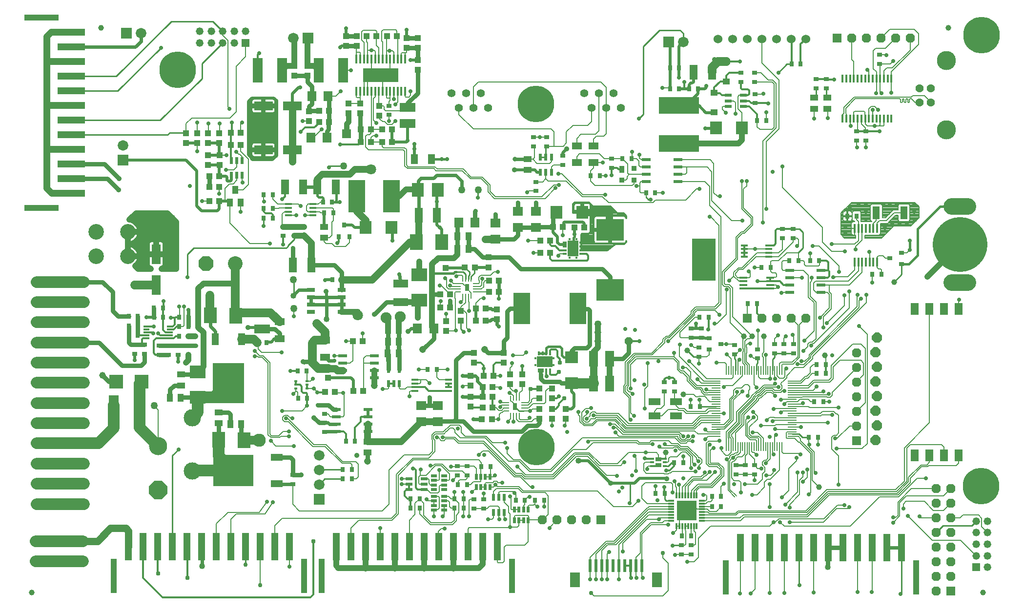
<source format=gtl>
G75*
%MOIN*%
%OFA0B0*%
%FSLAX25Y25*%
%IPPOS*%
%LPD*%
%AMOC8*
5,1,8,0,0,1.08239X$1,22.5*
%
%ADD10R,0.03800X0.03000*%
%ADD11R,0.03000X0.03800*%
%ADD12R,0.03937X0.01181*%
%ADD13R,0.01181X0.03937*%
%ADD14R,0.13386X0.13386*%
%ADD15R,0.01400X0.06000*%
%ADD16C,0.11250*%
%ADD17C,0.37402*%
%ADD18R,0.05118X0.08661*%
%ADD19R,0.03500X0.03100*%
%ADD20R,0.05512X0.01496*%
%ADD21C,0.02756*%
%ADD22R,0.02362X0.04724*%
%ADD23R,0.06300X0.06300*%
%ADD24OC8,0.06300*%
%ADD25C,0.03937*%
%ADD26R,0.04724X0.01496*%
%ADD27R,0.06299X0.00945*%
%ADD28R,0.00945X0.06299*%
%ADD29R,0.07874X0.04724*%
%ADD30R,0.05200X0.05200*%
%ADD31C,0.05200*%
%ADD32R,0.01969X0.03937*%
%ADD33R,0.05512X0.07874*%
%ADD34R,0.04724X0.02362*%
%ADD35R,0.03937X0.01969*%
%ADD36R,0.03937X0.03150*%
%ADD37R,0.03150X0.01654*%
%ADD38R,0.06000X0.02400*%
%ADD39R,0.06700X0.04500*%
%ADD40R,0.03300X0.03300*%
%ADD41R,0.03300X0.04700*%
%ADD42C,0.05500*%
%ADD43R,0.05500X0.04300*%
%ADD44R,0.03346X0.01102*%
%ADD45R,0.01102X0.03346*%
%ADD46R,0.03150X0.04724*%
%ADD47R,0.18500X0.15000*%
%ADD48R,0.16000X0.29000*%
%ADD49R,0.04331X0.03937*%
%ADD50R,0.03937X0.04331*%
%ADD51R,0.02559X0.04291*%
%ADD52R,0.07480X0.11024*%
%ADD53R,0.02559X0.01732*%
%ADD54R,0.01181X0.01378*%
%ADD55R,0.07087X0.06299*%
%ADD56R,0.06299X0.07087*%
%ADD57R,0.04291X0.02559*%
%ADD58R,0.11024X0.07480*%
%ADD59R,0.01732X0.02559*%
%ADD60R,0.01378X0.01181*%
%ADD61R,0.06299X0.10630*%
%ADD62R,0.11417X0.21260*%
%ADD63R,0.10630X0.06299*%
%ADD64R,0.05500X0.10200*%
%ADD65R,0.10200X0.05500*%
%ADD66R,0.10800X0.08500*%
%ADD67R,0.07200X0.07200*%
%ADD68C,0.07200*%
%ADD69R,0.02362X0.01654*%
%ADD70R,0.21260X0.27559*%
%ADD71R,0.04724X0.07874*%
%ADD72R,0.27559X0.21260*%
%ADD73R,0.08500X0.10800*%
%ADD74R,0.04300X0.05500*%
%ADD75R,0.04724X0.01378*%
%ADD76R,0.03100X0.03500*%
%ADD77R,0.04724X0.01181*%
%ADD78R,0.11811X0.22047*%
%ADD79R,0.07900X0.09400*%
%ADD80R,0.07874X0.08661*%
%ADD81R,0.08661X0.07874*%
%ADD82R,0.04724X0.04331*%
%ADD83R,0.27559X0.11811*%
%ADD84R,0.01181X0.06299*%
%ADD85R,0.24291X0.09449*%
%ADD86R,0.06535X0.16614*%
%ADD87R,0.12598X0.06299*%
%ADD88R,0.02165X0.04724*%
%ADD89R,0.03937X0.05512*%
%ADD90R,0.01260X0.05512*%
%ADD91OC8,0.05200*%
%ADD92R,0.04500X0.06700*%
%ADD93C,0.05000*%
%ADD94R,0.06400X0.06400*%
%ADD95OC8,0.12400*%
%ADD96C,0.12400*%
%ADD97R,0.09449X0.09449*%
%ADD98R,0.06700X0.13386*%
%ADD99C,0.06000*%
%ADD100C,0.25000*%
%ADD101R,0.02362X0.08661*%
%ADD102R,0.07087X0.10236*%
%ADD103C,0.13055*%
%ADD104C,0.05622*%
%ADD105C,0.10630*%
%ADD106C,0.10000*%
%ADD107OC8,0.10000*%
%ADD108R,0.06299X0.13780*%
%ADD109R,0.05512X0.02500*%
%ADD110C,0.06496*%
%ADD111R,0.18504X0.05118*%
%ADD112R,0.23622X0.04331*%
%ADD113R,0.05118X0.18504*%
%ADD114R,0.04331X0.23622*%
%ADD115OC8,0.07000*%
%ADD116C,0.00600*%
%ADD117C,0.02781*%
%ADD118C,0.01200*%
%ADD119C,0.00800*%
%ADD120C,0.00900*%
%ADD121C,0.00787*%
%ADD122C,0.01400*%
%ADD123C,0.02000*%
%ADD124C,0.01500*%
%ADD125C,0.03000*%
%ADD126C,0.03100*%
%ADD127C,0.01800*%
%ADD128C,0.04000*%
%ADD129C,0.03600*%
%ADD130C,0.02400*%
%ADD131C,0.01000*%
%ADD132C,0.01181*%
%ADD133C,0.03175*%
%ADD134C,0.07087*%
%ADD135C,0.04000*%
%ADD136C,0.03150*%
%ADD137C,0.07874*%
%ADD138C,0.03937*%
%ADD139C,0.04750*%
%ADD140C,0.02978*%
%ADD141C,0.04600*%
%ADD142C,0.06000*%
%ADD143C,0.01600*%
%ADD144C,0.05000*%
%ADD145C,0.07087*%
%ADD146C,0.02800*%
%ADD147C,0.05906*%
%ADD148C,0.09000*%
%ADD149C,0.11811*%
%ADD150C,0.08000*%
%ADD151C,0.01100*%
%ADD152C,0.01300*%
%ADD153C,0.04724*%
%ADD154C,0.07500*%
%ADD155C,0.03800*%
%ADD156C,0.01969*%
D10*
X0202333Y0086317D03*
X0202333Y0092517D03*
X0224114Y0121864D03*
X0224114Y0128064D03*
X0224114Y0134031D03*
X0224114Y0140231D03*
X0130982Y0174657D03*
X0123982Y0174657D03*
X0117482Y0174657D03*
X0110982Y0174657D03*
X0100982Y0175157D03*
X0094482Y0175157D03*
X0094482Y0181357D03*
X0100982Y0181357D03*
X0110982Y0180857D03*
X0117482Y0180857D03*
X0123982Y0180857D03*
X0130982Y0180857D03*
X0195831Y0255811D03*
X0195831Y0262011D03*
X0203311Y0262011D03*
X0203311Y0255811D03*
X0210004Y0255811D03*
X0210004Y0262011D03*
X0368311Y0286484D03*
X0368311Y0292684D03*
X0386713Y0304331D03*
X0386713Y0310531D03*
X0375748Y0316980D03*
X0366874Y0316980D03*
X0366874Y0323180D03*
X0375748Y0323180D03*
X0420059Y0308420D03*
X0420059Y0302220D03*
X0518232Y0346433D03*
X0518232Y0352633D03*
X0517839Y0361000D03*
X0517839Y0367200D03*
X0508390Y0367200D03*
X0508390Y0361000D03*
X0559750Y0362837D03*
X0559750Y0356637D03*
X0566837Y0356637D03*
X0566837Y0362837D03*
X0603244Y0373248D03*
X0603244Y0379448D03*
X0593795Y0327086D03*
X0587496Y0327086D03*
X0587496Y0320886D03*
X0593795Y0320886D03*
X0544130Y0260499D03*
X0536650Y0260499D03*
X0536650Y0254299D03*
X0544130Y0254299D03*
X0481382Y0192357D03*
X0474382Y0192357D03*
X0474382Y0186157D03*
X0481382Y0186157D03*
X0479650Y0179405D03*
X0479650Y0173205D03*
X0504059Y0174976D03*
X0519807Y0172023D03*
X0519807Y0178223D03*
X0531382Y0175657D03*
X0531382Y0181857D03*
X0537882Y0181857D03*
X0537882Y0175657D03*
X0544382Y0175657D03*
X0544382Y0181857D03*
X0504059Y0181176D03*
X0463193Y0155822D03*
X0456106Y0155822D03*
X0456106Y0149622D03*
X0463193Y0149622D03*
X0505059Y0099090D03*
X0505059Y0092890D03*
X0511358Y0092890D03*
X0511358Y0099090D03*
X0517657Y0099090D03*
X0517657Y0092890D03*
X0474382Y0044357D03*
X0474382Y0038157D03*
X0467882Y0038157D03*
X0467882Y0044357D03*
X0332752Y0069657D03*
X0326252Y0069657D03*
X0326252Y0075857D03*
X0332752Y0075857D03*
X0321382Y0092157D03*
X0321382Y0098357D03*
X0314882Y0098357D03*
X0314882Y0092157D03*
X0268035Y0338441D03*
X0268035Y0344641D03*
D11*
X0405809Y0296793D03*
X0412009Y0296793D03*
X0427589Y0308470D03*
X0433789Y0308470D03*
X0443731Y0285242D03*
X0449931Y0285242D03*
X0541510Y0238903D03*
X0547710Y0238903D03*
X0555683Y0238903D03*
X0561883Y0238903D03*
X0598203Y0229454D03*
X0604403Y0229454D03*
X0528813Y0234179D03*
X0522613Y0234179D03*
X0519364Y0209375D03*
X0513164Y0209375D03*
X0486482Y0200257D03*
X0480282Y0200257D03*
X0560152Y0167757D03*
X0566352Y0167757D03*
X0566352Y0161757D03*
X0560152Y0161757D03*
X0558439Y0142446D03*
X0564639Y0142446D03*
X0561096Y0118037D03*
X0554896Y0118037D03*
X0480387Y0139297D03*
X0474187Y0139297D03*
X0468970Y0100714D03*
X0462770Y0100714D03*
X0456372Y0079848D03*
X0450172Y0079848D03*
X0488754Y0077879D03*
X0494954Y0077879D03*
X0494954Y0070793D03*
X0488754Y0070793D03*
X0474482Y0050757D03*
X0468282Y0050757D03*
X0373997Y0075320D03*
X0367797Y0075320D03*
X0360836Y0075320D03*
X0354636Y0075320D03*
X0321482Y0085757D03*
X0315282Y0085757D03*
X0312782Y0076257D03*
X0318982Y0076257D03*
X0318982Y0069757D03*
X0312782Y0069757D03*
X0288982Y0069757D03*
X0282782Y0069757D03*
X0282782Y0076257D03*
X0288982Y0076257D03*
X0242739Y0089713D03*
X0236539Y0089713D03*
X0236539Y0096040D03*
X0242739Y0096040D03*
X0244931Y0115478D03*
X0238731Y0115478D03*
X0212254Y0145005D03*
X0206054Y0145005D03*
X0205660Y0163509D03*
X0211860Y0163509D03*
X0184482Y0182757D03*
X0178282Y0182757D03*
X0131082Y0187257D03*
X0124882Y0187257D03*
X0124882Y0193757D03*
X0131082Y0193757D03*
X0131082Y0200257D03*
X0124882Y0200257D03*
X0113850Y0200301D03*
X0107650Y0200301D03*
X0096582Y0200757D03*
X0090382Y0200757D03*
X0107582Y0206557D03*
X0113782Y0206557D03*
X0096582Y0194257D03*
X0090382Y0194257D03*
X0090382Y0187757D03*
X0096582Y0187757D03*
X0229487Y0225727D03*
X0235687Y0225727D03*
X0188694Y0267966D03*
X0182494Y0267966D03*
X0182494Y0274659D03*
X0188694Y0274659D03*
X0188694Y0283714D03*
X0182494Y0283714D03*
X0223046Y0278990D03*
X0229246Y0278990D03*
X0230033Y0271509D03*
X0223833Y0271509D03*
X0460014Y0356226D03*
X0466214Y0356226D03*
X0473006Y0356226D03*
X0479206Y0356226D03*
X0466214Y0370399D03*
X0460014Y0370399D03*
X0519463Y0334572D03*
X0525663Y0334572D03*
X0543085Y0373155D03*
X0549285Y0373155D03*
X0581274Y0269218D03*
X0587474Y0269218D03*
X0300667Y0164466D03*
X0294467Y0164466D03*
X0331282Y0098257D03*
X0337482Y0098257D03*
D12*
X0460949Y0074927D03*
X0460949Y0072958D03*
X0460949Y0070990D03*
X0460949Y0069021D03*
X0460949Y0067053D03*
X0460949Y0065084D03*
X0460949Y0063116D03*
X0460949Y0061147D03*
X0481815Y0061147D03*
X0481815Y0063116D03*
X0481815Y0065084D03*
X0481815Y0067053D03*
X0481815Y0069021D03*
X0481815Y0070990D03*
X0481815Y0072958D03*
X0481815Y0074927D03*
X0118628Y0185934D03*
X0118628Y0187903D03*
X0118628Y0189871D03*
X0118628Y0191840D03*
X0118628Y0193808D03*
X0102486Y0193808D03*
X0102486Y0191840D03*
X0102486Y0189871D03*
X0102486Y0187903D03*
X0102486Y0185934D03*
D13*
X0464492Y0078470D03*
X0466461Y0078470D03*
X0468429Y0078470D03*
X0470398Y0078470D03*
X0472366Y0078470D03*
X0474335Y0078470D03*
X0476303Y0078470D03*
X0478272Y0078470D03*
X0478272Y0057604D03*
X0476303Y0057604D03*
X0474335Y0057604D03*
X0472366Y0057604D03*
X0470398Y0057604D03*
X0468429Y0057604D03*
X0466461Y0057604D03*
X0464492Y0057604D03*
D14*
X0471382Y0068037D03*
D15*
X0586144Y0237870D03*
X0588723Y0237870D03*
X0591262Y0237870D03*
X0593841Y0237870D03*
X0596380Y0237870D03*
X0598959Y0237870D03*
X0601498Y0237870D03*
X0601498Y0260845D03*
X0598959Y0260845D03*
X0596380Y0260845D03*
X0593841Y0260845D03*
X0591262Y0260845D03*
X0588723Y0260845D03*
X0586144Y0260845D03*
D16*
X0652371Y0275911D02*
X0663621Y0275911D01*
X0663621Y0223942D02*
X0652371Y0223942D01*
D17*
X0657996Y0249927D03*
D18*
X0619807Y0271580D03*
X0600909Y0271580D03*
D19*
X0618295Y0244178D03*
X0610295Y0240378D03*
X0618295Y0236578D03*
X0494673Y0181916D03*
X0486673Y0178116D03*
X0486673Y0185716D03*
D20*
X0510188Y0219748D03*
X0510188Y0222248D03*
X0510188Y0224748D03*
X0510188Y0227248D03*
X0528439Y0227248D03*
X0528439Y0224748D03*
X0528439Y0222248D03*
X0528439Y0219748D03*
D21*
X0439295Y0183785D03*
X0623857Y0252661D03*
X0612299Y0375167D03*
D22*
X0378988Y0309581D03*
X0375248Y0309581D03*
X0371508Y0309581D03*
X0371508Y0299295D03*
X0375238Y0299295D03*
X0378988Y0299295D03*
X0275205Y0164416D03*
X0267724Y0164416D03*
X0267724Y0154918D03*
X0271465Y0154918D03*
X0275205Y0154918D03*
X0339386Y0077270D03*
X0343126Y0077270D03*
X0346866Y0077270D03*
X0346866Y0066984D03*
X0343116Y0066984D03*
X0339386Y0066984D03*
D23*
X0412949Y0061694D03*
X0587524Y0115990D03*
X0512799Y0199533D03*
X0651809Y0013136D03*
X0574102Y0390840D03*
D24*
X0584102Y0390840D03*
X0594102Y0390840D03*
X0604102Y0390840D03*
X0614102Y0390840D03*
X0624102Y0390840D03*
X0552799Y0199533D03*
X0542799Y0199533D03*
X0532799Y0199533D03*
X0522799Y0199533D03*
X0587524Y0175990D03*
X0587524Y0165990D03*
X0587524Y0155990D03*
X0587524Y0145990D03*
X0587524Y0135990D03*
X0587524Y0125990D03*
X0641809Y0083136D03*
X0651809Y0083136D03*
X0651809Y0073136D03*
X0641809Y0073136D03*
X0641809Y0063136D03*
X0651809Y0063136D03*
X0651809Y0053136D03*
X0641809Y0053136D03*
X0641809Y0043136D03*
X0651809Y0043136D03*
X0651809Y0033136D03*
X0641809Y0033136D03*
X0641809Y0023136D03*
X0651809Y0023136D03*
X0641809Y0013136D03*
X0402949Y0061694D03*
X0392949Y0061694D03*
X0382949Y0061694D03*
X0372949Y0061694D03*
D25*
X0024138Y0012131D03*
X0457146Y0107913D03*
X0469201Y0147639D03*
X0471776Y0177486D03*
X0510502Y0187257D03*
X0516252Y0187257D03*
X0524138Y0187328D03*
X0565882Y0174257D03*
X0613114Y0224336D03*
X0561882Y0084257D03*
X0673744Y0012131D03*
X0650122Y0397958D03*
X0071382Y0397958D03*
D26*
X0510674Y0249343D03*
X0510674Y0246784D03*
X0510674Y0244225D03*
X0510674Y0241666D03*
X0527308Y0241666D03*
X0527308Y0244225D03*
X0527308Y0246784D03*
X0527308Y0249343D03*
D27*
X0543429Y0156620D03*
X0543429Y0155045D03*
X0543429Y0153470D03*
X0543429Y0151895D03*
X0543429Y0150320D03*
X0543429Y0148745D03*
X0543429Y0147171D03*
X0543429Y0145596D03*
X0543429Y0144021D03*
X0543429Y0142446D03*
X0543429Y0140871D03*
X0543429Y0139297D03*
X0543429Y0137722D03*
X0543429Y0136147D03*
X0543429Y0134572D03*
X0543429Y0132997D03*
X0543429Y0131423D03*
X0543429Y0129848D03*
X0543429Y0128273D03*
X0543429Y0126698D03*
X0543429Y0125123D03*
X0543429Y0123549D03*
X0543429Y0121974D03*
X0543429Y0120399D03*
X0543429Y0118824D03*
X0491461Y0118824D03*
X0491461Y0120399D03*
X0491461Y0121974D03*
X0491461Y0123549D03*
X0491461Y0125123D03*
X0491461Y0126698D03*
X0491461Y0128273D03*
X0491461Y0129848D03*
X0491461Y0131423D03*
X0491461Y0132997D03*
X0491461Y0134572D03*
X0491461Y0136147D03*
X0491461Y0137722D03*
X0491461Y0139297D03*
X0491461Y0140871D03*
X0491461Y0142446D03*
X0491461Y0144021D03*
X0491461Y0145596D03*
X0491461Y0147171D03*
X0491461Y0148745D03*
X0491461Y0150320D03*
X0491461Y0151895D03*
X0491461Y0153470D03*
X0491461Y0155045D03*
X0491461Y0156620D03*
D28*
X0498547Y0163706D03*
X0500122Y0163706D03*
X0501697Y0163706D03*
X0503272Y0163706D03*
X0504846Y0163706D03*
X0506421Y0163706D03*
X0507996Y0163706D03*
X0509571Y0163706D03*
X0511146Y0163706D03*
X0512720Y0163706D03*
X0514295Y0163706D03*
X0515870Y0163706D03*
X0517445Y0163706D03*
X0519020Y0163706D03*
X0520594Y0163706D03*
X0522169Y0163706D03*
X0523744Y0163706D03*
X0525319Y0163706D03*
X0526894Y0163706D03*
X0528469Y0163706D03*
X0530043Y0163706D03*
X0531618Y0163706D03*
X0533193Y0163706D03*
X0534768Y0163706D03*
X0536343Y0163706D03*
X0536343Y0111738D03*
X0534768Y0111738D03*
X0533193Y0111738D03*
X0531618Y0111738D03*
X0530043Y0111738D03*
X0528469Y0111738D03*
X0526894Y0111738D03*
X0525319Y0111738D03*
X0523744Y0111738D03*
X0522169Y0111738D03*
X0520594Y0111738D03*
X0519020Y0111738D03*
X0517445Y0111738D03*
X0515870Y0111738D03*
X0514295Y0111738D03*
X0512720Y0111738D03*
X0511146Y0111738D03*
X0509571Y0111738D03*
X0507996Y0111738D03*
X0506421Y0111738D03*
X0504846Y0111738D03*
X0503272Y0111738D03*
X0501697Y0111738D03*
X0500122Y0111738D03*
X0498547Y0111738D03*
D29*
X0464295Y0132997D03*
X0449335Y0132997D03*
X0449335Y0142446D03*
X0464295Y0142446D03*
X0191614Y0104423D03*
X0191614Y0086470D03*
D30*
X0669019Y0029408D03*
X0170272Y0387675D03*
D31*
X0162398Y0387675D03*
X0154524Y0387675D03*
X0146650Y0387675D03*
X0138776Y0387675D03*
X0138776Y0395549D03*
X0146650Y0395549D03*
X0154524Y0395549D03*
X0162398Y0395549D03*
X0170272Y0395549D03*
X0669019Y0060905D03*
X0676893Y0060905D03*
X0676893Y0053031D03*
X0669019Y0053031D03*
X0669019Y0045157D03*
X0676893Y0045157D03*
X0676893Y0037282D03*
X0676893Y0029408D03*
X0669019Y0037282D03*
D32*
X0363217Y0061647D03*
X0360067Y0061647D03*
X0356917Y0061647D03*
X0353768Y0061647D03*
X0353768Y0068734D03*
X0356917Y0068734D03*
X0360067Y0068734D03*
X0363217Y0068734D03*
X0337106Y0084214D03*
X0333957Y0084214D03*
X0330807Y0084214D03*
X0327657Y0084214D03*
X0327657Y0091301D03*
X0330807Y0091301D03*
X0333957Y0091301D03*
X0337106Y0091301D03*
D33*
X0627248Y0105832D03*
X0637248Y0105832D03*
X0647248Y0105832D03*
X0657248Y0105832D03*
X0657248Y0205832D03*
X0647248Y0205832D03*
X0637248Y0205832D03*
X0627248Y0205832D03*
D34*
X0509990Y0344218D03*
X0509990Y0347948D03*
X0509990Y0351698D03*
X0499704Y0351698D03*
X0499704Y0347958D03*
X0499704Y0344218D03*
X0292025Y0089997D03*
X0292025Y0086247D03*
X0292025Y0082517D03*
X0281739Y0082517D03*
X0281739Y0086257D03*
X0281739Y0089997D03*
D35*
X0298839Y0088832D03*
X0298839Y0085682D03*
X0298839Y0082533D03*
X0298839Y0077982D03*
X0298839Y0074832D03*
X0298839Y0071682D03*
X0298839Y0068533D03*
X0305925Y0068533D03*
X0305925Y0071682D03*
X0305925Y0074832D03*
X0305925Y0077982D03*
X0305925Y0082533D03*
X0305925Y0085682D03*
X0305925Y0088832D03*
X0305925Y0091982D03*
X0298839Y0091982D03*
D36*
X0452091Y0099139D03*
X0452091Y0103076D03*
D37*
X0456421Y0103667D03*
X0456421Y0101108D03*
X0456421Y0098549D03*
X0447760Y0098549D03*
X0447760Y0101108D03*
X0447760Y0103667D03*
D38*
X0253812Y0122151D03*
X0253812Y0127151D03*
X0253812Y0132151D03*
X0253812Y0137151D03*
X0232212Y0137151D03*
X0232212Y0132151D03*
X0232212Y0127151D03*
X0232212Y0122151D03*
X0236543Y0158820D03*
X0236543Y0163820D03*
X0236543Y0168820D03*
X0236543Y0173820D03*
X0258143Y0173820D03*
X0258143Y0168820D03*
X0258143Y0163820D03*
X0258143Y0158820D03*
X0541684Y0217230D03*
X0541684Y0222230D03*
X0541684Y0227230D03*
X0541684Y0232230D03*
X0563284Y0232230D03*
X0563284Y0227230D03*
X0563284Y0222230D03*
X0563284Y0217230D03*
X0465505Y0292702D03*
X0465505Y0297702D03*
X0465505Y0302702D03*
X0465505Y0307702D03*
X0443905Y0307702D03*
X0443905Y0302702D03*
X0443905Y0297702D03*
X0443905Y0292702D03*
D39*
X0407839Y0305737D03*
X0396315Y0305737D03*
X0396315Y0317337D03*
X0407839Y0317337D03*
X0193382Y0197057D03*
X0193382Y0185457D03*
X0224304Y0184538D03*
X0224304Y0172938D03*
D40*
X0427126Y0293940D03*
X0435326Y0293940D03*
X0435326Y0301840D03*
D41*
X0427126Y0301040D03*
D42*
X0426402Y0343273D03*
X0416402Y0343273D03*
X0406402Y0343273D03*
X0411402Y0353273D03*
X0421402Y0353273D03*
X0401402Y0353273D03*
X0335850Y0343273D03*
X0325850Y0343273D03*
X0315850Y0343273D03*
X0310850Y0353273D03*
X0320850Y0353273D03*
X0330850Y0353273D03*
D43*
X0362831Y0308138D03*
X0362831Y0300738D03*
X0223783Y0261823D03*
X0223783Y0254423D03*
X0126161Y0161083D03*
X0126161Y0153683D03*
X0151815Y0135260D03*
X0151815Y0127860D03*
X0253579Y0115184D03*
X0253579Y0107784D03*
X0558569Y0342651D03*
X0558569Y0350051D03*
X0567624Y0350051D03*
X0567624Y0342651D03*
D44*
X0327134Y0223320D03*
X0327134Y0221352D03*
X0327134Y0219383D03*
X0327134Y0217415D03*
X0315520Y0217415D03*
X0315520Y0219383D03*
X0315520Y0221352D03*
X0315520Y0223320D03*
X0348441Y0142005D03*
X0348441Y0140037D03*
X0348441Y0138068D03*
X0348441Y0136100D03*
X0360055Y0136100D03*
X0360055Y0138068D03*
X0360055Y0140037D03*
X0360055Y0142005D03*
D45*
X0357201Y0144860D03*
X0355232Y0144860D03*
X0353264Y0144860D03*
X0351295Y0144860D03*
X0351295Y0133245D03*
X0353264Y0133245D03*
X0355232Y0133245D03*
X0357201Y0133245D03*
X0324280Y0214560D03*
X0322311Y0214560D03*
X0320343Y0214560D03*
X0318374Y0214560D03*
X0318374Y0226175D03*
X0320343Y0226175D03*
X0322311Y0226175D03*
X0324280Y0226175D03*
D46*
X0321327Y0220368D03*
X0354248Y0139053D03*
D47*
X0419033Y0218954D03*
X0419033Y0259954D03*
D48*
X0483283Y0239454D03*
D49*
X0343177Y0225092D03*
X0336484Y0225092D03*
X0336287Y0234344D03*
X0336287Y0241037D03*
X0326642Y0234147D03*
X0319949Y0234147D03*
X0306760Y0233950D03*
X0306760Y0240643D03*
X0309681Y0215923D03*
X0302988Y0215923D03*
X0303083Y0206824D03*
X0309776Y0206824D03*
X0317252Y0204604D03*
X0317252Y0197911D03*
X0327429Y0197927D03*
X0334122Y0197927D03*
X0326295Y0175864D03*
X0326295Y0169171D03*
X0323933Y0160116D03*
X0332791Y0160312D03*
X0339484Y0160312D03*
X0350705Y0161297D03*
X0350705Y0154604D03*
X0358972Y0154604D03*
X0358972Y0161297D03*
X0346374Y0169171D03*
X0346374Y0175864D03*
X0338697Y0152438D03*
X0332004Y0152438D03*
X0323933Y0153423D03*
X0332004Y0145745D03*
X0338697Y0145745D03*
X0379445Y0137675D03*
X0379445Y0130982D03*
X0388894Y0130982D03*
X0388894Y0137675D03*
X0226370Y0158749D03*
X0226370Y0165442D03*
X0152193Y0296557D03*
X0145500Y0296557D03*
X0152390Y0304234D03*
X0152390Y0310927D03*
X0220421Y0341328D03*
X0227114Y0341328D03*
X0240476Y0339375D03*
X0240476Y0346068D03*
X0248350Y0346068D03*
X0248350Y0339375D03*
X0261343Y0337801D03*
X0261343Y0344494D03*
X0287720Y0369297D03*
X0287720Y0375990D03*
X0273477Y0392322D03*
X0266784Y0392322D03*
X0259577Y0392330D03*
X0252884Y0392330D03*
D50*
X0245988Y0392131D03*
X0245988Y0385438D03*
X0238902Y0385438D03*
X0238902Y0392131D03*
X0212445Y0371848D03*
X0203390Y0371848D03*
X0203390Y0365155D03*
X0212445Y0365155D03*
X0213594Y0340950D03*
X0213594Y0334257D03*
X0220421Y0333454D03*
X0227114Y0333454D03*
X0248941Y0328549D03*
X0255634Y0328549D03*
X0263508Y0328549D03*
X0270201Y0328549D03*
X0270201Y0319887D03*
X0263508Y0319887D03*
X0255634Y0319887D03*
X0248941Y0319887D03*
X0166941Y0317816D03*
X0160248Y0317816D03*
X0151996Y0319194D03*
X0144516Y0319194D03*
X0137035Y0319194D03*
X0129555Y0319194D03*
X0129555Y0325887D03*
X0137035Y0325887D03*
X0144516Y0325887D03*
X0151996Y0325887D03*
X0160248Y0326084D03*
X0166941Y0326084D03*
X0144516Y0310927D03*
X0144516Y0304234D03*
X0145500Y0289076D03*
X0152193Y0289076D03*
X0152193Y0279627D03*
X0145500Y0279627D03*
X0327429Y0206194D03*
X0334122Y0206194D03*
X0341799Y0205604D03*
X0341799Y0198911D03*
X0307217Y0197572D03*
X0307217Y0190879D03*
X0250157Y0183781D03*
X0243465Y0183781D03*
X0243921Y0149753D03*
X0250614Y0149753D03*
X0231004Y0149336D03*
X0224311Y0149336D03*
X0323933Y0145942D03*
X0323933Y0139249D03*
X0332004Y0138659D03*
X0338697Y0138659D03*
X0338303Y0130391D03*
X0331610Y0130391D03*
X0370783Y0130982D03*
X0370783Y0137675D03*
X0370783Y0144761D03*
X0379445Y0144761D03*
X0379445Y0151454D03*
X0370783Y0151454D03*
X0343177Y0217612D03*
X0336484Y0217612D03*
X0371543Y0244332D03*
X0378236Y0244332D03*
X0378236Y0252600D03*
X0371543Y0252600D03*
X0380205Y0261773D03*
X0386898Y0261773D03*
X0394772Y0261379D03*
X0401465Y0261379D03*
X0287720Y0384257D03*
X0280240Y0384257D03*
X0280240Y0390950D03*
X0287720Y0390950D03*
D51*
X0387980Y0249765D03*
D52*
X0393787Y0247206D03*
D53*
X0387980Y0245927D03*
X0387980Y0243368D03*
X0399594Y0243368D03*
X0399594Y0245927D03*
X0399594Y0248486D03*
X0399594Y0251045D03*
D54*
X0396189Y0253407D03*
X0391465Y0253407D03*
X0391386Y0241005D03*
X0396110Y0241005D03*
D55*
X0368441Y0261466D03*
X0356236Y0261466D03*
X0340638Y0264490D03*
X0356236Y0272490D03*
X0368441Y0272490D03*
X0340638Y0253466D03*
X0301366Y0139812D03*
X0290189Y0139919D03*
X0290189Y0128895D03*
X0301366Y0128789D03*
D56*
X0298644Y0192477D03*
X0287620Y0192477D03*
X0315815Y0264856D03*
X0326839Y0264856D03*
X0225736Y0322824D03*
X0214713Y0322824D03*
X0215500Y0351171D03*
X0226524Y0351171D03*
D57*
X0371768Y0163954D03*
D58*
X0374327Y0169761D03*
D59*
X0375606Y0163954D03*
X0378165Y0163954D03*
X0378165Y0175568D03*
X0375606Y0175568D03*
X0373047Y0175568D03*
X0370488Y0175568D03*
D60*
X0368126Y0172163D03*
X0368126Y0167438D03*
X0380528Y0167360D03*
X0380528Y0172084D03*
D61*
X0407791Y0171730D03*
X0418815Y0171730D03*
X0418815Y0154801D03*
X0407791Y0154801D03*
D62*
X0396965Y0206301D03*
X0358776Y0206301D03*
D63*
X0181382Y0203269D03*
X0181382Y0192245D03*
X0280862Y0332596D03*
X0280862Y0343620D03*
D64*
X0231658Y0289226D03*
X0219058Y0289226D03*
X0209611Y0289226D03*
X0197011Y0289226D03*
X0288350Y0269934D03*
X0300950Y0269934D03*
X0215123Y0235832D03*
X0202523Y0235832D03*
X0476106Y0367643D03*
X0488706Y0367643D03*
D65*
X0276185Y0223086D03*
X0276185Y0210486D03*
D66*
X0288732Y0211771D03*
X0288750Y0229171D03*
X0137543Y0162759D03*
X0137525Y0145359D03*
D67*
X0220512Y0075987D03*
X0086299Y0307423D03*
X0212882Y0390757D03*
X0088744Y0394340D03*
X0459020Y0388116D03*
D68*
X0469020Y0388116D03*
X0202882Y0390757D03*
X0098744Y0394340D03*
X0086299Y0317423D03*
X0220512Y0105987D03*
X0220512Y0095987D03*
X0220512Y0085987D03*
D69*
X0212106Y0151501D03*
X0212106Y0154060D03*
X0212106Y0156620D03*
X0204626Y0156620D03*
X0204626Y0154060D03*
X0204626Y0151501D03*
D70*
X0158480Y0155316D03*
D71*
X0149504Y0185238D03*
X0167457Y0185238D03*
D72*
X0161693Y0095446D03*
D73*
X0169171Y0116344D03*
X0151771Y0116362D03*
X0145983Y0201362D03*
X0163383Y0201344D03*
X0286731Y0251442D03*
X0304131Y0251424D03*
D74*
X0314956Y0255458D03*
X0322356Y0255458D03*
X0322356Y0246712D03*
X0314956Y0246712D03*
X0274706Y0191670D03*
X0267306Y0191670D03*
X0267306Y0183516D03*
X0274706Y0183516D03*
X0274665Y0175446D03*
X0267265Y0175446D03*
X0167031Y0127190D03*
X0159631Y0127190D03*
X0125885Y0145037D03*
X0118485Y0145037D03*
D75*
X0285783Y0149891D03*
X0285783Y0152450D03*
X0285783Y0155009D03*
X0285783Y0157568D03*
X0308815Y0157568D03*
X0308815Y0155009D03*
X0308815Y0152450D03*
X0308815Y0149891D03*
D76*
X0241263Y0255305D03*
X0233663Y0255305D03*
X0237463Y0263305D03*
D77*
X0216088Y0269768D03*
X0216088Y0272327D03*
X0216088Y0274886D03*
X0216088Y0277445D03*
X0199454Y0277445D03*
X0199454Y0274886D03*
X0199454Y0272327D03*
X0199454Y0269768D03*
D78*
X0246224Y0282927D03*
X0269846Y0282927D03*
D79*
X0287950Y0287257D03*
X0301350Y0287257D03*
D80*
X0269846Y0261667D03*
X0252130Y0261667D03*
X0382370Y0272009D03*
X0400087Y0272009D03*
X0491461Y0329454D03*
X0509177Y0329454D03*
D81*
X0392831Y0172911D03*
X0392831Y0155194D03*
D82*
X0490280Y0340084D03*
X0490280Y0353470D03*
X0498547Y0361344D03*
X0498547Y0374730D03*
D83*
X0466264Y0344808D03*
X0466264Y0318824D03*
D84*
X0279157Y0354533D03*
X0276598Y0354533D03*
X0274039Y0354533D03*
X0271480Y0354533D03*
X0268921Y0354533D03*
X0266362Y0354533D03*
X0263803Y0354533D03*
X0261244Y0354533D03*
X0258685Y0354533D03*
X0256126Y0354533D03*
X0253567Y0354533D03*
X0251008Y0354533D03*
X0248449Y0354533D03*
X0245890Y0354533D03*
X0245890Y0376580D03*
X0248449Y0376580D03*
X0251008Y0376580D03*
X0253567Y0376580D03*
X0256126Y0376580D03*
X0258685Y0376580D03*
X0261244Y0376580D03*
X0263803Y0376580D03*
X0266362Y0376580D03*
X0268921Y0376580D03*
X0271480Y0376580D03*
X0274039Y0376580D03*
X0276598Y0376580D03*
X0279157Y0376580D03*
D85*
X0262524Y0365557D03*
D86*
X0236728Y0369013D03*
X0220035Y0369013D03*
X0195138Y0369013D03*
X0178445Y0369013D03*
D87*
X0182319Y0344478D03*
X0202004Y0344478D03*
X0202004Y0314557D03*
X0182319Y0314557D03*
D88*
X0167941Y0307336D03*
X0164201Y0307336D03*
X0160461Y0307336D03*
X0160461Y0297100D03*
X0164201Y0297100D03*
X0167941Y0297100D03*
D89*
X0163114Y0287112D03*
X0159374Y0278450D03*
X0166854Y0278450D03*
D90*
X0577949Y0335994D03*
X0580508Y0335994D03*
X0583067Y0335994D03*
X0585626Y0335994D03*
X0588185Y0335994D03*
X0590744Y0335994D03*
X0593303Y0335994D03*
X0595862Y0335994D03*
X0598421Y0335994D03*
X0600980Y0335994D03*
X0603539Y0335994D03*
X0606098Y0335994D03*
X0608657Y0335994D03*
X0611217Y0335994D03*
X0611217Y0363159D03*
X0608657Y0363159D03*
X0606098Y0363159D03*
X0603539Y0363159D03*
X0600980Y0363159D03*
X0598421Y0363159D03*
X0595862Y0363159D03*
X0593303Y0363159D03*
X0590744Y0363159D03*
X0588185Y0363159D03*
X0585626Y0363159D03*
X0583067Y0363159D03*
X0580508Y0363159D03*
X0577949Y0363159D03*
D91*
X0431815Y0183785D03*
D92*
X0297127Y0308234D03*
X0285527Y0308234D03*
D93*
X0317941Y0287352D03*
X0328965Y0287352D03*
X0237034Y0303508D03*
X0202882Y0225757D03*
X0203282Y0206157D03*
X0107685Y0139726D03*
X0410634Y0195564D03*
D94*
X0239295Y0325399D03*
D95*
X0110420Y0082108D03*
D96*
X0110420Y0112108D03*
D97*
X0099150Y0156317D03*
X0081827Y0156317D03*
D98*
X0080199Y0140145D03*
X0097799Y0140145D03*
D99*
X0492799Y0390242D03*
X0502799Y0390242D03*
X0512799Y0390242D03*
X0522799Y0390242D03*
X0532799Y0390242D03*
X0542799Y0390242D03*
X0552799Y0390242D03*
D100*
X0672667Y0392812D03*
X0368626Y0345793D03*
X0123657Y0369291D03*
X0368736Y0111383D03*
X0672622Y0084850D03*
D101*
X0440898Y0030415D03*
X0436961Y0030415D03*
X0433024Y0030415D03*
X0429087Y0030415D03*
X0425150Y0030415D03*
X0421213Y0030415D03*
X0417276Y0030415D03*
X0413339Y0030415D03*
X0409402Y0030415D03*
X0405465Y0030415D03*
D102*
X0395228Y0020966D03*
X0451134Y0020966D03*
D103*
X0648882Y0328057D03*
X0648882Y0375458D03*
D104*
X0638213Y0356679D03*
X0630339Y0356679D03*
X0630339Y0346836D03*
X0638213Y0346836D03*
D105*
X0089654Y0258375D03*
X0068000Y0258375D03*
X0068000Y0241840D03*
X0089654Y0241840D03*
D106*
X0163071Y0236952D03*
D107*
X0143071Y0236952D03*
D108*
X0109087Y0243320D03*
X0109087Y0222060D03*
D109*
X0214781Y0219005D03*
X0214781Y0214005D03*
X0214781Y0209005D03*
X0214781Y0204005D03*
X0235648Y0204005D03*
X0235648Y0209005D03*
X0235648Y0214005D03*
X0235648Y0219005D03*
D110*
X0059665Y0224257D03*
X0059665Y0210478D03*
X0059665Y0196698D03*
X0027382Y0196698D03*
X0027382Y0210478D03*
X0027382Y0224257D03*
X0027382Y0182919D03*
X0027382Y0169139D03*
X0027382Y0155360D03*
X0059665Y0155360D03*
X0059665Y0169139D03*
X0059665Y0182919D03*
X0059665Y0141580D03*
X0059665Y0127801D03*
X0059665Y0114021D03*
X0027382Y0114021D03*
X0027382Y0127801D03*
X0027382Y0141580D03*
X0027382Y0100242D03*
X0027382Y0086462D03*
X0027382Y0072682D03*
X0059665Y0072682D03*
X0059665Y0086462D03*
X0059665Y0100242D03*
X0059165Y0047257D03*
X0059165Y0033478D03*
X0026882Y0033478D03*
X0026882Y0047257D03*
D111*
X0051205Y0284757D03*
X0051205Y0294757D03*
X0051205Y0304757D03*
X0051205Y0314757D03*
X0051205Y0324757D03*
X0051205Y0334757D03*
X0051205Y0344757D03*
X0051205Y0354757D03*
X0051205Y0364757D03*
X0051205Y0374757D03*
X0051205Y0384757D03*
X0051205Y0394757D03*
D112*
X0030929Y0404757D03*
X0030929Y0274757D03*
D113*
X0090282Y0043680D03*
X0100282Y0043680D03*
X0110282Y0043680D03*
X0120282Y0043680D03*
X0130282Y0043680D03*
X0140282Y0043680D03*
X0150282Y0043680D03*
X0160282Y0043680D03*
X0170282Y0043680D03*
X0180282Y0043680D03*
X0190282Y0043680D03*
X0200282Y0043680D03*
X0231982Y0043680D03*
X0241982Y0043680D03*
X0251982Y0043680D03*
X0261982Y0043680D03*
X0271982Y0043680D03*
X0281982Y0043680D03*
X0291982Y0043680D03*
X0301982Y0043680D03*
X0311982Y0043680D03*
X0321982Y0043680D03*
X0331982Y0043680D03*
X0341982Y0043680D03*
X0507982Y0042780D03*
X0517982Y0042780D03*
X0527982Y0042780D03*
X0537982Y0042780D03*
X0547982Y0042780D03*
X0557982Y0042780D03*
X0567982Y0042780D03*
X0577982Y0042780D03*
X0587982Y0042780D03*
X0597982Y0042780D03*
X0607982Y0042780D03*
X0617982Y0042780D03*
D114*
X0627982Y0022505D03*
X0497982Y0022505D03*
X0351982Y0023405D03*
X0221982Y0023405D03*
X0210282Y0023405D03*
X0080282Y0023405D03*
D115*
X0600382Y0116257D03*
X0601382Y0126257D03*
X0600382Y0136257D03*
X0601382Y0146257D03*
X0600382Y0156257D03*
X0601382Y0166257D03*
X0600382Y0176257D03*
X0601382Y0186257D03*
D116*
X0594652Y0188557D02*
X0594652Y0113957D01*
X0591052Y0110357D01*
X0573652Y0110357D01*
X0570461Y0110309D02*
X0575252Y0105518D01*
X0575252Y0085757D01*
X0567261Y0082357D02*
X0552861Y0067957D01*
X0506385Y0067957D01*
X0504712Y0066284D01*
X0486652Y0066284D01*
X0485883Y0067053D01*
X0481815Y0067053D01*
X0481815Y0069021D02*
X0478488Y0069021D01*
X0475252Y0072257D01*
X0471472Y0068037D02*
X0471382Y0068037D01*
X0471472Y0068037D02*
X0475252Y0064257D01*
X0481815Y0065084D02*
X0505209Y0065084D01*
X0506882Y0066757D01*
X0553358Y0066757D01*
X0567758Y0081157D01*
X0614652Y0081157D01*
X0621752Y0088257D01*
X0621752Y0110757D01*
X0624252Y0113257D01*
X0645502Y0113257D01*
X0647248Y0111511D01*
X0647248Y0105832D01*
X0637248Y0105832D02*
X0637248Y0103761D01*
X0637248Y0101123D01*
X0635382Y0099257D01*
X0631452Y0099257D01*
X0622952Y0090757D01*
X0622952Y0087760D01*
X0615149Y0079957D01*
X0568255Y0079957D01*
X0553555Y0065257D01*
X0509982Y0065257D01*
X0507840Y0063116D01*
X0492371Y0063116D01*
X0491982Y0063116D01*
X0481815Y0063116D01*
X0481815Y0061147D02*
X0508142Y0061147D01*
X0510752Y0063757D01*
X0553752Y0063757D01*
X0568752Y0078757D01*
X0615646Y0078757D01*
X0624152Y0087263D01*
X0624152Y0090260D01*
X0631949Y0098057D01*
X0635879Y0098057D01*
X0636780Y0098959D01*
X0655549Y0098959D01*
X0657248Y0100657D01*
X0657248Y0105832D01*
X0637252Y0103757D02*
X0637248Y0103761D01*
X0620002Y0111007D02*
X0637248Y0128253D01*
X0637248Y0205832D01*
X0657248Y0205832D02*
X0657248Y0211253D01*
X0657382Y0212257D01*
X0604403Y0229454D02*
X0604403Y0232406D01*
X0603652Y0233157D01*
X0602452Y0233157D01*
X0601552Y0234057D01*
X0601552Y0237816D01*
X0601498Y0237870D01*
X0601498Y0241204D01*
X0602452Y0242157D01*
X0605452Y0242157D01*
X0607231Y0240378D01*
X0610295Y0240378D01*
X0618295Y0244178D02*
X0621672Y0244178D01*
X0623752Y0246257D01*
X0601498Y0260845D02*
X0601498Y0264604D01*
X0603052Y0266157D01*
X0607852Y0266157D01*
X0613275Y0271580D01*
X0619807Y0271580D01*
X0600909Y0271580D02*
X0600909Y0266115D01*
X0598959Y0264164D01*
X0598959Y0260845D01*
X0591262Y0260845D02*
X0591262Y0252968D01*
X0586952Y0248657D01*
X0586952Y0246357D01*
X0586252Y0250157D02*
X0588723Y0252628D01*
X0588723Y0260845D01*
X0588723Y0265486D01*
X0587474Y0266735D01*
X0587474Y0269218D01*
X0564252Y0261357D02*
X0536652Y0288957D01*
X0536652Y0303057D01*
X0512452Y0293257D02*
X0512452Y0289957D01*
X0510252Y0287757D01*
X0510252Y0274754D01*
X0516552Y0268454D01*
X0516552Y0263260D01*
X0510649Y0257357D01*
X0509349Y0257357D01*
X0506252Y0254260D01*
X0506252Y0239860D01*
X0497152Y0230760D01*
X0497152Y0223057D01*
X0497661Y0222548D01*
X0500398Y0222548D01*
X0502852Y0220094D01*
X0502852Y0200657D01*
X0516252Y0187257D01*
X0514414Y0185419D01*
X0512720Y0185419D01*
X0511082Y0183781D01*
X0511082Y0179364D01*
X0511243Y0179203D01*
X0511243Y0176311D01*
X0511082Y0176151D01*
X0511082Y0169254D01*
X0512720Y0167616D01*
X0512720Y0163706D01*
X0511146Y0163706D02*
X0511146Y0167494D01*
X0509882Y0168757D01*
X0509882Y0176648D01*
X0510043Y0176809D01*
X0510043Y0178706D01*
X0509882Y0178867D01*
X0509882Y0186637D01*
X0510502Y0187257D01*
X0501243Y0196517D01*
X0501243Y0220006D01*
X0499901Y0221348D01*
X0497061Y0221348D01*
X0495952Y0222457D01*
X0495952Y0231257D01*
X0505052Y0240357D01*
X0505052Y0254757D01*
X0508852Y0258557D01*
X0510152Y0258557D01*
X0515352Y0263757D01*
X0515352Y0267957D01*
X0509052Y0274257D01*
X0509052Y0293057D01*
X0492352Y0282757D02*
X0489952Y0285157D01*
X0488552Y0285157D02*
X0488552Y0279957D01*
X0502252Y0266257D01*
X0509352Y0266257D01*
X0494752Y0268757D02*
X0494752Y0209627D01*
X0491082Y0205957D01*
X0477885Y0205957D01*
X0475682Y0203754D01*
X0475682Y0202187D01*
X0459552Y0186057D01*
X0457813Y0186057D01*
X0456461Y0184706D01*
X0456461Y0182967D01*
X0447852Y0174357D01*
X0436058Y0174357D01*
X0430652Y0168951D01*
X0430652Y0153894D01*
X0429561Y0152803D01*
X0429561Y0149409D01*
X0433252Y0145718D01*
X0433252Y0134957D01*
X0435352Y0132857D01*
X0433152Y0130057D02*
X0432052Y0131157D01*
X0432052Y0145221D01*
X0428361Y0148911D01*
X0428361Y0153300D01*
X0429452Y0154391D01*
X0429452Y0169449D01*
X0435561Y0175557D01*
X0447355Y0175557D01*
X0455261Y0183464D01*
X0455261Y0185203D01*
X0457316Y0187257D01*
X0459055Y0187257D01*
X0474482Y0202684D01*
X0474482Y0204251D01*
X0477388Y0207157D01*
X0490585Y0207157D01*
X0493552Y0210124D01*
X0493552Y0262957D01*
X0487752Y0268757D01*
X0487252Y0268757D01*
X0494752Y0268757D02*
X0487152Y0276357D01*
X0487152Y0285257D01*
X0492352Y0282757D02*
X0494252Y0282757D01*
X0480252Y0287757D02*
X0478252Y0287757D01*
X0470752Y0280257D01*
X0450252Y0280257D01*
X0448361Y0278367D01*
X0418103Y0278367D01*
X0413913Y0282557D01*
X0400016Y0282557D01*
X0389284Y0293290D01*
X0376692Y0293290D01*
X0375238Y0294744D01*
X0380803Y0290648D02*
X0372613Y0282457D01*
X0340749Y0282457D01*
X0337101Y0286106D01*
X0337101Y0290606D01*
X0331749Y0295957D01*
X0324249Y0295957D01*
X0318749Y0301457D01*
X0301052Y0301457D01*
X0299552Y0302957D01*
X0281252Y0302957D01*
X0280052Y0304157D01*
X0280052Y0314757D01*
X0278952Y0315857D01*
X0264352Y0315857D01*
X0263508Y0316701D01*
X0263508Y0319887D01*
X0255652Y0325757D02*
X0255652Y0328531D01*
X0255634Y0328549D01*
X0255652Y0325757D02*
X0254652Y0324757D01*
X0253052Y0324757D01*
X0252252Y0323957D01*
X0252252Y0316657D01*
X0254252Y0314657D01*
X0277652Y0314657D01*
X0278852Y0313457D01*
X0278852Y0303660D01*
X0280755Y0301757D01*
X0298752Y0301757D01*
X0300252Y0300257D01*
X0318252Y0300257D01*
X0323752Y0294757D01*
X0331252Y0294757D01*
X0335752Y0290257D01*
X0335752Y0285757D01*
X0340252Y0281257D01*
X0374652Y0281257D01*
X0381752Y0288357D01*
X0381843Y0290648D02*
X0381852Y0290657D01*
X0384252Y0290657D01*
X0381843Y0290648D02*
X0380803Y0290648D01*
X0368311Y0286484D02*
X0363379Y0286484D01*
X0362352Y0285457D01*
X0383752Y0298257D02*
X0386013Y0298257D01*
X0400513Y0283757D01*
X0415952Y0283757D01*
X0407839Y0317337D02*
X0407839Y0321844D01*
X0409752Y0323757D01*
X0414752Y0323757D01*
X0416402Y0325407D01*
X0416402Y0343273D01*
X0416402Y0357108D01*
X0412752Y0360757D01*
X0329252Y0360757D01*
X0325850Y0357356D01*
X0325850Y0343273D01*
X0366874Y0323180D02*
X0371175Y0323180D01*
X0371252Y0323257D01*
X0371329Y0323180D01*
X0375748Y0323180D01*
X0396315Y0322320D02*
X0396315Y0317337D01*
X0396315Y0322320D02*
X0399252Y0325257D01*
X0409252Y0325257D01*
X0411402Y0327407D01*
X0411402Y0353273D01*
X0506352Y0350857D02*
X0506352Y0342557D01*
X0509177Y0339732D01*
X0509177Y0329454D01*
X0519463Y0330346D02*
X0521452Y0328357D01*
X0529752Y0328357D01*
X0531252Y0329857D01*
X0531252Y0359457D01*
X0529709Y0361000D01*
X0517839Y0361000D01*
X0517839Y0367200D02*
X0522052Y0367200D01*
X0527052Y0362200D01*
X0530207Y0362200D01*
X0532452Y0359954D01*
X0532452Y0329360D01*
X0523552Y0320460D01*
X0523452Y0264757D01*
X0525882Y0274257D02*
X0525882Y0320257D01*
X0534382Y0328757D01*
X0534382Y0362257D01*
X0522799Y0373840D01*
X0522799Y0390242D01*
X0584102Y0390840D02*
X0584102Y0376307D01*
X0585626Y0374783D01*
X0585626Y0363159D01*
X0600980Y0363159D02*
X0600980Y0353186D01*
X0600952Y0353157D01*
X0603539Y0354070D02*
X0603539Y0363159D01*
X0603539Y0372953D01*
X0603244Y0373248D01*
X0610380Y0373248D01*
X0612299Y0375167D01*
X0611952Y0370357D02*
X0608052Y0370357D01*
X0606098Y0368404D01*
X0606098Y0363159D01*
X0600980Y0363159D02*
X0600980Y0367829D01*
X0598882Y0369927D01*
X0598882Y0382257D01*
X0600382Y0383757D01*
X0607020Y0383757D01*
X0614102Y0390840D01*
X0610020Y0396757D02*
X0604102Y0390840D01*
X0610020Y0396757D02*
X0626882Y0396757D01*
X0629882Y0393757D01*
X0629882Y0386590D01*
X0611217Y0367925D01*
X0611217Y0363159D01*
X0611217Y0353422D01*
X0611152Y0353357D01*
X0604452Y0353157D02*
X0603539Y0354070D01*
X0616882Y0349407D02*
X0586380Y0349407D01*
X0579982Y0343009D01*
X0579982Y0339507D01*
X0580508Y0338981D01*
X0580508Y0335994D01*
X0583067Y0335994D02*
X0583067Y0331342D01*
X0583452Y0330957D01*
X0587496Y0327086D02*
X0588185Y0327775D01*
X0588185Y0335994D01*
X0590744Y0335994D02*
X0590744Y0332165D01*
X0593352Y0329557D01*
X0593352Y0327529D01*
X0593795Y0327086D01*
X0595862Y0335994D02*
X0595862Y0342507D01*
X0597503Y0344148D01*
X0599661Y0344148D01*
X0602052Y0341757D01*
X0598452Y0341857D02*
X0598421Y0341827D01*
X0598421Y0335994D01*
X0585883Y0350607D02*
X0578782Y0343506D01*
X0578782Y0339507D01*
X0577949Y0338674D01*
X0577949Y0335994D01*
X0567852Y0336157D02*
X0567852Y0342423D01*
X0567624Y0342651D01*
X0558569Y0342651D02*
X0558552Y0342634D01*
X0558552Y0335857D01*
X0585883Y0350607D02*
X0624882Y0350607D01*
X0625782Y0351507D01*
X0633882Y0351507D01*
X0638213Y0347177D01*
X0638213Y0346836D01*
X0630339Y0346836D02*
X0627453Y0346836D01*
X0624882Y0349407D01*
X0624178Y0349407D01*
X0624131Y0349405D01*
X0624084Y0349400D01*
X0624038Y0349390D01*
X0623993Y0349378D01*
X0623948Y0349361D01*
X0623906Y0349342D01*
X0623865Y0349319D01*
X0623825Y0349292D01*
X0623788Y0349263D01*
X0623754Y0349231D01*
X0623722Y0349197D01*
X0623693Y0349160D01*
X0623666Y0349120D01*
X0623643Y0349079D01*
X0623624Y0349037D01*
X0623607Y0348992D01*
X0623595Y0348947D01*
X0623585Y0348901D01*
X0623580Y0348854D01*
X0623578Y0348807D01*
X0623578Y0347587D01*
X0623576Y0347540D01*
X0623571Y0347493D01*
X0623561Y0347447D01*
X0623549Y0347402D01*
X0623532Y0347357D01*
X0623513Y0347315D01*
X0623490Y0347274D01*
X0623463Y0347234D01*
X0623434Y0347197D01*
X0623402Y0347163D01*
X0623368Y0347131D01*
X0623331Y0347102D01*
X0623291Y0347075D01*
X0623250Y0347052D01*
X0623208Y0347033D01*
X0623163Y0347016D01*
X0623118Y0347004D01*
X0623072Y0346994D01*
X0623025Y0346989D01*
X0622978Y0346987D01*
X0622959Y0346987D01*
X0622912Y0346989D01*
X0622865Y0346994D01*
X0622819Y0347004D01*
X0622774Y0347016D01*
X0622729Y0347033D01*
X0622687Y0347052D01*
X0622646Y0347075D01*
X0622606Y0347102D01*
X0622569Y0347131D01*
X0622535Y0347163D01*
X0622503Y0347197D01*
X0622474Y0347234D01*
X0622447Y0347274D01*
X0622424Y0347315D01*
X0622405Y0347357D01*
X0622388Y0347402D01*
X0622376Y0347447D01*
X0622366Y0347493D01*
X0622361Y0347540D01*
X0622359Y0347587D01*
X0622359Y0348807D01*
X0622357Y0348854D01*
X0622352Y0348901D01*
X0622342Y0348947D01*
X0622330Y0348992D01*
X0622313Y0349037D01*
X0622294Y0349079D01*
X0622271Y0349120D01*
X0622244Y0349160D01*
X0622215Y0349197D01*
X0622183Y0349231D01*
X0622149Y0349263D01*
X0622112Y0349292D01*
X0622072Y0349319D01*
X0622031Y0349342D01*
X0621989Y0349361D01*
X0621944Y0349378D01*
X0621899Y0349390D01*
X0621853Y0349400D01*
X0621806Y0349405D01*
X0621759Y0349407D01*
X0621740Y0349407D01*
X0621693Y0349405D01*
X0621646Y0349400D01*
X0621600Y0349390D01*
X0621555Y0349378D01*
X0621510Y0349361D01*
X0621468Y0349342D01*
X0621427Y0349319D01*
X0621387Y0349292D01*
X0621350Y0349263D01*
X0621316Y0349231D01*
X0621284Y0349197D01*
X0621255Y0349160D01*
X0621228Y0349120D01*
X0621205Y0349079D01*
X0621186Y0349037D01*
X0621169Y0348992D01*
X0621157Y0348947D01*
X0621147Y0348901D01*
X0621142Y0348854D01*
X0621140Y0348807D01*
X0621140Y0347587D01*
X0621138Y0347540D01*
X0621133Y0347493D01*
X0621123Y0347447D01*
X0621111Y0347402D01*
X0621094Y0347357D01*
X0621075Y0347315D01*
X0621052Y0347274D01*
X0621025Y0347234D01*
X0620996Y0347197D01*
X0620964Y0347163D01*
X0620930Y0347131D01*
X0620893Y0347102D01*
X0620853Y0347075D01*
X0620812Y0347052D01*
X0620770Y0347033D01*
X0620725Y0347016D01*
X0620680Y0347004D01*
X0620634Y0346994D01*
X0620587Y0346989D01*
X0620540Y0346987D01*
X0620520Y0346987D01*
X0620473Y0346989D01*
X0620426Y0346994D01*
X0620380Y0347004D01*
X0620335Y0347016D01*
X0620290Y0347033D01*
X0620248Y0347052D01*
X0620207Y0347075D01*
X0620167Y0347102D01*
X0620130Y0347131D01*
X0620096Y0347163D01*
X0620064Y0347197D01*
X0620035Y0347234D01*
X0620008Y0347274D01*
X0619985Y0347315D01*
X0619966Y0347357D01*
X0619949Y0347402D01*
X0619937Y0347447D01*
X0619927Y0347493D01*
X0619922Y0347540D01*
X0619920Y0347587D01*
X0619920Y0348807D01*
X0619918Y0348854D01*
X0619913Y0348901D01*
X0619903Y0348947D01*
X0619891Y0348992D01*
X0619874Y0349037D01*
X0619855Y0349079D01*
X0619832Y0349120D01*
X0619805Y0349160D01*
X0619776Y0349197D01*
X0619744Y0349231D01*
X0619710Y0349263D01*
X0619673Y0349292D01*
X0619633Y0349319D01*
X0619592Y0349342D01*
X0619550Y0349361D01*
X0619505Y0349378D01*
X0619460Y0349390D01*
X0619414Y0349400D01*
X0619367Y0349405D01*
X0619320Y0349407D01*
X0619301Y0349407D01*
X0619254Y0349405D01*
X0619207Y0349400D01*
X0619161Y0349390D01*
X0619116Y0349378D01*
X0619071Y0349361D01*
X0619029Y0349342D01*
X0618988Y0349319D01*
X0618948Y0349292D01*
X0618911Y0349263D01*
X0618877Y0349231D01*
X0618845Y0349197D01*
X0618816Y0349160D01*
X0618789Y0349120D01*
X0618766Y0349079D01*
X0618747Y0349037D01*
X0618730Y0348992D01*
X0618718Y0348947D01*
X0618708Y0348901D01*
X0618703Y0348854D01*
X0618701Y0348807D01*
X0618701Y0347587D01*
X0618699Y0347540D01*
X0618694Y0347493D01*
X0618684Y0347447D01*
X0618672Y0347402D01*
X0618655Y0347357D01*
X0618636Y0347315D01*
X0618613Y0347274D01*
X0618586Y0347234D01*
X0618557Y0347197D01*
X0618525Y0347163D01*
X0618491Y0347131D01*
X0618454Y0347102D01*
X0618414Y0347075D01*
X0618373Y0347052D01*
X0618331Y0347033D01*
X0618286Y0347016D01*
X0618241Y0347004D01*
X0618195Y0346994D01*
X0618148Y0346989D01*
X0618101Y0346987D01*
X0618082Y0346987D01*
X0618035Y0346989D01*
X0617988Y0346994D01*
X0617942Y0347004D01*
X0617897Y0347016D01*
X0617852Y0347033D01*
X0617810Y0347052D01*
X0617769Y0347075D01*
X0617729Y0347102D01*
X0617692Y0347131D01*
X0617658Y0347163D01*
X0617626Y0347197D01*
X0617597Y0347234D01*
X0617570Y0347274D01*
X0617547Y0347315D01*
X0617528Y0347357D01*
X0617511Y0347402D01*
X0617499Y0347447D01*
X0617489Y0347493D01*
X0617484Y0347540D01*
X0617482Y0347587D01*
X0617482Y0348807D01*
X0617480Y0348854D01*
X0617475Y0348901D01*
X0617465Y0348947D01*
X0617453Y0348992D01*
X0617436Y0349037D01*
X0617417Y0349079D01*
X0617394Y0349120D01*
X0617367Y0349160D01*
X0617338Y0349197D01*
X0617306Y0349231D01*
X0617272Y0349263D01*
X0617235Y0349292D01*
X0617195Y0349319D01*
X0617154Y0349342D01*
X0617112Y0349361D01*
X0617067Y0349378D01*
X0617022Y0349390D01*
X0616976Y0349400D01*
X0616929Y0349405D01*
X0616882Y0349407D01*
X0611952Y0370357D02*
X0624102Y0382508D01*
X0624102Y0390840D01*
X0509990Y0351698D02*
X0507193Y0351698D01*
X0506352Y0350857D01*
X0519463Y0334572D02*
X0519463Y0330346D01*
X0564252Y0261357D02*
X0564252Y0251457D01*
X0570552Y0245157D01*
X0579452Y0245157D01*
X0586252Y0250157D02*
X0570552Y0250157D01*
X0561882Y0248757D02*
X0575382Y0235257D01*
X0575382Y0231257D01*
X0572752Y0227757D02*
X0572652Y0227657D01*
X0571552Y0227657D01*
X0572752Y0227757D02*
X0581502Y0227757D01*
X0586144Y0232399D01*
X0586144Y0237870D01*
X0588723Y0237870D02*
X0588723Y0231728D01*
X0581752Y0224757D01*
X0559502Y0224757D01*
X0558252Y0223507D01*
X0558252Y0218757D01*
X0559780Y0217230D01*
X0563284Y0217230D01*
X0567380Y0217230D01*
X0568852Y0215757D01*
X0568852Y0206357D01*
X0562452Y0199957D01*
X0564752Y0200560D02*
X0564752Y0193257D01*
X0567152Y0196057D02*
X0579152Y0208057D01*
X0579152Y0215157D01*
X0582552Y0217957D02*
X0582552Y0206357D01*
X0558252Y0182057D01*
X0557552Y0182057D01*
X0556352Y0180857D01*
X0554061Y0180167D02*
X0554061Y0181806D01*
X0555513Y0183257D01*
X0557252Y0183257D01*
X0559652Y0185657D01*
X0559652Y0210596D01*
X0555752Y0214496D01*
X0555752Y0223957D01*
X0556843Y0225048D01*
X0556843Y0227257D01*
X0550002Y0227257D02*
X0549974Y0227230D01*
X0541684Y0227230D01*
X0541684Y0232230D02*
X0537280Y0232230D01*
X0536452Y0233057D01*
X0536452Y0238057D01*
X0537298Y0238903D01*
X0541510Y0238903D01*
X0534160Y0241666D02*
X0544130Y0251635D01*
X0544130Y0254299D01*
X0546840Y0254299D01*
X0547882Y0253257D01*
X0547882Y0249757D01*
X0546882Y0248757D01*
X0555683Y0243689D02*
X0555752Y0243757D01*
X0555683Y0243689D02*
X0555683Y0238903D01*
X0557382Y0248757D02*
X0561882Y0248757D01*
X0536650Y0246655D02*
X0534219Y0244225D01*
X0527308Y0244225D01*
X0519522Y0244225D01*
X0509255Y0233957D01*
X0506755Y0233957D01*
X0503552Y0230754D01*
X0503552Y0228260D01*
X0503455Y0228260D01*
X0500452Y0225257D01*
X0503552Y0228260D02*
X0507064Y0224748D01*
X0510188Y0224748D01*
X0510188Y0227248D02*
X0514143Y0227248D01*
X0514852Y0227957D01*
X0514852Y0230657D01*
X0513852Y0231657D01*
X0509752Y0232757D02*
X0518660Y0241666D01*
X0527308Y0241666D01*
X0534160Y0241666D01*
X0536650Y0246655D02*
X0536650Y0254299D01*
X0509752Y0232757D02*
X0507252Y0232757D01*
X0504752Y0230257D01*
X0504752Y0228757D01*
X0506261Y0227248D01*
X0510188Y0227248D01*
X0510179Y0219757D02*
X0510188Y0219748D01*
X0498952Y0219057D02*
X0498552Y0218657D01*
X0498552Y0202057D01*
X0492252Y0195757D01*
X0490382Y0195757D01*
X0493752Y0201857D02*
X0490852Y0204757D01*
X0478382Y0204757D01*
X0476882Y0203257D01*
X0476882Y0201690D01*
X0460049Y0184857D01*
X0459852Y0184857D01*
X0458752Y0183757D01*
X0466352Y0180757D02*
X0466952Y0181357D01*
X0466352Y0180757D02*
X0466352Y0173557D01*
X0483290Y0156620D01*
X0491461Y0156620D01*
X0491461Y0155045D02*
X0481565Y0155045D01*
X0478652Y0157957D01*
X0474252Y0157757D02*
X0474252Y0162757D01*
X0471252Y0165757D01*
X0468752Y0165757D01*
X0469343Y0163467D02*
X0467803Y0163467D01*
X0466252Y0165018D01*
X0466252Y0169757D01*
X0462852Y0173157D01*
X0462852Y0175757D01*
X0462852Y0175857D01*
X0462852Y0173157D02*
X0436555Y0173157D01*
X0431852Y0168454D01*
X0431852Y0153397D01*
X0430761Y0152306D01*
X0430761Y0150409D01*
X0432103Y0149067D01*
X0433143Y0149067D01*
X0434452Y0147757D01*
X0433052Y0151357D02*
X0433052Y0167957D01*
X0437052Y0171957D01*
X0452152Y0171957D01*
X0452252Y0171857D01*
X0452252Y0170057D01*
X0452152Y0171957D02*
X0462355Y0171957D01*
X0465052Y0169260D01*
X0465052Y0164521D01*
X0467306Y0162267D01*
X0468843Y0162267D01*
X0471852Y0159257D01*
X0471852Y0156763D01*
X0477558Y0151057D01*
X0480591Y0151057D01*
X0481391Y0150257D01*
X0481391Y0149311D01*
X0483436Y0147267D01*
X0487545Y0147267D01*
X0487642Y0147171D01*
X0491461Y0147171D01*
X0491461Y0148745D02*
X0486109Y0148745D01*
X0485831Y0148467D01*
X0483933Y0148467D01*
X0482591Y0149809D01*
X0482591Y0150757D01*
X0481091Y0152257D01*
X0478055Y0152257D01*
X0473052Y0157260D01*
X0473052Y0159757D01*
X0469343Y0163467D01*
X0473252Y0170257D02*
X0485252Y0158257D01*
X0502252Y0158257D01*
X0503252Y0159257D01*
X0503252Y0163686D01*
X0503272Y0163706D01*
X0501697Y0163706D02*
X0501697Y0172012D01*
X0498952Y0174757D01*
X0497382Y0169257D02*
X0491882Y0169257D01*
X0497382Y0169257D02*
X0498547Y0168092D01*
X0498547Y0163706D01*
X0509369Y0163504D02*
X0509369Y0160061D01*
X0502774Y0153467D01*
X0498061Y0153467D01*
X0496952Y0152357D01*
X0491461Y0153470D02*
X0478539Y0153470D01*
X0474252Y0157757D01*
X0484882Y0150757D02*
X0485319Y0150320D01*
X0491461Y0150320D01*
X0491461Y0142446D02*
X0487275Y0142446D01*
X0483673Y0146048D01*
X0479303Y0146048D01*
X0479013Y0145757D01*
X0477882Y0145757D01*
X0476182Y0147457D01*
X0469383Y0147457D01*
X0469201Y0147639D01*
X0463193Y0149622D02*
X0463193Y0143549D01*
X0464295Y0142446D01*
X0464295Y0139714D01*
X0466252Y0137757D01*
X0469752Y0137757D01*
X0471752Y0135757D01*
X0484252Y0135757D01*
X0486252Y0137757D01*
X0491425Y0137757D01*
X0491461Y0137722D01*
X0491350Y0136257D02*
X0486752Y0136257D01*
X0485052Y0134557D01*
X0471255Y0134557D01*
X0469255Y0136557D01*
X0465755Y0136557D01*
X0465055Y0137257D01*
X0458752Y0137257D01*
X0454492Y0132997D01*
X0449335Y0132997D01*
X0449335Y0135840D01*
X0451252Y0137757D01*
X0453752Y0137757D01*
X0456252Y0140257D01*
X0456252Y0149476D01*
X0456106Y0149622D01*
X0444643Y0153309D02*
X0444643Y0168818D01*
X0444682Y0168857D01*
X0474502Y0181257D02*
X0476355Y0179405D01*
X0479650Y0179405D01*
X0494673Y0181916D02*
X0494832Y0181757D01*
X0498502Y0181757D01*
X0503478Y0181757D01*
X0504059Y0181176D01*
X0512282Y0181257D02*
X0512282Y0179861D01*
X0512443Y0179700D01*
X0512443Y0175814D01*
X0512282Y0175654D01*
X0512282Y0169751D01*
X0514295Y0167738D01*
X0514295Y0163706D01*
X0517445Y0163706D02*
X0517445Y0154064D01*
X0519252Y0152257D01*
X0519461Y0149967D02*
X0515543Y0146048D01*
X0515543Y0145409D01*
X0514201Y0144067D01*
X0505552Y0135418D01*
X0505552Y0128769D01*
X0498547Y0121764D01*
X0498547Y0111738D01*
X0500122Y0111738D02*
X0500122Y0117387D01*
X0499752Y0117757D01*
X0499752Y0121272D01*
X0506752Y0128272D01*
X0506752Y0134921D01*
X0514698Y0142867D01*
X0516743Y0144911D01*
X0516743Y0145551D01*
X0519958Y0148767D01*
X0520698Y0148767D01*
X0524488Y0152557D01*
X0530713Y0152557D01*
X0530803Y0152467D01*
X0534243Y0152467D01*
X0534252Y0152457D01*
X0535852Y0154097D02*
X0535852Y0155057D01*
X0538052Y0157257D01*
X0538090Y0157257D01*
X0539652Y0158819D01*
X0539652Y0160257D01*
X0545161Y0165767D01*
X0551195Y0165767D01*
X0557443Y0172014D01*
X0557443Y0173557D01*
X0594152Y0210266D01*
X0594152Y0215457D01*
X0590352Y0212857D02*
X0589143Y0211648D01*
X0589143Y0206954D01*
X0556243Y0174054D01*
X0556243Y0172511D01*
X0551598Y0167867D01*
X0549003Y0167867D01*
X0548813Y0168057D01*
X0547252Y0168057D01*
X0544079Y0168257D02*
X0536952Y0168257D01*
X0536343Y0167648D01*
X0536343Y0163706D01*
X0534768Y0163706D02*
X0534752Y0163722D01*
X0534752Y0168357D01*
X0535852Y0169457D01*
X0543582Y0169457D01*
X0547382Y0173257D01*
X0547382Y0194950D01*
X0542799Y0199533D01*
X0548582Y0195316D02*
X0548582Y0172760D01*
X0544079Y0168257D01*
X0549952Y0170157D02*
X0552191Y0170157D01*
X0555043Y0173009D01*
X0555043Y0174551D01*
X0587943Y0207451D01*
X0587943Y0215348D01*
X0588052Y0215457D01*
X0582474Y0222230D02*
X0568552Y0222230D01*
X0568651Y0222131D01*
X0568651Y0217656D01*
X0570052Y0216254D01*
X0570052Y0205860D01*
X0564752Y0200560D01*
X0552799Y0199533D02*
X0548582Y0195316D01*
X0543882Y0188257D02*
X0544382Y0187757D01*
X0544382Y0181857D01*
X0551152Y0177257D02*
X0554061Y0180167D01*
X0565882Y0174257D02*
X0566352Y0173787D01*
X0566352Y0167757D01*
X0570252Y0167257D02*
X0584852Y0181857D01*
X0590452Y0181857D01*
X0593452Y0178857D01*
X0593452Y0141918D01*
X0587524Y0135990D01*
X0575252Y0133257D02*
X0575252Y0121199D01*
X0573701Y0119648D01*
X0571803Y0119648D01*
X0570461Y0118306D01*
X0570461Y0110309D01*
X0557252Y0107757D02*
X0557252Y0088887D01*
X0561882Y0084257D01*
X0567261Y0082357D02*
X0614155Y0082357D01*
X0620002Y0088204D01*
X0620002Y0111007D01*
X0587524Y0125990D02*
X0582684Y0125990D01*
X0574052Y0117357D01*
X0572752Y0117357D01*
X0567852Y0128257D02*
X0567836Y0128273D01*
X0543429Y0128273D01*
X0543429Y0126698D02*
X0532193Y0126698D01*
X0531752Y0126257D01*
X0522252Y0126257D01*
X0519782Y0130657D02*
X0514161Y0125037D01*
X0514161Y0120509D01*
X0515676Y0118994D01*
X0520618Y0118994D01*
X0522169Y0117443D01*
X0522169Y0111738D01*
X0520594Y0111738D02*
X0520594Y0117321D01*
X0520121Y0117794D01*
X0515179Y0117794D01*
X0512961Y0120011D01*
X0512961Y0127937D01*
X0516982Y0131957D01*
X0519782Y0132457D02*
X0519782Y0130657D01*
X0519782Y0132457D02*
X0516882Y0135357D01*
X0516189Y0139267D02*
X0510352Y0133430D01*
X0510352Y0126781D01*
X0504846Y0121275D01*
X0504846Y0111738D01*
X0503272Y0111738D02*
X0503272Y0117632D01*
X0502152Y0118751D01*
X0502152Y0120278D01*
X0509152Y0127278D01*
X0509152Y0133927D01*
X0515692Y0140467D01*
X0519143Y0143917D01*
X0519143Y0144557D01*
X0520953Y0146367D01*
X0521692Y0146367D01*
X0525483Y0150157D01*
X0529718Y0150157D01*
X0530909Y0148967D01*
X0535698Y0148967D01*
X0536588Y0149857D01*
X0538152Y0149857D01*
X0536543Y0151509D02*
X0535201Y0150167D01*
X0531406Y0150167D01*
X0530216Y0151357D01*
X0524985Y0151357D01*
X0521195Y0147567D01*
X0520456Y0147567D01*
X0517943Y0145054D01*
X0517943Y0144414D01*
X0507952Y0134424D01*
X0507952Y0127775D01*
X0500952Y0120775D01*
X0500952Y0118254D01*
X0501697Y0117509D01*
X0501697Y0111738D01*
X0501697Y0107889D01*
X0499766Y0105957D01*
X0498213Y0105957D01*
X0494982Y0109188D01*
X0494982Y0110957D01*
X0493543Y0115548D02*
X0486303Y0115548D01*
X0484961Y0114206D01*
X0484961Y0100048D01*
X0486752Y0098257D01*
X0492252Y0098257D01*
X0494352Y0096157D01*
X0494352Y0092751D01*
X0487758Y0086157D01*
X0479258Y0086157D01*
X0474813Y0081712D01*
X0474813Y0078948D01*
X0474335Y0078470D01*
X0476303Y0078470D02*
X0476303Y0081506D01*
X0479755Y0084957D01*
X0488255Y0084957D01*
X0495552Y0092254D01*
X0495552Y0096654D01*
X0492749Y0099457D01*
X0487249Y0099457D01*
X0486161Y0100545D01*
X0486161Y0112167D01*
X0487252Y0113257D01*
X0488971Y0110757D02*
X0489752Y0110757D01*
X0488971Y0110757D02*
X0487361Y0109148D01*
X0487361Y0103157D01*
X0487361Y0101042D01*
X0487746Y0100657D01*
X0493246Y0100657D01*
X0496752Y0097151D01*
X0496752Y0091757D01*
X0488752Y0083757D01*
X0480252Y0083757D01*
X0478272Y0081777D01*
X0478272Y0078470D01*
X0482752Y0078757D02*
X0484752Y0078757D01*
X0485252Y0078257D01*
X0485252Y0075757D01*
X0484421Y0074927D01*
X0481815Y0074927D01*
X0481815Y0072958D02*
X0484453Y0072958D01*
X0485752Y0074257D01*
X0487752Y0074257D01*
X0488752Y0075257D01*
X0488752Y0077877D01*
X0488754Y0077879D01*
X0494954Y0077879D02*
X0494954Y0084660D01*
X0496652Y0086357D01*
X0499650Y0082162D02*
X0499650Y0102359D01*
X0498752Y0103257D01*
X0499711Y0103257D01*
X0500711Y0104257D01*
X0500711Y0105206D01*
X0502053Y0106548D01*
X0503595Y0106548D01*
X0504555Y0107507D01*
X0505632Y0107507D01*
X0506421Y0108297D01*
X0506421Y0111738D01*
X0507996Y0111738D02*
X0507996Y0107871D01*
X0506382Y0106257D01*
X0505002Y0106257D01*
X0503002Y0104257D01*
X0500851Y0102106D01*
X0500851Y0082659D01*
X0505452Y0078057D01*
X0504252Y0077560D02*
X0499650Y0082162D01*
X0508352Y0080457D02*
X0508352Y0087476D01*
X0507280Y0088548D01*
X0503882Y0088548D01*
X0502051Y0090379D01*
X0502051Y0100926D01*
X0503091Y0101967D01*
X0503951Y0101967D01*
X0505293Y0103309D01*
X0505293Y0103757D01*
X0506396Y0104861D01*
X0509158Y0104861D01*
X0511146Y0106848D01*
X0511146Y0111738D01*
X0512720Y0111738D02*
X0512720Y0106726D01*
X0511358Y0105364D01*
X0511358Y0099090D01*
X0511358Y0092890D02*
X0505059Y0092890D01*
X0511358Y0092890D02*
X0517657Y0092890D01*
X0517657Y0088852D01*
X0517752Y0088757D01*
X0519752Y0086257D02*
X0511252Y0086257D01*
X0519752Y0086257D02*
X0523161Y0089667D01*
X0523161Y0093287D01*
X0524882Y0095007D01*
X0524882Y0097567D01*
X0523301Y0099148D01*
X0523241Y0099148D01*
X0523132Y0099257D01*
X0523132Y0101277D01*
X0524503Y0102648D01*
X0525752Y0102648D01*
X0526894Y0103790D01*
X0526894Y0111738D01*
X0528469Y0111738D02*
X0528469Y0103374D01*
X0525452Y0100357D01*
X0522352Y0096857D02*
X0519890Y0096857D01*
X0517657Y0099090D01*
X0517657Y0103352D01*
X0514295Y0106714D01*
X0514295Y0111738D01*
X0515870Y0111738D02*
X0515870Y0108418D01*
X0516600Y0107688D01*
X0517451Y0107688D01*
X0519082Y0106057D01*
X0519020Y0111738D02*
X0519020Y0115920D01*
X0518345Y0116594D01*
X0514682Y0116594D01*
X0511761Y0119514D01*
X0511761Y0123257D01*
X0511761Y0130037D01*
X0513582Y0131857D01*
X0503152Y0129763D02*
X0503152Y0143357D01*
X0509352Y0149557D01*
X0508903Y0151848D02*
X0511103Y0154048D01*
X0513001Y0154048D01*
X0514343Y0152706D01*
X0514343Y0150809D01*
X0513652Y0150118D01*
X0513652Y0146757D01*
X0513252Y0146357D01*
X0508903Y0151848D02*
X0505103Y0151848D01*
X0503361Y0150106D01*
X0503361Y0146961D01*
X0500752Y0144351D01*
X0500752Y0130757D01*
X0496693Y0126698D01*
X0491461Y0126698D01*
X0491663Y0125326D02*
X0491461Y0125123D01*
X0491663Y0125326D02*
X0497018Y0125326D01*
X0501952Y0130260D01*
X0501952Y0143854D01*
X0505652Y0147554D01*
X0505652Y0149157D01*
X0519461Y0149967D02*
X0520201Y0149967D01*
X0523991Y0153757D01*
X0530752Y0153757D01*
X0531752Y0154757D01*
X0535852Y0154097D02*
X0536543Y0153406D01*
X0536543Y0151509D01*
X0531852Y0146657D02*
X0530743Y0147767D01*
X0530412Y0147767D01*
X0529221Y0148957D01*
X0525980Y0148957D01*
X0522189Y0145167D01*
X0521450Y0145167D01*
X0520343Y0144060D01*
X0520343Y0143420D01*
X0516189Y0139267D01*
X0530752Y0137657D02*
X0530817Y0137722D01*
X0543429Y0137722D01*
X0543429Y0139297D02*
X0554513Y0139297D01*
X0555352Y0138457D01*
X0575052Y0138457D01*
X0571901Y0135748D02*
X0564045Y0135748D01*
X0562870Y0134572D01*
X0543429Y0134572D01*
X0543429Y0132997D02*
X0562992Y0132997D01*
X0563452Y0133457D01*
X0570952Y0133457D01*
X0571901Y0135748D02*
X0573391Y0134257D01*
X0574252Y0134257D01*
X0575252Y0133257D01*
X0569501Y0145667D02*
X0570843Y0147009D01*
X0570843Y0148748D01*
X0587524Y0165429D01*
X0587524Y0165990D01*
X0592252Y0168957D02*
X0590452Y0170757D01*
X0576152Y0170757D01*
X0571452Y0166057D01*
X0571452Y0158260D01*
X0569049Y0155857D01*
X0558549Y0155857D01*
X0554587Y0151895D01*
X0543429Y0151895D01*
X0543429Y0150320D02*
X0557815Y0150320D01*
X0560252Y0152757D01*
X0558052Y0157057D02*
X0554465Y0153470D01*
X0543429Y0153470D01*
X0543429Y0155045D02*
X0549300Y0155045D01*
X0552803Y0158548D01*
X0554043Y0158548D01*
X0557252Y0161757D01*
X0560152Y0161757D01*
X0555903Y0162106D02*
X0555903Y0165909D01*
X0557752Y0167757D01*
X0560152Y0167757D01*
X0570252Y0167257D02*
X0570252Y0158757D01*
X0568552Y0157057D01*
X0558052Y0157057D01*
X0553545Y0159748D02*
X0552306Y0159748D01*
X0549178Y0156620D01*
X0543429Y0156620D01*
X0553545Y0159748D02*
X0555903Y0162106D01*
X0564752Y0149557D02*
X0563940Y0148745D01*
X0543429Y0148745D01*
X0543429Y0147171D02*
X0567765Y0147171D01*
X0568552Y0147957D01*
X0567299Y0145971D02*
X0550365Y0145971D01*
X0549991Y0145596D01*
X0543429Y0145596D01*
X0543429Y0144021D02*
X0536016Y0144021D01*
X0535752Y0143757D01*
X0536642Y0136147D02*
X0535752Y0135257D01*
X0536642Y0136147D02*
X0543429Y0136147D01*
X0543429Y0131423D02*
X0531587Y0131423D01*
X0531252Y0131757D01*
X0528252Y0131757D01*
X0526252Y0129757D01*
X0530252Y0129257D02*
X0530843Y0129848D01*
X0543429Y0129848D01*
X0543429Y0125123D02*
X0549518Y0125123D01*
X0549552Y0125157D01*
X0543429Y0123549D02*
X0531961Y0123549D01*
X0531752Y0123757D01*
X0532382Y0119757D02*
X0531618Y0118994D01*
X0531618Y0111738D01*
X0530043Y0111738D02*
X0530043Y0107296D01*
X0530882Y0106457D01*
X0536343Y0108297D02*
X0536343Y0111738D01*
X0534768Y0111738D02*
X0534768Y0095970D01*
X0528445Y0089648D01*
X0526606Y0089648D01*
X0524561Y0087603D01*
X0524561Y0084064D01*
X0519455Y0078957D01*
X0516252Y0078957D01*
X0528052Y0086157D02*
X0528052Y0070557D01*
X0538752Y0072257D02*
X0547252Y0080757D01*
X0547252Y0094257D01*
X0550752Y0094257D02*
X0550752Y0091197D01*
X0548461Y0088906D01*
X0548461Y0079030D01*
X0541752Y0072321D01*
X0541752Y0070257D01*
X0536352Y0077107D02*
X0541143Y0081898D01*
X0541143Y0096848D01*
X0546352Y0102057D01*
X0546352Y0103557D01*
X0546452Y0104157D01*
X0549252Y0106557D02*
X0548752Y0107057D01*
X0537582Y0107057D01*
X0536343Y0108297D01*
X0523744Y0111738D02*
X0523744Y0117565D01*
X0519852Y0121457D01*
X0516452Y0121457D01*
X0511761Y0123257D02*
X0511761Y0123400D01*
X0503152Y0129763D02*
X0497140Y0123751D01*
X0491663Y0123751D01*
X0491461Y0123549D01*
X0491461Y0121974D02*
X0485665Y0121974D01*
X0483982Y0123657D01*
X0481303Y0128273D02*
X0476788Y0123757D01*
X0429716Y0123757D01*
X0422816Y0130657D01*
X0410088Y0130657D01*
X0406698Y0127267D01*
X0401806Y0127267D01*
X0399761Y0129311D01*
X0399761Y0135306D01*
X0402403Y0137948D01*
X0405943Y0137948D01*
X0406152Y0138157D01*
X0403352Y0135657D02*
X0403352Y0134097D01*
X0400961Y0131706D01*
X0400961Y0129809D01*
X0402303Y0128467D01*
X0404201Y0128467D01*
X0405543Y0129809D01*
X0405543Y0130457D01*
X0406052Y0130967D01*
X0408701Y0130967D01*
X0409591Y0131857D01*
X0423313Y0131857D01*
X0430213Y0124957D01*
X0476290Y0124957D01*
X0481181Y0129848D01*
X0491461Y0129848D01*
X0491461Y0128273D02*
X0481303Y0128273D01*
X0476952Y0122557D02*
X0429219Y0122557D01*
X0422319Y0129457D01*
X0410585Y0129457D01*
X0407195Y0126067D01*
X0401309Y0126067D01*
X0398561Y0128814D01*
X0398561Y0132357D01*
X0397452Y0133467D01*
X0397452Y0135657D01*
X0419082Y0127157D02*
X0422582Y0127157D01*
X0428382Y0121357D01*
X0466582Y0121357D01*
X0468982Y0118957D01*
X0466691Y0119551D02*
X0466691Y0118009D01*
X0468033Y0116667D01*
X0470091Y0116667D01*
X0472382Y0118957D01*
X0471788Y0116667D02*
X0470588Y0115467D01*
X0467536Y0115467D01*
X0465491Y0117511D01*
X0465491Y0118448D01*
X0464982Y0118957D01*
X0425182Y0118957D01*
X0422682Y0121357D01*
X0423182Y0124857D02*
X0421582Y0124857D01*
X0423182Y0124857D02*
X0427882Y0120157D01*
X0466085Y0120157D01*
X0466691Y0119551D01*
X0463548Y0117757D02*
X0425194Y0117757D01*
X0424709Y0117747D01*
X0399978Y0117747D01*
X0378388Y0096157D01*
X0364485Y0096157D01*
X0357695Y0102948D01*
X0353082Y0102948D01*
X0348882Y0107148D01*
X0348882Y0110757D01*
X0347482Y0114457D02*
X0338943Y0114457D01*
X0334443Y0118957D01*
X0320182Y0118957D01*
X0317543Y0121597D01*
X0317543Y0125206D01*
X0316201Y0126548D01*
X0310075Y0126548D01*
X0305275Y0121748D01*
X0299436Y0121748D01*
X0297391Y0119703D01*
X0297391Y0116811D01*
X0297883Y0116319D01*
X0297883Y0108556D01*
X0295385Y0106057D01*
X0278382Y0106057D01*
X0268082Y0095757D01*
X0268082Y0072457D01*
X0263482Y0067857D01*
X0206882Y0067857D01*
X0202333Y0072407D01*
X0202333Y0086317D01*
X0188882Y0073757D02*
X0183382Y0065757D01*
X0163782Y0065757D01*
X0160282Y0062257D01*
X0160282Y0043680D01*
X0150282Y0043680D02*
X0150282Y0059257D01*
X0157982Y0066957D01*
X0179582Y0066957D01*
X0184882Y0074257D01*
X0195230Y0062806D02*
X0269733Y0062806D01*
X0273182Y0066254D01*
X0273182Y0092754D01*
X0284385Y0103957D01*
X0294982Y0103957D01*
X0299582Y0108557D01*
X0299582Y0116318D01*
X0298591Y0117309D01*
X0298591Y0119206D01*
X0299933Y0120548D01*
X0305772Y0120548D01*
X0307282Y0122057D01*
X0307313Y0122057D01*
X0309803Y0124548D01*
X0311701Y0124548D01*
X0313043Y0123206D01*
X0313043Y0121664D01*
X0316949Y0117757D01*
X0333946Y0117757D01*
X0349956Y0101748D01*
X0357198Y0101748D01*
X0363988Y0094957D01*
X0378885Y0094957D01*
X0393885Y0109957D01*
X0402782Y0109957D01*
X0407482Y0114657D01*
X0437191Y0114657D01*
X0438491Y0113357D01*
X0448082Y0113357D01*
X0446043Y0114557D02*
X0438988Y0114557D01*
X0437688Y0115857D01*
X0404782Y0115857D01*
X0404082Y0115157D01*
X0404833Y0107557D02*
X0394879Y0107557D01*
X0379764Y0092442D01*
X0361567Y0092442D01*
X0355752Y0098257D01*
X0354852Y0093457D02*
X0358855Y0093457D01*
X0361255Y0091057D01*
X0361440Y0091242D01*
X0380261Y0091242D01*
X0395376Y0106357D01*
X0404336Y0106357D01*
X0411836Y0098857D01*
X0426394Y0098857D01*
X0427561Y0100025D01*
X0427561Y0100167D01*
X0428652Y0101257D01*
X0424213Y0100057D02*
X0412333Y0100057D01*
X0404833Y0107557D01*
X0403839Y0105157D02*
X0416654Y0092342D01*
X0423467Y0092342D01*
X0423952Y0091857D01*
X0436882Y0095257D02*
X0436882Y0104257D01*
X0435682Y0105457D01*
X0431913Y0107757D02*
X0443452Y0107757D01*
X0443102Y0101108D02*
X0442052Y0100057D01*
X0442052Y0095557D01*
X0443952Y0093657D01*
X0455752Y0093657D01*
X0456152Y0093257D01*
X0458752Y0093257D01*
X0459497Y0094003D01*
X0460590Y0094003D01*
X0461345Y0094757D01*
X0477352Y0094757D01*
X0479882Y0097157D02*
X0479882Y0098948D01*
X0481743Y0100809D01*
X0481743Y0102706D01*
X0480401Y0104048D01*
X0479691Y0104048D01*
X0479482Y0104257D01*
X0479352Y0104387D01*
X0479352Y0104749D01*
X0472243Y0111857D01*
X0467615Y0111857D01*
X0465625Y0113848D01*
X0461001Y0113848D01*
X0459091Y0115757D01*
X0447243Y0115757D01*
X0446043Y0114557D01*
X0452652Y0111757D02*
X0453628Y0110782D01*
X0458334Y0110782D01*
X0458358Y0110757D01*
X0462043Y0110757D01*
X0462733Y0111448D01*
X0464631Y0111448D01*
X0466621Y0109457D01*
X0471249Y0109457D01*
X0475452Y0105254D01*
X0475452Y0100857D01*
X0476952Y0099357D01*
X0479452Y0101757D02*
X0478152Y0103057D01*
X0478152Y0104251D01*
X0471746Y0110657D01*
X0467118Y0110657D01*
X0465128Y0112648D01*
X0457361Y0112648D01*
X0456552Y0113457D01*
X0463548Y0117757D02*
X0467039Y0114267D01*
X0471085Y0114267D01*
X0472276Y0115457D01*
X0475582Y0115457D01*
X0473331Y0116667D02*
X0475621Y0118957D01*
X0475782Y0118957D01*
X0473331Y0116667D02*
X0471788Y0116667D01*
X0476952Y0122557D02*
X0479110Y0120399D01*
X0491461Y0120399D01*
X0493752Y0115757D02*
X0493543Y0115548D01*
X0474252Y0104757D02*
X0474252Y0097157D01*
X0474352Y0097057D01*
X0469252Y0100996D02*
X0469252Y0105257D01*
X0468252Y0108257D02*
X0464752Y0104757D01*
X0460252Y0104757D01*
X0459252Y0103757D01*
X0459252Y0101757D01*
X0458602Y0101108D01*
X0456421Y0101108D01*
X0456421Y0103667D02*
X0457146Y0104391D01*
X0457146Y0107913D01*
X0468252Y0108257D02*
X0470752Y0108257D01*
X0474252Y0104757D01*
X0469252Y0100996D02*
X0468970Y0100714D01*
X0481252Y0091157D02*
X0483652Y0093557D01*
X0483652Y0094157D01*
X0483658Y0091867D02*
X0481749Y0089957D01*
X0475749Y0089957D01*
X0470398Y0084606D01*
X0470398Y0078470D01*
X0472366Y0078470D02*
X0472366Y0084877D01*
X0476246Y0088757D01*
X0485052Y0088757D01*
X0490852Y0094557D01*
X0487252Y0094457D02*
X0487191Y0094457D01*
X0484601Y0091867D01*
X0483658Y0091867D01*
X0481252Y0091157D02*
X0475252Y0091157D01*
X0468429Y0084334D01*
X0468429Y0078470D01*
X0466461Y0078470D02*
X0466461Y0085549D01*
X0466252Y0085757D01*
X0464492Y0083999D02*
X0464492Y0078470D01*
X0461652Y0080657D02*
X0461652Y0086157D01*
X0460752Y0087057D01*
X0443152Y0087057D01*
X0440952Y0084857D01*
X0440952Y0076557D01*
X0444551Y0072958D01*
X0460949Y0072958D01*
X0460949Y0070990D02*
X0445882Y0070990D01*
X0445113Y0070221D01*
X0444849Y0070221D01*
X0421785Y0047157D01*
X0416388Y0047157D01*
X0405465Y0036234D01*
X0405465Y0030415D01*
X0405465Y0021275D01*
X0405482Y0021257D01*
X0409382Y0021257D02*
X0409402Y0021277D01*
X0409402Y0030415D01*
X0409402Y0038474D01*
X0416885Y0045957D01*
X0422282Y0045957D01*
X0445346Y0069021D01*
X0460949Y0069021D01*
X0460949Y0067053D02*
X0445586Y0067053D01*
X0423291Y0044757D01*
X0417382Y0044757D01*
X0413339Y0040714D01*
X0413339Y0030415D01*
X0413339Y0021301D01*
X0413382Y0021257D01*
X0417276Y0021264D02*
X0417282Y0021257D01*
X0417276Y0021264D02*
X0417276Y0030415D01*
X0417276Y0038651D01*
X0418382Y0039757D01*
X0425150Y0044919D02*
X0425150Y0030415D01*
X0425150Y0021290D01*
X0425182Y0021257D01*
X0436961Y0022479D02*
X0437182Y0022257D01*
X0436961Y0022479D02*
X0436961Y0030415D01*
X0436961Y0036336D01*
X0439698Y0039073D01*
X0439698Y0052770D01*
X0446685Y0059757D01*
X0454882Y0059757D01*
X0456272Y0061147D01*
X0460949Y0061147D01*
X0460949Y0063116D02*
X0453240Y0063116D01*
X0452382Y0062257D01*
X0444185Y0062257D01*
X0427882Y0045954D01*
X0427882Y0040257D01*
X0425150Y0044919D02*
X0445315Y0065084D01*
X0460949Y0065084D01*
X0458852Y0058557D02*
X0447182Y0058557D01*
X0440898Y0052273D01*
X0440898Y0030415D01*
X0440898Y0022842D01*
X0441482Y0022257D01*
X0471882Y0033257D02*
X0476382Y0033257D01*
X0479382Y0036257D01*
X0479382Y0049257D01*
X0487682Y0057557D01*
X0528252Y0057557D01*
X0530852Y0060157D01*
X0531913Y0060157D01*
X0534303Y0062548D01*
X0565275Y0062548D01*
X0574485Y0071757D01*
X0579082Y0071757D01*
X0581382Y0069457D02*
X0582482Y0070557D01*
X0581382Y0069457D02*
X0573882Y0069457D01*
X0564682Y0060257D01*
X0541752Y0060257D01*
X0538152Y0057357D02*
X0582982Y0057357D01*
X0603182Y0077557D01*
X0616143Y0077557D01*
X0628643Y0090057D01*
X0634682Y0090057D01*
X0641809Y0083136D02*
X0624861Y0083136D01*
X0615682Y0073957D01*
X0615682Y0064854D01*
X0614185Y0063357D01*
X0612482Y0063357D01*
X0612482Y0059957D02*
X0616882Y0064357D01*
X0616882Y0073460D01*
X0621579Y0078157D01*
X0646830Y0078157D01*
X0651809Y0083136D01*
X0651809Y0073136D02*
X0646830Y0068157D01*
X0639882Y0068157D01*
X0633682Y0074357D01*
X0621182Y0074357D01*
X0619382Y0072557D01*
X0619382Y0069457D01*
X0622482Y0064657D02*
X0639182Y0047957D01*
X0658344Y0047957D01*
X0669019Y0037282D01*
X0676893Y0053031D02*
X0672882Y0057042D01*
X0672882Y0062957D01*
X0670682Y0065157D01*
X0660282Y0065157D01*
X0658261Y0063136D01*
X0651809Y0063136D01*
X0641809Y0063136D02*
X0631403Y0063136D01*
X0630382Y0064157D01*
X0597982Y0042780D02*
X0597982Y0012657D01*
X0597882Y0012557D01*
X0587982Y0012457D02*
X0587982Y0042780D01*
X0557982Y0042780D02*
X0557982Y0012057D01*
X0537982Y0011957D02*
X0537982Y0042780D01*
X0527982Y0042780D02*
X0527982Y0011957D01*
X0517982Y0014357D02*
X0517982Y0042780D01*
X0507982Y0042780D02*
X0507982Y0011557D01*
X0507882Y0011457D01*
X0515182Y0011557D02*
X0517982Y0014357D01*
X0474382Y0038157D02*
X0467882Y0038157D01*
X0463782Y0038157D01*
X0463382Y0037757D01*
X0467882Y0044357D02*
X0469982Y0044357D01*
X0470882Y0045257D01*
X0470882Y0054257D01*
X0470382Y0054757D01*
X0470382Y0057588D01*
X0470398Y0057604D01*
X0472366Y0057604D01*
X0474335Y0057604D02*
X0474335Y0050905D01*
X0474482Y0050757D01*
X0477382Y0053257D02*
X0477382Y0045257D01*
X0476482Y0044357D01*
X0474382Y0044357D01*
X0468282Y0050757D02*
X0468429Y0050905D01*
X0468429Y0057604D01*
X0468382Y0057557D01*
X0464492Y0057604D02*
X0464492Y0054868D01*
X0462382Y0052757D01*
X0476303Y0054336D02*
X0477382Y0053257D01*
X0476303Y0054336D02*
X0476303Y0057604D01*
X0481815Y0069021D02*
X0485612Y0069021D01*
X0487149Y0067484D01*
X0491646Y0067484D01*
X0494954Y0070793D01*
X0488754Y0070793D02*
X0488557Y0070990D01*
X0481815Y0070990D01*
X0464492Y0083999D02*
X0463765Y0084727D01*
X0463765Y0087745D01*
X0463252Y0088257D01*
X0450252Y0084757D02*
X0450252Y0079928D01*
X0450172Y0079848D01*
X0438382Y0074757D02*
X0434382Y0070757D01*
X0421382Y0070757D01*
X0410582Y0081557D01*
X0359779Y0081557D01*
X0356879Y0084457D01*
X0342182Y0084457D01*
X0340882Y0085757D01*
X0342621Y0087257D02*
X0341831Y0088048D01*
X0339933Y0088048D01*
X0339143Y0087257D01*
X0334382Y0087257D01*
X0333957Y0086832D01*
X0333957Y0084214D01*
X0330382Y0087757D02*
X0325882Y0087757D01*
X0323882Y0085757D01*
X0321482Y0085757D01*
X0320382Y0089257D02*
X0316382Y0089257D01*
X0315382Y0088257D01*
X0315382Y0085857D01*
X0315282Y0085757D01*
X0311882Y0088757D02*
X0311982Y0089257D01*
X0314882Y0092157D01*
X0318282Y0095257D02*
X0311382Y0095257D01*
X0309079Y0095257D01*
X0304379Y0099957D01*
X0299385Y0099957D01*
X0298185Y0098757D01*
X0296382Y0098757D01*
X0299882Y0098757D02*
X0293382Y0092257D01*
X0289382Y0092257D01*
X0289382Y0095757D01*
X0289882Y0096257D01*
X0289382Y0092257D02*
X0288382Y0091257D01*
X0288382Y0086757D01*
X0288892Y0086247D01*
X0292025Y0086247D01*
X0295382Y0086757D02*
X0296457Y0085682D01*
X0298839Y0085682D01*
X0298839Y0088832D02*
X0301957Y0088832D01*
X0302382Y0089257D01*
X0302382Y0095757D01*
X0303882Y0098757D02*
X0309382Y0093257D01*
X0309382Y0089257D01*
X0308882Y0088757D01*
X0306000Y0088757D01*
X0305925Y0088832D01*
X0305925Y0085682D02*
X0303307Y0085682D01*
X0302382Y0084757D01*
X0302382Y0081257D01*
X0301382Y0080257D01*
X0296382Y0080257D01*
X0294382Y0082257D01*
X0292285Y0082257D01*
X0292025Y0082517D01*
X0295382Y0086757D02*
X0295382Y0089257D01*
X0294642Y0089997D01*
X0292025Y0089997D01*
X0281739Y0086257D02*
X0276882Y0086257D01*
X0274382Y0092257D02*
X0274382Y0066751D01*
X0274382Y0065757D01*
X0270230Y0061606D01*
X0247330Y0061606D01*
X0241982Y0056257D01*
X0241982Y0043680D01*
X0261982Y0043680D02*
X0261982Y0056057D01*
X0274382Y0066751D02*
X0274382Y0066751D01*
X0281982Y0061457D02*
X0285882Y0065357D01*
X0285882Y0073157D01*
X0288982Y0076257D01*
X0288982Y0076157D01*
X0291882Y0073257D01*
X0291882Y0064757D01*
X0296882Y0059757D01*
X0310882Y0059757D01*
X0312782Y0061657D01*
X0312782Y0069757D01*
X0310382Y0069757D01*
X0309382Y0070757D01*
X0309382Y0073757D01*
X0308307Y0074832D01*
X0305925Y0074832D01*
X0305925Y0071682D02*
X0305925Y0068533D01*
X0302382Y0069757D02*
X0301382Y0068757D01*
X0299063Y0068757D01*
X0298839Y0068533D01*
X0298839Y0064301D01*
X0298882Y0064257D01*
X0296385Y0058557D02*
X0288982Y0065960D01*
X0288982Y0069757D01*
X0294807Y0074832D02*
X0293882Y0075757D01*
X0294807Y0074832D02*
X0298839Y0074832D01*
X0298839Y0071682D01*
X0302382Y0069757D02*
X0302382Y0077257D01*
X0301657Y0077982D01*
X0298839Y0077982D01*
X0305925Y0077982D02*
X0308657Y0077982D01*
X0310382Y0076257D01*
X0312782Y0076257D01*
X0315882Y0073157D01*
X0315882Y0066757D01*
X0313982Y0064857D01*
X0313982Y0061160D01*
X0311379Y0058557D01*
X0296385Y0058557D01*
X0301882Y0053957D02*
X0303682Y0055757D01*
X0306182Y0055757D01*
X0301882Y0053957D02*
X0301882Y0042157D01*
X0302682Y0041357D01*
X0302682Y0042980D01*
X0301982Y0043680D01*
X0321982Y0043680D02*
X0321982Y0055557D01*
X0322782Y0056357D01*
X0350482Y0056357D01*
X0350882Y0056757D01*
X0350882Y0065757D01*
X0349882Y0066757D01*
X0349882Y0070757D01*
X0346866Y0073773D01*
X0346866Y0077270D01*
X0343126Y0077270D02*
X0343126Y0080501D01*
X0343882Y0081257D01*
X0352882Y0081257D01*
X0353882Y0080257D01*
X0354636Y0079503D01*
X0354636Y0075320D01*
X0351382Y0077257D02*
X0350882Y0077757D01*
X0351382Y0077257D02*
X0351382Y0069257D01*
X0351882Y0068757D01*
X0353744Y0068757D01*
X0353768Y0068734D01*
X0356917Y0068734D01*
X0360067Y0068734D02*
X0360067Y0071442D01*
X0360882Y0072257D01*
X0360882Y0075275D01*
X0363065Y0077457D01*
X0364282Y0077657D01*
X0360882Y0075275D02*
X0360836Y0075320D01*
X0363882Y0071757D02*
X0366882Y0071757D01*
X0367797Y0072672D01*
X0367797Y0075320D01*
X0367797Y0072042D01*
X0369482Y0070857D01*
X0373997Y0070842D02*
X0374082Y0070857D01*
X0373997Y0070842D02*
X0373997Y0075320D01*
X0376882Y0078257D02*
X0374782Y0080357D01*
X0359282Y0080357D01*
X0356382Y0083257D01*
X0341382Y0083257D01*
X0339386Y0081261D01*
X0339386Y0077270D01*
X0336882Y0071257D02*
X0342382Y0071257D01*
X0343382Y0070257D01*
X0343382Y0067250D01*
X0343116Y0066984D01*
X0343116Y0062523D01*
X0343382Y0062257D01*
X0346866Y0062773D02*
X0347382Y0062257D01*
X0346866Y0062773D02*
X0346866Y0066984D01*
X0353768Y0064143D02*
X0354382Y0064757D01*
X0362882Y0064757D01*
X0363382Y0064257D01*
X0363382Y0061812D01*
X0363500Y0061694D01*
X0372949Y0061694D01*
X0376882Y0065627D01*
X0376882Y0078257D01*
X0363882Y0071757D02*
X0363217Y0071092D01*
X0363217Y0068734D01*
X0353768Y0064143D02*
X0353768Y0061647D01*
X0356882Y0061612D02*
X0356917Y0061647D01*
X0360067Y0061647D01*
X0363182Y0061612D02*
X0363217Y0061647D01*
X0363382Y0061812D01*
X0363217Y0061647D02*
X0363217Y0057923D01*
X0363182Y0061612D02*
X0363182Y0046757D01*
X0360782Y0044357D01*
X0348082Y0044357D01*
X0346882Y0043157D01*
X0346882Y0033657D01*
X0345782Y0032557D01*
X0342482Y0032557D01*
X0341982Y0033057D01*
X0341982Y0043680D01*
X0350882Y0056757D02*
X0355882Y0056757D01*
X0356882Y0057757D01*
X0356882Y0061612D01*
X0339386Y0063261D02*
X0339386Y0066984D01*
X0339386Y0063261D02*
X0338382Y0062257D01*
X0335882Y0062257D01*
X0322882Y0064257D02*
X0322882Y0075257D01*
X0323482Y0075857D01*
X0326252Y0075857D01*
X0318982Y0076257D02*
X0318982Y0080657D01*
X0318882Y0080757D01*
X0318982Y0076257D02*
X0318982Y0069757D01*
X0326252Y0069657D02*
X0332752Y0069657D01*
X0335282Y0069657D01*
X0336882Y0071257D01*
X0312882Y0076357D02*
X0312882Y0080757D01*
X0312882Y0076357D02*
X0312782Y0076257D01*
X0320382Y0089257D02*
X0321382Y0090257D01*
X0321382Y0092157D01*
X0318282Y0095257D01*
X0321382Y0098357D02*
X0314882Y0098357D01*
X0314782Y0098257D01*
X0310382Y0098257D01*
X0303882Y0098757D02*
X0299882Y0098757D01*
X0284882Y0102757D02*
X0329382Y0102757D01*
X0331282Y0100857D01*
X0331282Y0098257D01*
X0330807Y0097782D01*
X0330807Y0091301D01*
X0330807Y0088182D01*
X0330382Y0087757D01*
X0327657Y0091301D02*
X0327657Y0096982D01*
X0326282Y0098357D01*
X0321382Y0098357D01*
X0329582Y0106257D02*
X0332182Y0108857D01*
X0336058Y0108857D01*
X0353858Y0091057D01*
X0357861Y0091057D01*
X0364761Y0084157D01*
X0365982Y0084157D01*
X0360758Y0089857D02*
X0380573Y0089857D01*
X0388482Y0097766D01*
X0388789Y0097766D01*
X0396181Y0105157D01*
X0403839Y0105157D01*
X0424213Y0100057D02*
X0431913Y0107757D01*
X0443102Y0101108D02*
X0447760Y0101108D01*
X0447760Y0098549D02*
X0445161Y0098549D01*
X0445152Y0098557D01*
X0444352Y0097757D01*
X0444352Y0096557D01*
X0445617Y0070990D02*
X0445882Y0070990D01*
X0382949Y0061694D02*
X0377882Y0056627D01*
X0377882Y0056257D01*
X0345382Y0087257D02*
X0342621Y0087257D01*
X0358358Y0092257D02*
X0360758Y0089857D01*
X0358358Y0092257D02*
X0354355Y0092257D01*
X0332455Y0114157D01*
X0315458Y0114157D01*
X0312558Y0117057D01*
X0306921Y0117057D01*
X0305831Y0115967D01*
X0303933Y0115967D01*
X0301643Y0118257D01*
X0300882Y0118257D01*
X0304882Y0118257D02*
X0313055Y0118257D01*
X0315955Y0115357D01*
X0332952Y0115357D01*
X0354852Y0093457D01*
X0329682Y0106357D02*
X0329582Y0106257D01*
X0284882Y0102757D02*
X0274382Y0092257D01*
X0247182Y0091157D02*
X0247182Y0099857D01*
X0245482Y0101557D01*
X0236582Y0101557D01*
X0224982Y0113157D01*
X0216682Y0113157D01*
X0198782Y0131057D01*
X0197782Y0131057D01*
X0196833Y0128767D02*
X0195491Y0130109D01*
X0195491Y0132006D01*
X0196833Y0133348D01*
X0198731Y0133348D01*
X0201021Y0131057D01*
X0202082Y0131057D01*
X0199375Y0128767D02*
X0216185Y0111957D01*
X0224485Y0111957D01*
X0236085Y0100357D01*
X0241882Y0100357D01*
X0242739Y0099500D01*
X0242739Y0096040D01*
X0242739Y0089713D02*
X0245737Y0089713D01*
X0247182Y0091157D01*
X0203252Y0112257D02*
X0190882Y0112257D01*
X0187382Y0115757D01*
X0187355Y0118057D02*
X0193379Y0118057D01*
X0194079Y0118757D01*
X0199882Y0118757D01*
X0199882Y0122257D02*
X0195882Y0122257D01*
X0192882Y0119257D01*
X0187852Y0119257D01*
X0186752Y0120357D01*
X0186752Y0169257D01*
X0182052Y0173957D01*
X0179682Y0173957D01*
X0176482Y0177157D01*
X0178782Y0178557D02*
X0178782Y0182257D01*
X0178282Y0182757D01*
X0178782Y0178557D02*
X0181082Y0176257D01*
X0194882Y0176257D01*
X0185552Y0168757D02*
X0181552Y0172757D01*
X0179185Y0172757D01*
X0178285Y0173657D01*
X0176382Y0173657D01*
X0185552Y0168760D02*
X0185552Y0168757D01*
X0185552Y0119860D01*
X0187355Y0118057D01*
X0196833Y0128767D02*
X0199375Y0128767D01*
X0195182Y0136257D02*
X0208652Y0136257D01*
X0212254Y0139859D01*
X0300667Y0164466D02*
X0307043Y0164466D01*
X0307052Y0164457D01*
X0308052Y0164457D01*
X0352752Y0174257D02*
X0359752Y0174257D01*
X0361752Y0176257D01*
X0374327Y0169761D02*
X0377748Y0169761D01*
X0377752Y0169757D01*
X0322752Y0191257D02*
X0321252Y0192757D01*
X0321252Y0202757D01*
X0319406Y0204604D01*
X0317252Y0204604D01*
X0317252Y0207257D01*
X0320343Y0210348D01*
X0320343Y0214560D01*
X0195831Y0262011D02*
X0195252Y0262590D01*
X0195252Y0270757D01*
X0196822Y0272327D01*
X0199454Y0272327D01*
X0199454Y0274886D02*
X0192881Y0274886D01*
X0192654Y0274659D01*
X0188694Y0274659D01*
X0173282Y0250657D02*
X0159382Y0264557D01*
X0159382Y0278442D01*
X0159374Y0278450D01*
X0173282Y0250657D02*
X0186882Y0250657D01*
X0128082Y0207557D02*
X0128082Y0194357D01*
X0127482Y0193757D01*
X0124882Y0193757D01*
X0124882Y0200257D02*
X0124982Y0200357D01*
X0124982Y0207257D01*
X0124682Y0207557D01*
X0354248Y0139053D02*
X0354248Y0138961D01*
X0354252Y0138957D01*
X0442682Y0137957D02*
X0442682Y0151348D01*
X0444643Y0153309D01*
X0474187Y0143693D02*
X0474187Y0139297D01*
X0474187Y0143693D02*
X0474252Y0143757D01*
X0480252Y0143757D02*
X0480387Y0143622D01*
X0480387Y0139297D01*
X0491350Y0136257D02*
X0491461Y0136147D01*
X0539380Y0121244D02*
X0539380Y0117979D01*
X0539907Y0117452D01*
X0545057Y0117452D01*
X0547752Y0114757D01*
X0548555Y0114757D01*
X0556052Y0107260D01*
X0556052Y0080557D01*
X0554752Y0079257D01*
X0550752Y0087957D02*
X0553752Y0090957D01*
X0553752Y0096257D01*
X0557252Y0107757D02*
X0549252Y0115757D01*
X0549252Y0117257D01*
X0547685Y0118824D01*
X0543429Y0118824D01*
X0543227Y0121771D02*
X0539907Y0121771D01*
X0539380Y0121244D01*
X0543227Y0121771D02*
X0543429Y0121974D01*
X0567299Y0145971D02*
X0567603Y0145667D01*
X0569501Y0145667D01*
X0587524Y0155990D02*
X0592252Y0160718D01*
X0592252Y0168957D01*
X0594652Y0188557D02*
X0589102Y0194107D01*
X0536224Y0217230D02*
X0536002Y0217007D01*
X0536224Y0217230D02*
X0541684Y0217230D01*
X0533752Y0221007D02*
X0532511Y0222248D01*
X0528439Y0222248D01*
X0528439Y0219748D02*
X0532493Y0219748D01*
X0533752Y0221007D01*
X0513164Y0209375D02*
X0512799Y0209011D01*
X0512799Y0199533D01*
X0524138Y0187328D02*
X0524138Y0176382D01*
X0523061Y0175306D01*
X0523061Y0173409D01*
X0523744Y0172726D01*
X0523744Y0163706D01*
X0525319Y0163706D02*
X0525319Y0174324D01*
X0525352Y0174357D01*
X0514882Y0182257D02*
X0513282Y0182257D01*
X0512282Y0181257D01*
X0509571Y0163706D02*
X0509369Y0163504D01*
X0563284Y0222230D02*
X0568552Y0222230D01*
X0582474Y0222230D02*
X0591262Y0231018D01*
X0591262Y0237870D01*
X0262524Y0365557D02*
X0256351Y0365557D01*
X0255952Y0365157D01*
X0525652Y0092057D02*
X0528652Y0092057D01*
X0530452Y0093857D01*
X0530452Y0095057D01*
X0531252Y0095857D01*
X0535252Y0060257D02*
X0538152Y0057357D01*
X0281982Y0061457D02*
X0281982Y0043680D01*
X0200282Y0043680D02*
X0200282Y0029857D01*
X0190282Y0043680D02*
X0190282Y0057857D01*
X0195230Y0062806D01*
D117*
X0188882Y0073757D03*
X0184882Y0074257D03*
X0261982Y0056057D03*
X0298882Y0064257D03*
X0304882Y0064257D03*
X0318882Y0064257D03*
X0322882Y0064257D03*
X0335882Y0062257D03*
X0343382Y0062257D03*
X0347382Y0062257D03*
X0350882Y0056757D03*
X0369482Y0070857D03*
X0374082Y0070857D03*
X0364282Y0077657D03*
X0353882Y0080257D03*
X0350882Y0077757D03*
X0332882Y0079757D03*
X0324882Y0080757D03*
X0318882Y0080757D03*
X0312882Y0080757D03*
X0311882Y0088757D03*
X0302382Y0095757D03*
X0296382Y0098757D03*
X0289882Y0096257D03*
X0284382Y0096757D03*
X0276882Y0089757D03*
X0276882Y0086257D03*
X0293882Y0075757D03*
X0340882Y0085757D03*
X0345382Y0087257D03*
X0340382Y0092257D03*
X0355752Y0098257D03*
X0332982Y0106257D03*
X0329582Y0106257D03*
X0347482Y0114457D03*
X0348882Y0110757D03*
X0315252Y0124257D03*
X0304882Y0118257D03*
X0300882Y0118257D03*
X0325752Y0130457D03*
X0342652Y0130457D03*
X0349352Y0128957D03*
X0353252Y0128857D03*
X0364252Y0131357D03*
X0364452Y0136157D03*
X0354252Y0138957D03*
X0344052Y0138957D03*
X0344052Y0142357D03*
X0350352Y0148657D03*
X0354752Y0149957D03*
X0344052Y0151957D03*
X0344152Y0160057D03*
X0332791Y0165257D03*
X0318352Y0160257D03*
X0308052Y0164457D03*
X0295752Y0155257D03*
X0288452Y0164457D03*
X0263952Y0151057D03*
X0282052Y0146157D03*
X0295652Y0145557D03*
X0318552Y0145957D03*
X0318352Y0152957D03*
X0352052Y0168857D03*
X0352752Y0174257D03*
X0361752Y0176257D03*
X0370752Y0169757D03*
X0377752Y0169757D03*
X0375752Y0159757D03*
X0359252Y0166757D03*
X0384252Y0146257D03*
X0406152Y0138157D03*
X0403352Y0135657D03*
X0403252Y0130757D03*
X0407752Y0133257D03*
X0397452Y0135657D03*
X0388152Y0126257D03*
X0389752Y0121757D03*
X0379352Y0126257D03*
X0404082Y0115157D03*
X0422682Y0121357D03*
X0421582Y0124857D03*
X0419082Y0127157D03*
X0433152Y0130057D03*
X0435352Y0132857D03*
X0442682Y0137957D03*
X0434452Y0147757D03*
X0433052Y0151357D03*
X0435652Y0157157D03*
X0442352Y0154257D03*
X0459552Y0158857D03*
X0468752Y0165757D03*
X0473252Y0170257D03*
X0479752Y0168357D03*
X0491882Y0169257D03*
X0498952Y0174757D03*
X0507352Y0171157D03*
X0515252Y0173757D03*
X0507752Y0177757D03*
X0514882Y0182257D03*
X0520152Y0191157D03*
X0533752Y0187757D03*
X0539252Y0187257D03*
X0543882Y0188257D03*
X0551882Y0184257D03*
X0556352Y0180857D03*
X0551152Y0177257D03*
X0549952Y0170157D03*
X0547252Y0168057D03*
X0539382Y0165257D03*
X0531852Y0158157D03*
X0531752Y0154757D03*
X0534252Y0152457D03*
X0538152Y0149857D03*
X0535752Y0143757D03*
X0538152Y0140757D03*
X0535752Y0135257D03*
X0530752Y0137657D03*
X0526252Y0129757D03*
X0530252Y0129257D03*
X0531752Y0123757D03*
X0532382Y0119757D03*
X0528052Y0118557D03*
X0516452Y0121457D03*
X0522252Y0126257D03*
X0516982Y0131957D03*
X0513582Y0131857D03*
X0516882Y0135357D03*
X0496952Y0134557D03*
X0480252Y0143757D03*
X0474252Y0143757D03*
X0484882Y0150757D03*
X0478652Y0157957D03*
X0496952Y0152357D03*
X0505652Y0149157D03*
X0509352Y0149557D03*
X0513252Y0146357D03*
X0519252Y0152257D03*
X0528452Y0158257D03*
X0531852Y0146657D03*
X0550952Y0141657D03*
X0564752Y0149557D03*
X0568552Y0147957D03*
X0568652Y0142457D03*
X0575052Y0138457D03*
X0570952Y0133457D03*
X0567852Y0128257D03*
X0572752Y0117357D03*
X0573652Y0110357D03*
X0561152Y0113057D03*
X0555252Y0113057D03*
X0549252Y0106557D03*
X0546452Y0104157D03*
X0553752Y0096257D03*
X0550752Y0094257D03*
X0547252Y0094257D03*
X0550752Y0087957D03*
X0559552Y0093857D03*
X0575252Y0085757D03*
X0554752Y0079257D03*
X0541752Y0070257D03*
X0538752Y0072257D03*
X0536352Y0077107D03*
X0528052Y0070557D03*
X0530852Y0060157D03*
X0535252Y0060257D03*
X0541752Y0060257D03*
X0579082Y0071757D03*
X0582482Y0070557D03*
X0612482Y0063357D03*
X0612482Y0059957D03*
X0622482Y0064657D03*
X0619382Y0069457D03*
X0630382Y0064157D03*
X0634682Y0090057D03*
X0549552Y0125157D03*
X0530882Y0106457D03*
X0525452Y0100357D03*
X0522352Y0096857D03*
X0525652Y0092057D03*
X0531252Y0095857D03*
X0517752Y0088757D03*
X0511252Y0086257D03*
X0508352Y0080457D03*
X0503752Y0086257D03*
X0496652Y0086357D03*
X0490852Y0094557D03*
X0487252Y0094457D03*
X0483652Y0094157D03*
X0479882Y0097157D03*
X0477352Y0094757D03*
X0474352Y0097057D03*
X0476952Y0099357D03*
X0479452Y0101757D03*
X0469252Y0105257D03*
X0463682Y0109157D03*
X0456552Y0113457D03*
X0452652Y0111757D03*
X0448082Y0113357D03*
X0443452Y0107757D03*
X0442752Y0103757D03*
X0435682Y0105457D03*
X0428652Y0101257D03*
X0436882Y0095257D03*
X0434252Y0092057D03*
X0423952Y0091857D03*
X0427552Y0083757D03*
X0425052Y0081057D03*
X0432382Y0073257D03*
X0438382Y0074757D03*
X0451561Y0075249D03*
X0461652Y0080657D03*
X0456252Y0084257D03*
X0450252Y0084757D03*
X0457407Y0095603D03*
X0463252Y0088257D03*
X0466252Y0085757D03*
X0469252Y0090157D03*
X0444352Y0096557D03*
X0475582Y0115457D03*
X0475782Y0118957D03*
X0472382Y0118957D03*
X0468982Y0118957D03*
X0484152Y0116757D03*
X0487252Y0113257D03*
X0489752Y0110757D03*
X0494982Y0110957D03*
X0493752Y0115757D03*
X0483982Y0123657D03*
X0519082Y0106057D03*
X0503002Y0104257D03*
X0498752Y0103257D03*
X0528052Y0086157D03*
X0516252Y0078957D03*
X0482752Y0078757D03*
X0475252Y0072257D03*
X0467252Y0072257D03*
X0467252Y0064257D03*
X0475252Y0064257D03*
X0458852Y0058557D03*
X0452382Y0062257D03*
X0462252Y0052757D03*
X0461882Y0044257D03*
X0463382Y0037757D03*
X0471882Y0033257D03*
X0441482Y0022257D03*
X0437182Y0022257D03*
X0433382Y0022257D03*
X0425182Y0021257D03*
X0417282Y0021257D03*
X0413382Y0021257D03*
X0409382Y0021257D03*
X0405482Y0021257D03*
X0418382Y0039757D03*
X0427882Y0040257D03*
X0377882Y0056257D03*
X0365982Y0084157D03*
X0310382Y0098257D03*
X0306182Y0055757D03*
X0200282Y0029857D03*
X0203252Y0112257D03*
X0199882Y0118757D03*
X0199882Y0122257D03*
X0197782Y0131057D03*
X0202082Y0131057D03*
X0195182Y0136257D03*
X0212252Y0139857D03*
X0219352Y0140257D03*
X0219152Y0148957D03*
X0216652Y0151557D03*
X0216252Y0158257D03*
X0200752Y0163457D03*
X0194882Y0176257D03*
X0176482Y0177157D03*
X0176382Y0173657D03*
X0135982Y0180757D03*
X0110482Y0189257D03*
X0106982Y0189257D03*
X0107482Y0193757D03*
X0102482Y0200257D03*
X0118982Y0199757D03*
X0124682Y0207557D03*
X0128082Y0207557D03*
X0130982Y0205257D03*
X0113982Y0211157D03*
X0130382Y0227457D03*
X0186882Y0250657D03*
X0195673Y0249952D03*
X0202452Y0247357D03*
X0182552Y0262557D03*
X0204752Y0269857D03*
X0210752Y0269757D03*
X0207652Y0276057D03*
X0195152Y0280757D03*
X0182652Y0279157D03*
X0166852Y0272157D03*
X0140452Y0279557D03*
X0152152Y0284357D03*
X0168052Y0292257D03*
X0156952Y0300757D03*
X0157152Y0310857D03*
X0163752Y0313257D03*
X0173252Y0317257D03*
X0173252Y0324757D03*
X0167752Y0333257D03*
X0173252Y0337257D03*
X0160752Y0333257D03*
X0152452Y0332457D03*
X0144852Y0332557D03*
X0137052Y0333057D03*
X0159252Y0342657D03*
X0173252Y0344757D03*
X0207352Y0357157D03*
X0214152Y0359057D03*
X0207952Y0365157D03*
X0235052Y0354457D03*
X0255952Y0365157D03*
X0259252Y0365257D03*
X0264652Y0365157D03*
X0268352Y0365257D03*
X0282752Y0375757D03*
X0268352Y0382057D03*
X0256052Y0382657D03*
X0234752Y0384557D03*
X0238952Y0397657D03*
X0280252Y0396457D03*
X0242052Y0368957D03*
X0282952Y0354557D03*
X0271352Y0349157D03*
X0272552Y0345657D03*
X0272552Y0334257D03*
X0268052Y0334257D03*
X0259452Y0332957D03*
X0259552Y0324157D03*
X0234752Y0318257D03*
X0222252Y0328457D03*
X0209052Y0334257D03*
X0207752Y0326757D03*
X0227034Y0302508D03*
X0234552Y0278957D03*
X0232752Y0250757D03*
X0270352Y0252357D03*
X0302752Y0261557D03*
X0327152Y0272857D03*
X0340852Y0270657D03*
X0356252Y0278457D03*
X0368452Y0278457D03*
X0362352Y0285457D03*
X0381752Y0288357D03*
X0384252Y0290657D03*
X0383752Y0298257D03*
X0414252Y0305757D03*
X0416252Y0296757D03*
X0420252Y0297257D03*
X0437252Y0289757D03*
X0446852Y0280657D03*
X0455152Y0285157D03*
X0480252Y0287757D03*
X0494252Y0282757D03*
X0487252Y0268757D03*
X0509352Y0266257D03*
X0523452Y0264757D03*
X0525882Y0274257D03*
X0512452Y0293257D03*
X0509052Y0293057D03*
X0530082Y0299457D03*
X0536652Y0303057D03*
X0587752Y0316257D03*
X0593752Y0316257D03*
X0603132Y0327257D03*
X0599752Y0330757D03*
X0583452Y0330957D03*
X0567852Y0336157D03*
X0558552Y0335857D03*
X0527182Y0346257D03*
X0525752Y0340257D03*
X0504752Y0339257D03*
X0498252Y0339757D03*
X0484052Y0329157D03*
X0438882Y0335757D03*
X0454752Y0356757D03*
X0469752Y0360757D03*
X0466252Y0364007D03*
X0484752Y0358257D03*
X0507882Y0374757D03*
X0534052Y0367257D03*
X0523752Y0352757D03*
X0572132Y0362507D03*
X0594752Y0369257D03*
X0607752Y0379257D03*
X0611152Y0353357D03*
X0604452Y0353157D03*
X0600952Y0353157D03*
X0602052Y0341757D03*
X0598452Y0341857D03*
X0593752Y0277257D03*
X0593752Y0272257D03*
X0588752Y0277257D03*
X0582752Y0275257D03*
X0593752Y0267257D03*
X0606752Y0261257D03*
X0611752Y0264257D03*
X0616752Y0264257D03*
X0621752Y0264257D03*
X0626752Y0267257D03*
X0626752Y0272257D03*
X0626752Y0277257D03*
X0614752Y0277257D03*
X0610252Y0277257D03*
X0605752Y0277257D03*
X0579752Y0262257D03*
X0579752Y0257257D03*
X0570552Y0250157D03*
X0579452Y0245157D03*
X0586952Y0246357D03*
X0596252Y0244757D03*
X0575382Y0231257D03*
X0571552Y0227657D03*
X0556843Y0227257D03*
X0550002Y0227257D03*
X0533752Y0221007D03*
X0536002Y0217007D03*
X0519652Y0224757D03*
X0513852Y0231657D03*
X0517852Y0234157D03*
X0518252Y0246757D03*
X0546882Y0248757D03*
X0555752Y0243757D03*
X0557382Y0248757D03*
X0598252Y0223757D03*
X0582552Y0217957D03*
X0579152Y0215157D03*
X0588052Y0215457D03*
X0590352Y0212857D03*
X0594152Y0215457D03*
X0562452Y0199957D03*
X0567152Y0196057D03*
X0564752Y0193257D03*
X0589102Y0194107D03*
X0570882Y0174257D03*
X0525352Y0174357D03*
X0498502Y0181757D03*
X0486252Y0191757D03*
X0490382Y0195757D03*
X0477882Y0195757D03*
X0493752Y0201857D03*
X0498952Y0219057D03*
X0500452Y0225257D03*
X0429552Y0192257D03*
X0436202Y0191607D03*
X0458752Y0183757D03*
X0466952Y0181357D03*
X0462852Y0175757D03*
X0474502Y0181257D03*
X0452252Y0170057D03*
X0444682Y0168857D03*
X0343252Y0193757D03*
X0322752Y0191257D03*
X0319252Y0190257D03*
X0313752Y0191257D03*
X0307252Y0202357D03*
X0309752Y0211557D03*
X0303382Y0211257D03*
X0317152Y0210557D03*
X0322652Y0204657D03*
X0343152Y0212957D03*
X0332852Y0213057D03*
X0331852Y0226457D03*
X0342352Y0231257D03*
X0366752Y0244257D03*
X0363052Y0252357D03*
X0386652Y0256257D03*
X0394752Y0256757D03*
X0393782Y0250357D03*
X0393782Y0244057D03*
X0383752Y0242257D03*
X0314252Y0228257D03*
X0310452Y0225157D03*
X0309752Y0221757D03*
X0306352Y0226757D03*
X0302952Y0221857D03*
X0275152Y0229557D03*
X0224352Y0225457D03*
X0203282Y0200857D03*
X0250252Y0189057D03*
X0238752Y0183757D03*
X0230752Y0173857D03*
X0230752Y0170557D03*
X0236652Y0148657D03*
X0202752Y0147757D03*
X0187382Y0115757D03*
X0124382Y0109857D03*
X0124139Y0169730D03*
X0094482Y0170757D03*
X0300852Y0279157D03*
X0328882Y0281757D03*
X0307752Y0308257D03*
X0304252Y0308257D03*
X0285552Y0315057D03*
X0285552Y0318357D03*
X0280952Y0320757D03*
X0371252Y0323257D03*
X0434252Y0313257D03*
X0439252Y0311257D03*
X0415952Y0283757D03*
X0623752Y0246257D03*
X0657382Y0212257D03*
X0560252Y0152757D03*
X0548382Y0017257D03*
X0557982Y0012057D03*
X0537982Y0011957D03*
X0527982Y0011957D03*
X0515182Y0011557D03*
X0507882Y0011457D03*
X0587982Y0012457D03*
X0597882Y0012557D03*
X0617382Y0011257D03*
X0132252Y0289757D03*
X0137252Y0313357D03*
X0112382Y0384257D03*
X0179552Y0380557D03*
D118*
X0160248Y0326084D02*
X0160248Y0317816D01*
X0160248Y0307549D01*
X0160461Y0307336D01*
X0182494Y0274659D02*
X0182494Y0272515D01*
X0183752Y0271257D01*
X0187752Y0271257D01*
X0188752Y0270257D01*
X0188752Y0268023D01*
X0188694Y0267966D01*
X0314182Y0231057D02*
X0314382Y0231057D01*
X0342646Y0175864D02*
X0346374Y0175864D01*
X0346287Y0169257D02*
X0346374Y0169171D01*
X0346287Y0169257D02*
X0341252Y0169257D01*
X0339484Y0167490D01*
X0339484Y0160312D01*
X0332791Y0160312D02*
X0332791Y0165257D01*
X0332791Y0167218D01*
X0330752Y0169257D01*
X0326382Y0169257D01*
X0326295Y0169171D01*
X0359252Y0166757D02*
X0359252Y0161576D01*
X0358972Y0161297D01*
X0364752Y0151257D02*
X0370587Y0151257D01*
X0370783Y0151454D01*
X0375752Y0159757D02*
X0375606Y0159903D01*
X0375606Y0163954D01*
X0378165Y0163954D02*
X0378165Y0161344D01*
X0378752Y0160757D01*
X0382252Y0160757D01*
X0384252Y0162757D01*
X0384752Y0169257D02*
X0384752Y0171757D01*
X0383252Y0173257D01*
X0383252Y0177257D01*
X0382252Y0178257D01*
X0378752Y0178257D01*
X0378165Y0177671D01*
X0378165Y0175568D01*
X0384252Y0146257D02*
X0382756Y0144761D01*
X0379445Y0144761D01*
X0384252Y0141257D02*
X0384252Y0139757D01*
X0382169Y0137675D01*
X0379445Y0137675D01*
X0384252Y0141257D02*
X0387752Y0144757D01*
X0338697Y0145745D02*
X0338697Y0138659D01*
X0253812Y0132151D02*
X0249276Y0132151D01*
X0248882Y0131757D01*
X0248882Y0128757D01*
X0244882Y0124757D01*
X0244882Y0115527D01*
X0244931Y0115478D01*
X0238731Y0115478D02*
X0238731Y0120408D01*
X0236988Y0122151D01*
X0232212Y0122151D01*
X0212254Y0139859D02*
X0212252Y0139857D01*
X0212254Y0139859D02*
X0212254Y0145005D01*
X0124882Y0187257D02*
X0122482Y0187257D01*
X0121159Y0185934D01*
X0118628Y0185934D01*
X0109159Y0185934D01*
X0107482Y0184257D01*
X0107482Y0175757D01*
X0108582Y0174657D01*
X0110982Y0174657D01*
X0099482Y0181857D02*
X0098982Y0181357D01*
X0099482Y0181857D02*
X0099482Y0185257D01*
X0100159Y0185934D01*
X0102486Y0185934D01*
X0102486Y0187903D02*
X0096728Y0187903D01*
X0096582Y0187757D01*
X0102486Y0189871D02*
X0106368Y0189871D01*
X0106982Y0189257D01*
X0110482Y0189257D02*
X0111836Y0187903D01*
X0118628Y0187903D01*
X0118628Y0189871D02*
X0115368Y0189871D01*
X0113850Y0191390D01*
X0113850Y0200301D01*
X0113982Y0200433D01*
X0118982Y0199757D02*
X0121936Y0199757D01*
X0121959Y0199734D01*
X0122482Y0200257D01*
X0124882Y0200257D01*
X0121959Y0199734D02*
X0121959Y0195280D01*
X0120487Y0193808D01*
X0118628Y0193808D01*
X0118628Y0191840D02*
X0121065Y0191840D01*
X0122982Y0193757D01*
X0124882Y0193757D01*
X0107482Y0193757D02*
X0107431Y0193808D01*
X0102486Y0193808D01*
X0284382Y0096757D02*
X0285382Y0096757D01*
X0286382Y0095757D01*
X0286382Y0083757D01*
X0287622Y0082517D01*
X0292025Y0082517D01*
X0281739Y0082517D02*
X0281739Y0086257D01*
X0281739Y0082517D02*
X0280142Y0082517D01*
X0278882Y0081257D01*
X0278882Y0078257D01*
X0280882Y0076257D01*
X0282782Y0076257D01*
X0282782Y0069757D01*
X0429087Y0030415D02*
X0433024Y0030415D01*
X0433024Y0022616D01*
X0433382Y0022257D01*
X0447760Y0098549D02*
X0451500Y0098549D01*
X0452091Y0099139D01*
X0566352Y0161757D02*
X0566352Y0167757D01*
X0420252Y0297257D02*
X0420059Y0297450D01*
X0420059Y0302220D01*
X0420096Y0302257D01*
X0423752Y0302257D01*
X0424969Y0301040D01*
X0427126Y0301040D01*
X0518232Y0346433D02*
X0527006Y0346433D01*
X0527182Y0346257D01*
X0507882Y0374757D02*
X0498575Y0374757D01*
X0498547Y0374730D01*
D119*
X0460014Y0356226D02*
X0459483Y0356757D01*
X0454752Y0356757D01*
X0495752Y0343757D02*
X0495752Y0342257D01*
X0498252Y0339757D01*
X0499704Y0344218D02*
X0496213Y0344218D01*
X0495752Y0343757D01*
X0499704Y0347958D02*
X0503551Y0347958D01*
X0504752Y0346757D01*
X0504752Y0339257D01*
X0525663Y0340168D02*
X0525663Y0334572D01*
X0525663Y0340168D02*
X0525752Y0340257D01*
X0523628Y0352633D02*
X0518232Y0352633D01*
X0523628Y0352633D02*
X0523752Y0352757D01*
X0585626Y0340131D02*
X0585626Y0335994D01*
X0585626Y0340131D02*
X0586252Y0340757D01*
X0592752Y0340757D01*
X0593252Y0340257D01*
X0593252Y0336045D01*
X0593303Y0335994D01*
X0593303Y0332206D01*
X0594752Y0330757D01*
X0599752Y0330757D01*
X0602752Y0330757D01*
X0605752Y0330757D01*
X0606098Y0331104D01*
X0606098Y0335994D01*
X0603539Y0335994D02*
X0603539Y0331545D01*
X0602752Y0330757D01*
X0593795Y0320886D02*
X0593795Y0316301D01*
X0593752Y0316257D01*
X0587752Y0316257D02*
X0587496Y0316513D01*
X0587496Y0320886D01*
X0595862Y0363159D02*
X0595862Y0368147D01*
X0594752Y0369257D01*
X0603244Y0379448D02*
X0607561Y0379448D01*
X0607752Y0379257D01*
X0489952Y0305057D02*
X0489952Y0285157D01*
X0488552Y0285157D02*
X0488552Y0299587D01*
X0485437Y0302702D01*
X0471652Y0302702D01*
X0471452Y0302502D01*
X0471452Y0298757D01*
X0470397Y0297702D01*
X0465505Y0297702D01*
X0465505Y0292702D02*
X0483937Y0292702D01*
X0487152Y0289487D01*
X0487152Y0285257D01*
X0455152Y0285157D02*
X0455068Y0285242D01*
X0449931Y0285242D01*
X0443752Y0285220D02*
X0443731Y0285242D01*
X0443646Y0285157D01*
X0440052Y0285157D01*
X0439452Y0285757D01*
X0439452Y0289757D01*
X0437252Y0289757D01*
X0439452Y0289757D02*
X0439452Y0291957D01*
X0440197Y0292702D01*
X0443905Y0292702D01*
X0443905Y0297702D02*
X0432197Y0297702D01*
X0431252Y0298647D01*
X0431252Y0304807D01*
X0427589Y0308470D01*
X0420109Y0308470D01*
X0420059Y0308420D01*
X0415089Y0308420D01*
X0411752Y0311757D01*
X0398252Y0311757D01*
X0396315Y0309820D01*
X0396315Y0305737D01*
X0386713Y0304331D02*
X0380325Y0304331D01*
X0378988Y0302994D01*
X0378988Y0299295D01*
X0375238Y0299295D02*
X0375238Y0294744D01*
X0373179Y0292684D01*
X0368311Y0292684D01*
X0369252Y0305257D02*
X0366371Y0308138D01*
X0367374Y0309142D01*
X0367374Y0316635D01*
X0367252Y0316757D01*
X0366874Y0316980D01*
X0375748Y0316980D02*
X0380752Y0316980D01*
X0380752Y0326757D01*
X0378752Y0328757D01*
X0325752Y0328757D01*
X0315850Y0338659D01*
X0315850Y0343273D01*
X0282952Y0351993D02*
X0281634Y0350675D01*
X0279534Y0350675D01*
X0279152Y0351057D01*
X0279152Y0354527D01*
X0279157Y0354533D01*
X0282952Y0354557D02*
X0282952Y0351993D01*
X0274039Y0354533D02*
X0274039Y0347145D01*
X0272552Y0345657D01*
X0271352Y0349157D02*
X0271480Y0349286D01*
X0271480Y0354533D01*
X0268921Y0354533D02*
X0268921Y0349857D01*
X0266752Y0349857D01*
X0266362Y0350247D01*
X0266362Y0354533D01*
X0263803Y0354533D02*
X0263803Y0364277D01*
X0262524Y0365557D01*
X0264024Y0367057D01*
X0268752Y0367057D01*
X0268921Y0367227D01*
X0268921Y0376580D01*
X0266362Y0376580D02*
X0266362Y0381957D01*
X0266462Y0382057D01*
X0268352Y0382057D01*
X0270552Y0382057D01*
X0271480Y0381129D01*
X0271480Y0376580D01*
X0274039Y0376580D02*
X0274039Y0391760D01*
X0273477Y0392322D01*
X0273552Y0392397D01*
X0273552Y0395557D01*
X0272652Y0396457D01*
X0264152Y0396457D01*
X0263252Y0395557D01*
X0263252Y0388757D01*
X0263803Y0388206D01*
X0263803Y0376580D01*
X0261244Y0376580D02*
X0261244Y0384065D01*
X0259577Y0385732D01*
X0259577Y0392330D01*
X0259752Y0392505D01*
X0259752Y0395357D01*
X0258952Y0396157D01*
X0250352Y0396157D01*
X0249352Y0395157D01*
X0249352Y0389557D01*
X0251008Y0387901D01*
X0251008Y0376580D01*
X0253567Y0376580D02*
X0253567Y0382657D01*
X0256052Y0382657D01*
X0257852Y0382657D01*
X0258685Y0381824D01*
X0258685Y0376580D01*
X0256126Y0376580D02*
X0256126Y0367083D01*
X0256152Y0367057D01*
X0257652Y0367057D01*
X0255102Y0364507D01*
X0253652Y0365957D01*
X0252952Y0365957D01*
X0251008Y0364013D01*
X0251008Y0354533D01*
X0253567Y0354533D02*
X0253567Y0362972D01*
X0255102Y0364507D01*
X0257652Y0367057D02*
X0261023Y0367057D01*
X0262524Y0365557D01*
X0242052Y0368957D02*
X0241896Y0369013D01*
X0236728Y0369013D01*
X0245890Y0376580D02*
X0245890Y0381257D01*
X0248052Y0381257D01*
X0248449Y0380860D01*
X0248449Y0376580D01*
X0245890Y0381257D02*
X0245890Y0385340D01*
X0245988Y0385438D01*
X0252752Y0388357D02*
X0252752Y0392197D01*
X0252884Y0392330D01*
X0252752Y0388357D02*
X0253567Y0387542D01*
X0253567Y0382657D01*
X0266362Y0381957D02*
X0266362Y0391900D01*
X0266784Y0392322D01*
X0277052Y0380857D02*
X0278663Y0380857D01*
X0279157Y0380363D01*
X0280052Y0381257D01*
X0280052Y0384069D01*
X0280240Y0384257D01*
X0279157Y0380363D02*
X0279157Y0376580D01*
X0276598Y0376580D02*
X0276598Y0380404D01*
X0277052Y0380857D01*
X0261244Y0354533D02*
X0261244Y0344592D01*
X0261343Y0344494D01*
X0264216Y0344494D01*
X0264652Y0344057D01*
X0264652Y0342257D01*
X0265752Y0341157D01*
X0278400Y0341157D01*
X0280862Y0343620D01*
X0272552Y0334257D02*
X0272452Y0334257D01*
X0270061Y0331867D01*
X0267062Y0331867D01*
X0265171Y0333757D01*
X0263652Y0333757D01*
X0261852Y0335557D01*
X0261852Y0337291D01*
X0261343Y0337801D01*
X0257526Y0334883D02*
X0259452Y0332957D01*
X0257526Y0334883D02*
X0257526Y0349631D01*
X0258685Y0350790D01*
X0258685Y0354533D01*
X0256126Y0354533D02*
X0256126Y0329041D01*
X0255634Y0328549D01*
X0263508Y0328549D01*
X0259552Y0324157D02*
X0257052Y0324157D01*
X0255852Y0322957D01*
X0255852Y0320105D01*
X0255634Y0319887D01*
X0263508Y0319887D01*
X0280052Y0319757D02*
X0280952Y0320657D01*
X0280952Y0320757D01*
X0268052Y0334257D02*
X0268035Y0334274D01*
X0268035Y0338441D01*
X0268035Y0344641D02*
X0268035Y0347441D01*
X0268921Y0348327D01*
X0268921Y0349857D01*
X0248449Y0350057D02*
X0248449Y0346167D01*
X0248350Y0346068D01*
X0240476Y0346068D01*
X0245890Y0350520D02*
X0246352Y0350057D01*
X0248449Y0350057D01*
X0248449Y0354533D01*
X0245890Y0354533D02*
X0245890Y0350520D01*
X0235052Y0354457D02*
X0231765Y0351171D01*
X0226524Y0351171D01*
X0213594Y0334257D02*
X0209052Y0334257D01*
X0216619Y0322824D02*
X0222252Y0328457D01*
X0216619Y0322824D02*
X0214713Y0322824D01*
X0172152Y0308257D02*
X0166941Y0313468D01*
X0166941Y0317816D01*
X0163752Y0313257D02*
X0165552Y0311457D01*
X0166252Y0311457D01*
X0167941Y0309768D01*
X0167941Y0307336D01*
X0164201Y0307336D02*
X0164201Y0303006D01*
X0162052Y0300857D01*
X0156952Y0300757D01*
X0164201Y0297100D02*
X0164201Y0293706D01*
X0161752Y0291257D01*
X0159252Y0291257D01*
X0156252Y0288257D01*
X0156252Y0279627D01*
X0166854Y0278450D02*
X0166854Y0272160D01*
X0166852Y0272157D01*
X0182494Y0279315D02*
X0182494Y0283714D01*
X0182494Y0279315D02*
X0182652Y0279157D01*
X0188694Y0280815D02*
X0192064Y0277445D01*
X0199454Y0277445D01*
X0206264Y0277445D01*
X0207652Y0276057D01*
X0211752Y0276257D02*
X0211752Y0273257D01*
X0212682Y0272327D01*
X0216088Y0272327D01*
X0220682Y0272327D01*
X0221500Y0271509D01*
X0223833Y0271509D01*
X0230033Y0271509D02*
X0230033Y0266038D01*
X0229252Y0265257D01*
X0229252Y0256257D01*
X0227418Y0254423D01*
X0223783Y0254423D01*
X0223783Y0251826D01*
X0225252Y0250357D01*
X0229152Y0250357D01*
X0231152Y0248357D01*
X0238452Y0248357D01*
X0241263Y0251168D01*
X0241263Y0255305D01*
X0216088Y0269768D02*
X0216077Y0269757D01*
X0210752Y0269757D01*
X0204752Y0269857D02*
X0203841Y0269768D01*
X0199454Y0269768D01*
X0211752Y0276257D02*
X0212940Y0277445D01*
X0216088Y0277445D01*
X0219940Y0277445D01*
X0221484Y0278990D01*
X0223046Y0278990D01*
X0229623Y0274886D02*
X0216088Y0274886D01*
X0229623Y0274886D02*
X0230252Y0274257D01*
X0230252Y0271728D01*
X0230033Y0271509D01*
X0188694Y0280815D02*
X0188694Y0283714D01*
X0172152Y0290757D02*
X0172152Y0308257D01*
X0167941Y0297100D02*
X0167941Y0292368D01*
X0168052Y0292257D01*
X0172152Y0290757D02*
X0168506Y0287112D01*
X0163114Y0287112D01*
X0152193Y0289076D02*
X0152152Y0289035D01*
X0152152Y0284357D01*
X0145500Y0279627D02*
X0145430Y0279557D01*
X0140452Y0279557D01*
X0152459Y0310857D02*
X0152390Y0310927D01*
X0152459Y0310857D02*
X0157152Y0310857D01*
X0137252Y0313357D02*
X0137035Y0313574D01*
X0137035Y0319194D01*
X0137035Y0325887D02*
X0137035Y0333041D01*
X0137052Y0333057D01*
X0133352Y0336257D02*
X0159352Y0336257D01*
X0163752Y0340657D01*
X0163752Y0371557D01*
X0170272Y0378077D01*
X0170272Y0387675D01*
X0158124Y0389166D02*
X0158124Y0343786D01*
X0159252Y0342657D01*
X0133352Y0336257D02*
X0129555Y0332460D01*
X0129555Y0325887D01*
X0144516Y0325887D02*
X0144852Y0326223D01*
X0144852Y0332557D01*
X0152452Y0332457D02*
X0152452Y0326343D01*
X0151996Y0325887D01*
X0166941Y0326084D02*
X0166941Y0332446D01*
X0167752Y0333257D01*
X0158124Y0389166D02*
X0154524Y0392766D01*
X0154524Y0395549D01*
X0362831Y0308138D02*
X0366371Y0308138D01*
X0369252Y0305257D02*
X0377752Y0305257D01*
X0378988Y0306494D01*
X0378988Y0309581D01*
X0380752Y0316980D02*
X0386975Y0316980D01*
X0389252Y0319257D01*
X0389252Y0326757D01*
X0393752Y0331257D01*
X0403752Y0331257D01*
X0406402Y0333907D01*
X0406402Y0343273D01*
X0434252Y0313257D02*
X0434252Y0308933D01*
X0433789Y0308470D01*
X0437039Y0308470D01*
X0438752Y0306757D01*
X0438752Y0303757D01*
X0439807Y0302702D01*
X0443905Y0302702D01*
X0443905Y0307702D02*
X0440307Y0307702D01*
X0439252Y0308757D01*
X0439252Y0311257D01*
X0414252Y0305757D02*
X0407859Y0305757D01*
X0407839Y0305737D01*
X0407839Y0302344D01*
X0405752Y0300257D01*
X0405752Y0296850D01*
X0405809Y0296793D01*
X0405809Y0293200D01*
X0408752Y0290257D01*
X0434252Y0290257D01*
X0435326Y0291332D01*
X0435326Y0293940D01*
X0430752Y0294757D02*
X0429752Y0293757D01*
X0427309Y0293757D01*
X0427126Y0293940D01*
X0430752Y0294757D02*
X0430752Y0296257D01*
X0432197Y0297702D01*
X0416252Y0296757D02*
X0416217Y0296793D01*
X0412009Y0296793D01*
X0443752Y0285220D02*
X0443752Y0282157D01*
X0465505Y0302702D02*
X0471652Y0302702D01*
X0465505Y0307702D02*
X0487307Y0307702D01*
X0489952Y0305057D01*
X0386898Y0261773D02*
X0386898Y0256503D01*
X0386652Y0256257D01*
X0371543Y0252600D02*
X0363294Y0252600D01*
X0363052Y0252357D01*
X0366827Y0244332D02*
X0371543Y0244332D01*
X0366827Y0244332D02*
X0366752Y0244257D01*
X0383752Y0242257D02*
X0384862Y0243368D01*
X0387980Y0243368D01*
X0342352Y0231257D02*
X0339952Y0231257D01*
X0337543Y0228848D01*
X0330862Y0228848D01*
X0329461Y0227448D01*
X0329461Y0225467D01*
X0329852Y0225077D01*
X0329852Y0223857D01*
X0329315Y0223320D01*
X0327134Y0223320D01*
X0327134Y0221352D02*
X0330446Y0221352D01*
X0331352Y0222257D01*
X0331352Y0224537D01*
X0331852Y0225037D01*
X0331852Y0226457D01*
X0333887Y0225092D02*
X0336484Y0225092D01*
X0333887Y0225092D02*
X0332752Y0223957D01*
X0332752Y0220857D01*
X0331278Y0219383D01*
X0327134Y0219383D01*
X0327134Y0217415D02*
X0336287Y0217415D01*
X0336484Y0217612D01*
X0332852Y0213057D02*
X0330752Y0213057D01*
X0327429Y0209734D01*
X0327429Y0206194D01*
X0322652Y0204657D02*
X0322652Y0210657D01*
X0322311Y0210998D01*
X0322311Y0214560D01*
X0324280Y0214560D02*
X0324280Y0216830D01*
X0321327Y0219782D01*
X0321327Y0220368D01*
X0321327Y0220582D01*
X0318589Y0223320D01*
X0315520Y0223320D01*
X0312289Y0223320D01*
X0310452Y0225157D01*
X0307361Y0225748D02*
X0307361Y0220767D01*
X0308652Y0219477D01*
X0308652Y0219357D01*
X0315494Y0219357D01*
X0315520Y0219383D01*
X0315520Y0217415D02*
X0313509Y0217415D01*
X0313052Y0216957D01*
X0313052Y0213157D01*
X0313352Y0212857D01*
X0313352Y0191657D01*
X0313752Y0191257D01*
X0313130Y0190879D01*
X0307217Y0190879D01*
X0307217Y0197572D02*
X0307252Y0198608D01*
X0307252Y0202357D01*
X0303083Y0206824D02*
X0303083Y0210958D01*
X0303382Y0211257D01*
X0309752Y0211449D02*
X0309752Y0211557D01*
X0309681Y0215923D02*
X0303746Y0221857D01*
X0302952Y0221857D01*
X0307361Y0225748D02*
X0306352Y0226757D01*
X0309752Y0221757D02*
X0310157Y0221352D01*
X0315520Y0221352D01*
X0318374Y0214560D02*
X0318374Y0211779D01*
X0317152Y0210557D01*
X0318374Y0226175D02*
X0318374Y0228135D01*
X0317752Y0228757D01*
X0314752Y0228757D01*
X0314252Y0228257D01*
X0302802Y0261407D02*
X0302802Y0261507D01*
X0302752Y0261557D01*
X0203282Y0206157D02*
X0203282Y0200857D01*
X0250252Y0189057D02*
X0250252Y0183875D01*
X0250157Y0183781D01*
X0243465Y0183781D02*
X0243465Y0170670D01*
X0241615Y0168820D01*
X0236543Y0168820D01*
X0236543Y0173820D02*
X0236506Y0173857D01*
X0230752Y0173857D01*
X0238752Y0183757D02*
X0238776Y0183781D01*
X0243465Y0183781D01*
X0252315Y0173820D02*
X0250752Y0172257D01*
X0250752Y0168757D01*
X0250815Y0168820D01*
X0258143Y0168820D01*
X0258143Y0173820D02*
X0252315Y0173820D01*
X0250752Y0168757D02*
X0250752Y0149891D01*
X0250614Y0149753D01*
X0237552Y0147757D02*
X0236652Y0148657D01*
X0231683Y0148657D01*
X0231004Y0149336D01*
X0237552Y0147757D02*
X0237552Y0133057D01*
X0236646Y0132151D01*
X0232212Y0132151D01*
X0228258Y0132151D01*
X0226378Y0134031D01*
X0224114Y0134031D01*
X0206054Y0145005D02*
X0205752Y0145307D01*
X0205752Y0148757D01*
X0205002Y0149507D01*
X0204502Y0149507D01*
X0202752Y0147757D01*
X0204626Y0149883D02*
X0205002Y0149507D01*
X0204626Y0149883D02*
X0204626Y0151501D01*
X0212106Y0151501D02*
X0212162Y0151557D01*
X0216652Y0151557D01*
X0219152Y0149057D01*
X0219152Y0148957D01*
X0214614Y0156620D02*
X0216252Y0158257D01*
X0214614Y0156620D02*
X0212106Y0156620D01*
X0212106Y0163263D01*
X0211860Y0163509D01*
X0263952Y0151057D02*
X0267252Y0151057D01*
X0267724Y0151530D01*
X0267724Y0154918D01*
X0275205Y0154918D02*
X0275205Y0151805D01*
X0275752Y0151257D01*
X0279252Y0151257D01*
X0280445Y0152450D01*
X0285783Y0152450D01*
X0285783Y0149891D02*
X0282686Y0149891D01*
X0282052Y0149257D01*
X0282052Y0146157D01*
X0285783Y0155009D02*
X0289004Y0155009D01*
X0289752Y0155757D01*
X0289752Y0157568D01*
X0293441Y0157568D01*
X0295752Y0155257D01*
X0300667Y0159242D02*
X0302341Y0157568D01*
X0308815Y0157568D01*
X0300667Y0159242D02*
X0300667Y0164466D01*
X0294467Y0164466D02*
X0288461Y0164466D01*
X0288452Y0164457D01*
X0289752Y0157568D02*
X0285783Y0157568D01*
X0267752Y0164389D02*
X0267724Y0164416D01*
X0318352Y0152957D02*
X0318817Y0153423D01*
X0323933Y0153423D01*
X0338697Y0152438D02*
X0343571Y0152438D01*
X0344052Y0151957D01*
X0350705Y0151905D02*
X0352652Y0149957D01*
X0354752Y0149957D01*
X0355232Y0149477D01*
X0355232Y0144860D01*
X0353264Y0144860D02*
X0353264Y0146530D01*
X0352261Y0147533D01*
X0351476Y0147533D01*
X0350352Y0148657D01*
X0350705Y0151905D02*
X0350705Y0154604D01*
X0350705Y0161297D02*
X0350705Y0165610D01*
X0352052Y0166957D01*
X0352052Y0168857D01*
X0343897Y0160312D02*
X0339484Y0160312D01*
X0343897Y0160312D02*
X0344152Y0160057D01*
X0358972Y0154604D02*
X0358972Y0150178D01*
X0357201Y0148406D01*
X0357201Y0144860D01*
X0360055Y0142005D02*
X0363000Y0142005D01*
X0364052Y0143057D01*
X0364052Y0150557D01*
X0364752Y0151257D01*
X0375152Y0149957D02*
X0376649Y0151454D01*
X0379445Y0151454D01*
X0375152Y0149957D02*
X0375152Y0142257D01*
X0374052Y0141157D01*
X0366452Y0141157D01*
X0363843Y0138548D01*
X0363462Y0138548D01*
X0362982Y0138068D01*
X0360055Y0138068D01*
X0360113Y0136157D02*
X0364452Y0136157D01*
X0365969Y0137675D01*
X0370783Y0137675D01*
X0370783Y0130982D02*
X0370759Y0130957D01*
X0367552Y0130957D01*
X0365452Y0128857D01*
X0356952Y0128857D01*
X0355232Y0130577D01*
X0355232Y0133245D01*
X0353264Y0133245D02*
X0353264Y0128869D01*
X0353252Y0128857D01*
X0351295Y0130901D02*
X0349352Y0128957D01*
X0351295Y0130901D02*
X0351295Y0133245D01*
X0348441Y0136100D02*
X0346555Y0136100D01*
X0345622Y0135167D01*
X0344961Y0135167D01*
X0343552Y0133757D01*
X0343552Y0131357D01*
X0342652Y0130457D01*
X0338369Y0130457D01*
X0338303Y0130391D01*
X0343062Y0136567D02*
X0340970Y0138659D01*
X0338697Y0138659D01*
X0343062Y0136567D02*
X0345042Y0136567D01*
X0346544Y0138068D01*
X0348441Y0138068D01*
X0348441Y0140037D02*
X0345131Y0140037D01*
X0344052Y0138957D01*
X0344404Y0142005D02*
X0344052Y0142357D01*
X0344404Y0142005D02*
X0348441Y0142005D01*
X0351295Y0143190D02*
X0352298Y0142186D01*
X0352323Y0142186D01*
X0354248Y0140261D01*
X0354248Y0139053D01*
X0351295Y0143190D02*
X0351295Y0144860D01*
X0360055Y0140037D02*
X0363011Y0140037D01*
X0365452Y0142477D01*
X0365452Y0143757D01*
X0366456Y0144761D01*
X0370783Y0144761D01*
X0360113Y0136157D02*
X0360055Y0136100D01*
X0357201Y0133245D02*
X0357201Y0130808D01*
X0357752Y0130257D01*
X0363152Y0130257D01*
X0364252Y0131357D01*
X0379352Y0130889D02*
X0379352Y0126257D01*
X0379352Y0130889D02*
X0379445Y0130982D01*
X0388894Y0130982D02*
X0388894Y0126999D01*
X0388152Y0126257D01*
X0403252Y0130757D02*
X0405361Y0132867D01*
X0405361Y0134248D01*
X0406762Y0135648D01*
X0408742Y0135648D01*
X0409733Y0134657D01*
X0424752Y0134657D01*
X0431752Y0127657D01*
X0475172Y0127657D01*
X0477772Y0130257D01*
X0480410Y0132895D01*
X0491358Y0132895D01*
X0491461Y0132997D01*
X0491476Y0134557D02*
X0491461Y0134572D01*
X0491476Y0134557D02*
X0496952Y0134557D01*
X0491461Y0131423D02*
X0480917Y0131423D01*
X0475752Y0126257D01*
X0430752Y0126257D01*
X0423752Y0133257D01*
X0407752Y0133257D01*
X0443452Y0107757D02*
X0450752Y0107757D01*
X0452252Y0106257D01*
X0452252Y0103238D01*
X0452091Y0103076D01*
X0484152Y0116757D02*
X0486219Y0118824D01*
X0491461Y0118824D01*
X0477772Y0130257D02*
X0477752Y0130257D01*
X0520594Y0159415D02*
X0521752Y0158257D01*
X0528452Y0158257D01*
X0528469Y0158274D01*
X0528469Y0163706D01*
X0531618Y0163706D02*
X0531618Y0158391D01*
X0531852Y0158157D01*
X0533193Y0160216D02*
X0534852Y0158557D01*
X0537552Y0158557D01*
X0538352Y0159357D01*
X0538352Y0164227D01*
X0539382Y0165257D01*
X0533193Y0163706D02*
X0533193Y0160216D01*
X0520594Y0159415D02*
X0520594Y0163706D01*
X0506421Y0163706D02*
X0506421Y0170227D01*
X0507352Y0171157D01*
X0504971Y0174976D02*
X0507752Y0177757D01*
X0504971Y0174976D02*
X0504059Y0174976D01*
X0515252Y0173757D02*
X0516986Y0172023D01*
X0519807Y0172023D01*
X0519807Y0178223D02*
X0520152Y0178568D01*
X0520152Y0191157D01*
X0531382Y0185387D02*
X0533752Y0187757D01*
X0531382Y0185387D02*
X0531382Y0181857D01*
X0537882Y0181857D02*
X0537882Y0185887D01*
X0539252Y0187257D01*
X0551882Y0184257D02*
X0558352Y0190727D01*
X0558352Y0210057D01*
X0554452Y0213957D01*
X0554452Y0228957D01*
X0551180Y0232230D01*
X0541684Y0232230D01*
X0532852Y0229657D02*
X0532852Y0227957D01*
X0532252Y0227357D01*
X0528548Y0227357D01*
X0528439Y0227248D01*
X0529752Y0230457D02*
X0532052Y0230457D01*
X0532852Y0229657D01*
X0529752Y0230457D02*
X0528813Y0231397D01*
X0528813Y0234179D01*
X0528813Y0238118D01*
X0529452Y0238757D01*
X0534252Y0238757D01*
X0539652Y0244157D01*
X0547552Y0244157D01*
X0547710Y0243999D01*
X0547710Y0238903D01*
X0550806Y0238903D01*
X0551652Y0238057D01*
X0551652Y0236057D01*
X0552652Y0235057D01*
X0561352Y0235057D01*
X0562052Y0235757D01*
X0562052Y0238734D01*
X0561883Y0238903D01*
X0596380Y0237870D02*
X0596380Y0244629D01*
X0596252Y0244757D01*
X0598203Y0229454D02*
X0598203Y0223806D01*
X0598252Y0223757D01*
X0527308Y0246784D02*
X0510674Y0246784D01*
X0510701Y0246757D01*
X0518252Y0246757D01*
X0517852Y0234157D02*
X0522591Y0234157D01*
X0522613Y0234179D01*
X0480282Y0200257D02*
X0477288Y0200257D01*
X0466882Y0189852D01*
X0466882Y0186757D01*
X0467482Y0186157D01*
X0474382Y0186157D01*
X0486673Y0178116D02*
X0486673Y0174679D01*
X0485252Y0173257D01*
X0479702Y0173257D01*
X0479650Y0173205D01*
X0479650Y0168460D01*
X0479752Y0168357D01*
X0538152Y0140757D02*
X0539841Y0142446D01*
X0543429Y0142446D01*
X0547141Y0142446D01*
X0548752Y0144057D01*
X0554452Y0144057D01*
X0556063Y0142446D01*
X0558439Y0142446D01*
X0564639Y0142446D02*
X0568641Y0142446D01*
X0568652Y0142457D01*
X0550952Y0141657D02*
X0550166Y0140871D01*
X0543429Y0140871D01*
X0554896Y0118037D02*
X0554896Y0113413D01*
X0555252Y0113057D01*
X0555252Y0111596D01*
X0558552Y0108296D01*
X0558552Y0094857D01*
X0559552Y0093857D01*
X0561152Y0113057D02*
X0561096Y0113113D01*
X0561096Y0118037D01*
X0467252Y0064257D02*
X0466461Y0063466D01*
X0466461Y0057604D01*
X0464492Y0057604D01*
X0455082Y0039057D02*
X0455082Y0035857D01*
X0458682Y0032257D01*
X0458682Y0013357D01*
X0455282Y0009957D01*
X0408182Y0009957D01*
X0406182Y0011957D01*
X0318982Y0064357D02*
X0318882Y0064257D01*
X0318982Y0064357D02*
X0318982Y0069757D01*
X0305925Y0068533D02*
X0305925Y0065301D01*
X0304882Y0064257D01*
X0332752Y0075857D02*
X0332752Y0079627D01*
X0332882Y0079757D01*
X0333957Y0084214D02*
X0330807Y0084214D01*
X0327657Y0084214D02*
X0327657Y0083533D01*
X0324882Y0080757D01*
X0337106Y0084214D02*
X0339339Y0084214D01*
X0340882Y0085757D01*
X0339425Y0091301D02*
X0340382Y0092257D01*
X0339425Y0091301D02*
X0337106Y0091301D01*
X0337482Y0091676D01*
X0337482Y0098257D01*
X0337106Y0091301D02*
X0333957Y0091301D01*
X0281739Y0089997D02*
X0277122Y0089997D01*
X0276882Y0089757D01*
X0180282Y0043680D02*
X0180282Y0017157D01*
X0110420Y0112108D02*
X0110420Y0136991D01*
X0107685Y0139726D01*
D120*
X0456421Y0098549D02*
X0458961Y0098549D01*
X0461126Y0100714D01*
X0462770Y0100714D01*
X0543429Y0120399D02*
X0548110Y0120399D01*
X0550472Y0118037D01*
X0554896Y0118037D01*
X0491461Y0139297D02*
X0480387Y0139297D01*
X0504846Y0163706D02*
X0504846Y0171163D01*
X0504059Y0171950D01*
X0504059Y0174976D01*
X0519807Y0172023D02*
X0519807Y0168812D01*
X0519020Y0168025D01*
X0519020Y0163706D01*
X0530043Y0163706D02*
X0530043Y0171549D01*
X0531382Y0172887D01*
X0531382Y0175657D01*
X0537882Y0175657D01*
X0544382Y0175657D01*
D121*
X0579256Y0254257D02*
X0576894Y0257013D01*
X0576894Y0271580D01*
X0583980Y0278667D01*
X0613114Y0278667D01*
X0627287Y0278667D01*
X0630043Y0275911D01*
X0630043Y0268037D01*
X0624531Y0262525D01*
X0612720Y0262525D01*
X0604453Y0254257D01*
X0593156Y0254257D01*
X0593156Y0256251D01*
X0602859Y0256251D01*
X0603792Y0257185D01*
X0603792Y0264219D01*
X0603836Y0264264D01*
X0608636Y0264264D01*
X0609746Y0265373D01*
X0614059Y0269686D01*
X0615654Y0269686D01*
X0615654Y0266589D01*
X0616588Y0265656D01*
X0623026Y0265656D01*
X0623960Y0266589D01*
X0623960Y0276571D01*
X0623026Y0277505D01*
X0616588Y0277505D01*
X0615654Y0276571D01*
X0615654Y0273474D01*
X0612490Y0273474D01*
X0607068Y0268051D01*
X0605062Y0268051D01*
X0605062Y0276571D01*
X0604129Y0277505D01*
X0597690Y0277505D01*
X0596757Y0276571D01*
X0596757Y0266589D01*
X0597690Y0265656D01*
X0597772Y0265656D01*
X0597555Y0265438D01*
X0590617Y0265438D01*
X0590617Y0266271D01*
X0590399Y0266489D01*
X0590568Y0266658D01*
X0590568Y0271778D01*
X0589634Y0272712D01*
X0585314Y0272712D01*
X0584380Y0271778D01*
X0584380Y0266658D01*
X0585314Y0265724D01*
X0585807Y0265724D01*
X0586093Y0265438D01*
X0585234Y0265438D01*
X0584829Y0265330D01*
X0584466Y0265120D01*
X0584169Y0264823D01*
X0583959Y0264460D01*
X0583850Y0264055D01*
X0583850Y0260845D01*
X0586144Y0260845D01*
X0586144Y0260845D01*
X0583850Y0260845D01*
X0583850Y0257635D01*
X0583959Y0257230D01*
X0584169Y0256866D01*
X0584466Y0256569D01*
X0584829Y0256360D01*
X0585234Y0256251D01*
X0586144Y0256251D01*
X0586144Y0260845D01*
X0586144Y0260845D01*
X0586144Y0256251D01*
X0586829Y0256251D01*
X0586829Y0254257D01*
X0579256Y0254257D01*
X0578651Y0254964D02*
X0586829Y0254964D01*
X0586829Y0255749D02*
X0577977Y0255749D01*
X0577303Y0256535D02*
X0584525Y0256535D01*
X0583934Y0257321D02*
X0576894Y0257321D01*
X0576894Y0258107D02*
X0583850Y0258107D01*
X0583850Y0258893D02*
X0576894Y0258893D01*
X0576894Y0259679D02*
X0583850Y0259679D01*
X0583850Y0260465D02*
X0576894Y0260465D01*
X0576894Y0261251D02*
X0583850Y0261251D01*
X0583850Y0262037D02*
X0576894Y0262037D01*
X0576894Y0262823D02*
X0583850Y0262823D01*
X0583850Y0263609D02*
X0576894Y0263609D01*
X0576894Y0264394D02*
X0583941Y0264394D01*
X0584570Y0265180D02*
X0576894Y0265180D01*
X0576894Y0265966D02*
X0578928Y0265966D01*
X0578795Y0266043D02*
X0579159Y0265833D01*
X0579564Y0265724D01*
X0580918Y0265724D01*
X0580918Y0268862D01*
X0578180Y0268862D01*
X0578180Y0267108D01*
X0578289Y0266703D01*
X0578499Y0266339D01*
X0578795Y0266043D01*
X0578276Y0266752D02*
X0576894Y0266752D01*
X0576894Y0267538D02*
X0578180Y0267538D01*
X0578180Y0268324D02*
X0576894Y0268324D01*
X0576894Y0269110D02*
X0580918Y0269110D01*
X0580918Y0268862D02*
X0580918Y0269574D01*
X0578180Y0269574D01*
X0578180Y0271328D01*
X0578289Y0271733D01*
X0578499Y0272096D01*
X0578795Y0272393D01*
X0579159Y0272603D01*
X0579564Y0272712D01*
X0580918Y0272712D01*
X0580918Y0269574D01*
X0581630Y0269574D01*
X0581630Y0272712D01*
X0582984Y0272712D01*
X0583389Y0272603D01*
X0583753Y0272393D01*
X0584049Y0272096D01*
X0584259Y0271733D01*
X0584368Y0271328D01*
X0584368Y0269574D01*
X0581630Y0269574D01*
X0581630Y0268862D01*
X0584368Y0268862D01*
X0584368Y0267108D01*
X0584259Y0266703D01*
X0584049Y0266339D01*
X0583753Y0266043D01*
X0583389Y0265833D01*
X0582984Y0265724D01*
X0581630Y0265724D01*
X0581630Y0268862D01*
X0580918Y0268862D01*
X0580918Y0268324D02*
X0581630Y0268324D01*
X0581630Y0267538D02*
X0580918Y0267538D01*
X0580918Y0266752D02*
X0581630Y0266752D01*
X0581630Y0265966D02*
X0580918Y0265966D01*
X0583620Y0265966D02*
X0585072Y0265966D01*
X0584380Y0266752D02*
X0584272Y0266752D01*
X0584368Y0267538D02*
X0584380Y0267538D01*
X0584368Y0268324D02*
X0584380Y0268324D01*
X0584380Y0269110D02*
X0581630Y0269110D01*
X0581630Y0269896D02*
X0580918Y0269896D01*
X0580918Y0270682D02*
X0581630Y0270682D01*
X0581630Y0271468D02*
X0580918Y0271468D01*
X0580918Y0272254D02*
X0581630Y0272254D01*
X0583892Y0272254D02*
X0584856Y0272254D01*
X0584380Y0271468D02*
X0584330Y0271468D01*
X0584368Y0270682D02*
X0584380Y0270682D01*
X0584368Y0269896D02*
X0584380Y0269896D01*
X0590092Y0272254D02*
X0596757Y0272254D01*
X0596757Y0273040D02*
X0578353Y0273040D01*
X0578656Y0272254D02*
X0577567Y0272254D01*
X0578218Y0271468D02*
X0576894Y0271468D01*
X0576894Y0270682D02*
X0578180Y0270682D01*
X0578180Y0269896D02*
X0576894Y0269896D01*
X0579139Y0273825D02*
X0596757Y0273825D01*
X0596757Y0274611D02*
X0579925Y0274611D01*
X0580711Y0275397D02*
X0596757Y0275397D01*
X0596757Y0276183D02*
X0581497Y0276183D01*
X0582283Y0276969D02*
X0597155Y0276969D01*
X0604664Y0276969D02*
X0616052Y0276969D01*
X0615654Y0276183D02*
X0605062Y0276183D01*
X0605062Y0275397D02*
X0615654Y0275397D01*
X0615654Y0274611D02*
X0605062Y0274611D01*
X0605062Y0273825D02*
X0615654Y0273825D01*
X0612056Y0273040D02*
X0605062Y0273040D01*
X0605062Y0272254D02*
X0611270Y0272254D01*
X0610484Y0271468D02*
X0605062Y0271468D01*
X0605062Y0270682D02*
X0609698Y0270682D01*
X0608912Y0269896D02*
X0605062Y0269896D01*
X0605062Y0269110D02*
X0608127Y0269110D01*
X0607341Y0268324D02*
X0605062Y0268324D01*
X0603792Y0263609D02*
X0625615Y0263609D01*
X0626401Y0264394D02*
X0608767Y0264394D01*
X0609553Y0265180D02*
X0627187Y0265180D01*
X0627973Y0265966D02*
X0623337Y0265966D01*
X0623960Y0266752D02*
X0628759Y0266752D01*
X0629545Y0267538D02*
X0623960Y0267538D01*
X0623960Y0268324D02*
X0630043Y0268324D01*
X0630043Y0269110D02*
X0623960Y0269110D01*
X0623960Y0269896D02*
X0630043Y0269896D01*
X0630043Y0270682D02*
X0623960Y0270682D01*
X0623960Y0271468D02*
X0630043Y0271468D01*
X0630043Y0272254D02*
X0623960Y0272254D01*
X0623960Y0273040D02*
X0630043Y0273040D01*
X0630043Y0273825D02*
X0623960Y0273825D01*
X0623960Y0274611D02*
X0630043Y0274611D01*
X0630043Y0275397D02*
X0623960Y0275397D01*
X0623960Y0276183D02*
X0629771Y0276183D01*
X0628985Y0276969D02*
X0623562Y0276969D01*
X0627413Y0278541D02*
X0583854Y0278541D01*
X0583069Y0277755D02*
X0628199Y0277755D01*
X0613114Y0278667D02*
X0613114Y0278667D01*
X0613483Y0269110D02*
X0615654Y0269110D01*
X0615654Y0268324D02*
X0612697Y0268324D01*
X0611911Y0267538D02*
X0615654Y0267538D01*
X0615654Y0266752D02*
X0611125Y0266752D01*
X0610339Y0265966D02*
X0616277Y0265966D01*
X0612232Y0262037D02*
X0603792Y0262037D01*
X0603792Y0262823D02*
X0624829Y0262823D01*
X0611446Y0261251D02*
X0603792Y0261251D01*
X0603792Y0260465D02*
X0610660Y0260465D01*
X0609874Y0259679D02*
X0603792Y0259679D01*
X0603792Y0258893D02*
X0609089Y0258893D01*
X0608303Y0258107D02*
X0603792Y0258107D01*
X0603792Y0257321D02*
X0607517Y0257321D01*
X0606731Y0256535D02*
X0603143Y0256535D01*
X0605159Y0254964D02*
X0593156Y0254964D01*
X0593156Y0255749D02*
X0605945Y0255749D01*
X0597380Y0265966D02*
X0590617Y0265966D01*
X0590568Y0266752D02*
X0596757Y0266752D01*
X0596757Y0267538D02*
X0590568Y0267538D01*
X0590568Y0268324D02*
X0596757Y0268324D01*
X0596757Y0269110D02*
X0590568Y0269110D01*
X0590568Y0269896D02*
X0596757Y0269896D01*
X0596757Y0270682D02*
X0590568Y0270682D01*
X0590568Y0271468D02*
X0596757Y0271468D01*
X0586144Y0260465D02*
X0586144Y0260465D01*
X0586144Y0259679D02*
X0586144Y0259679D01*
X0586144Y0258893D02*
X0586144Y0258893D01*
X0586144Y0258107D02*
X0586144Y0258107D01*
X0586144Y0257321D02*
X0586144Y0257321D01*
X0586144Y0256535D02*
X0586144Y0256535D01*
D122*
X0568002Y0237757D02*
X0566856Y0238903D01*
X0561883Y0238903D01*
X0568002Y0237757D02*
X0568002Y0232257D01*
X0563312Y0232257D01*
X0563284Y0232230D01*
X0568002Y0232257D02*
X0568752Y0231507D01*
X0568752Y0228257D01*
X0567724Y0227230D01*
X0563284Y0227230D01*
X0541684Y0222230D02*
X0537530Y0222230D01*
X0535011Y0224748D01*
X0528439Y0224748D01*
X0528439Y0227248D01*
X0528439Y0219748D02*
X0510188Y0219748D01*
X0519364Y0209375D02*
X0519364Y0202968D01*
X0522799Y0199533D01*
X0486482Y0200257D02*
X0486482Y0191987D01*
X0486252Y0191757D01*
X0439295Y0183785D02*
X0431815Y0183785D01*
X0457352Y0158857D02*
X0459552Y0158857D01*
X0462152Y0158857D01*
X0463252Y0157757D01*
X0463252Y0155881D01*
X0463193Y0155822D01*
X0457352Y0158857D02*
X0456252Y0157757D01*
X0456252Y0155968D01*
X0456106Y0155822D01*
X0332004Y0138659D02*
X0324524Y0138659D01*
X0323933Y0139249D01*
X0308815Y0149891D02*
X0295248Y0149891D01*
X0292689Y0152450D01*
X0285783Y0152450D01*
X0271465Y0154918D02*
X0267724Y0154918D01*
X0224311Y0149336D02*
X0223932Y0148957D01*
X0219152Y0148957D01*
X0212254Y0147956D02*
X0212254Y0145005D01*
X0212254Y0147956D02*
X0211652Y0148557D01*
X0209452Y0148557D01*
X0208452Y0149557D01*
X0208452Y0152957D01*
X0207349Y0154060D01*
X0204626Y0154060D01*
X0204626Y0156620D01*
X0212106Y0154060D02*
X0212106Y0151501D01*
X0219352Y0140257D02*
X0219378Y0140231D01*
X0205660Y0163509D02*
X0200804Y0163509D01*
X0200752Y0163457D01*
X0113850Y0200301D02*
X0113850Y0206490D01*
X0113782Y0206557D01*
X0113982Y0206757D01*
X0113982Y0211157D01*
X0232752Y0250757D02*
X0233663Y0251668D01*
X0233663Y0255305D01*
X0197011Y0282616D02*
X0195152Y0280757D01*
X0197011Y0282616D02*
X0197011Y0289226D01*
X0182888Y0284108D02*
X0182494Y0283714D01*
X0234752Y0318257D02*
X0247311Y0318257D01*
X0248941Y0319887D01*
X0220421Y0332927D02*
X0217252Y0329757D01*
X0210752Y0329757D01*
X0207752Y0326757D01*
X0220421Y0332927D02*
X0220421Y0333454D01*
X0160752Y0333257D02*
X0160752Y0326588D01*
X0160248Y0326084D01*
X0178445Y0369013D02*
X0178445Y0379450D01*
X0179552Y0380557D01*
X0393952Y0277457D02*
X0395152Y0278657D01*
X0404452Y0278657D01*
X0407352Y0275757D01*
X0419452Y0275757D01*
X0424152Y0271057D01*
X0428352Y0271057D01*
X0430152Y0269257D01*
X0430152Y0267822D01*
X0430054Y0268188D01*
X0429804Y0268621D01*
X0429450Y0268975D01*
X0429017Y0269225D01*
X0428534Y0269354D01*
X0419733Y0269354D01*
X0419733Y0260654D01*
X0418333Y0260654D01*
X0418333Y0259254D01*
X0407883Y0259254D01*
X0407883Y0252204D01*
X0408013Y0251721D01*
X0408263Y0251288D01*
X0408617Y0250934D01*
X0409050Y0250684D01*
X0409533Y0250554D01*
X0418333Y0250554D01*
X0418333Y0259254D01*
X0419733Y0259254D01*
X0419733Y0250554D01*
X0428534Y0250554D01*
X0429017Y0250684D01*
X0429450Y0250934D01*
X0429804Y0251288D01*
X0430054Y0251721D01*
X0430152Y0252087D01*
X0430152Y0251557D01*
X0428852Y0250257D01*
X0422652Y0250257D01*
X0417252Y0245857D01*
X0399552Y0245857D01*
X0399452Y0245957D01*
X0399452Y0256557D01*
X0399952Y0257057D01*
X0404552Y0257057D01*
X0405652Y0258157D01*
X0405652Y0265357D01*
X0405675Y0266739D01*
X0405794Y0266945D01*
X0405924Y0267428D01*
X0405924Y0271309D01*
X0405751Y0271309D01*
X0405752Y0271357D01*
X0400787Y0271357D01*
X0400787Y0272709D01*
X0405924Y0272709D01*
X0405924Y0276590D01*
X0405794Y0277073D01*
X0405544Y0277507D01*
X0405190Y0277860D01*
X0404757Y0278110D01*
X0404274Y0278240D01*
X0400787Y0278240D01*
X0400787Y0272709D01*
X0399387Y0272709D01*
X0399387Y0278240D01*
X0395899Y0278240D01*
X0395416Y0278110D01*
X0394983Y0277860D01*
X0394629Y0277507D01*
X0394379Y0277073D01*
X0394250Y0276590D01*
X0394250Y0272709D01*
X0399387Y0272709D01*
X0399387Y0271357D01*
X0393952Y0271357D01*
X0393952Y0277457D01*
X0393952Y0276967D02*
X0394351Y0276967D01*
X0394250Y0275568D02*
X0393952Y0275568D01*
X0393952Y0274170D02*
X0394250Y0274170D01*
X0394250Y0272771D02*
X0393952Y0272771D01*
X0393952Y0271373D02*
X0399387Y0271373D01*
X0399387Y0272771D02*
X0400787Y0272771D01*
X0400787Y0271373D02*
X0423836Y0271373D01*
X0422438Y0272771D02*
X0405924Y0272771D01*
X0405924Y0274170D02*
X0421039Y0274170D01*
X0419641Y0275568D02*
X0405924Y0275568D01*
X0405823Y0276967D02*
X0406142Y0276967D01*
X0404744Y0278366D02*
X0394860Y0278366D01*
X0399387Y0276967D02*
X0400787Y0276967D01*
X0400787Y0275568D02*
X0399387Y0275568D01*
X0399387Y0274170D02*
X0400787Y0274170D01*
X0405924Y0269974D02*
X0429435Y0269974D01*
X0429830Y0268576D02*
X0430152Y0268576D01*
X0419733Y0268576D02*
X0418333Y0268576D01*
X0418333Y0269354D02*
X0409533Y0269354D01*
X0409050Y0269225D01*
X0408617Y0268975D01*
X0408263Y0268621D01*
X0408013Y0268188D01*
X0407883Y0267704D01*
X0407883Y0260654D01*
X0418333Y0260654D01*
X0418333Y0269354D01*
X0418333Y0267177D02*
X0419733Y0267177D01*
X0419733Y0265779D02*
X0418333Y0265779D01*
X0418333Y0264380D02*
X0419733Y0264380D01*
X0419733Y0262982D02*
X0418333Y0262982D01*
X0418333Y0261583D02*
X0419733Y0261583D01*
X0418333Y0260185D02*
X0405652Y0260185D01*
X0405652Y0261583D02*
X0407883Y0261583D01*
X0407883Y0262982D02*
X0405652Y0262982D01*
X0405652Y0264380D02*
X0407883Y0264380D01*
X0407883Y0265779D02*
X0405659Y0265779D01*
X0405856Y0267177D02*
X0407883Y0267177D01*
X0408237Y0268576D02*
X0405924Y0268576D01*
X0405652Y0258786D02*
X0407883Y0258786D01*
X0407883Y0257388D02*
X0404883Y0257388D01*
X0407883Y0255989D02*
X0399452Y0255989D01*
X0399452Y0254591D02*
X0407883Y0254591D01*
X0407883Y0253192D02*
X0399452Y0253192D01*
X0399452Y0251794D02*
X0407993Y0251794D01*
X0399452Y0250395D02*
X0428990Y0250395D01*
X0430074Y0251794D02*
X0430152Y0251794D01*
X0421105Y0248997D02*
X0399452Y0248997D01*
X0399452Y0247598D02*
X0419389Y0247598D01*
X0417672Y0246200D02*
X0399452Y0246200D01*
X0399594Y0243368D02*
X0403142Y0243368D01*
X0404252Y0242257D01*
X0404252Y0239757D01*
X0403452Y0238957D01*
X0379552Y0238957D01*
X0378236Y0240273D01*
X0378236Y0244332D01*
X0379252Y0248757D02*
X0381752Y0248757D01*
X0384583Y0245927D01*
X0387980Y0245927D01*
X0379252Y0248757D02*
X0378236Y0249773D01*
X0378236Y0252600D01*
X0418333Y0253192D02*
X0419733Y0253192D01*
X0419733Y0251794D02*
X0418333Y0251794D01*
X0418333Y0254591D02*
X0419733Y0254591D01*
X0419733Y0255989D02*
X0418333Y0255989D01*
X0418333Y0257388D02*
X0419733Y0257388D01*
X0419733Y0258786D02*
X0418333Y0258786D01*
X0343177Y0217612D02*
X0343177Y0212982D01*
X0343152Y0212957D01*
X0314082Y0231057D02*
X0313982Y0231057D01*
X0510674Y0241666D02*
X0510674Y0244225D01*
X0510674Y0246784D01*
X0510674Y0249343D01*
X0527308Y0249343D02*
X0531037Y0249343D01*
X0532152Y0250457D01*
X0532152Y0259657D01*
X0532994Y0260499D01*
X0536650Y0260499D01*
X0544130Y0260499D01*
X0587496Y0327086D02*
X0593795Y0327086D01*
X0602960Y0327086D01*
X0603132Y0327257D01*
X0572132Y0362507D02*
X0567167Y0362507D01*
X0566837Y0362837D01*
X0559750Y0362837D01*
X0549285Y0373155D02*
X0549285Y0386727D01*
X0552799Y0390242D01*
X0543085Y0389956D02*
X0542799Y0390242D01*
X0543085Y0389956D02*
X0543085Y0373155D01*
X0514002Y0355257D02*
X0513252Y0356007D01*
X0509002Y0356007D01*
X0508390Y0356620D01*
X0508390Y0361000D01*
X0508390Y0367200D02*
X0500444Y0367200D01*
X0498547Y0365303D01*
X0498547Y0361344D01*
X0494339Y0361344D01*
X0490280Y0357285D01*
X0490280Y0353470D01*
X0490492Y0353257D01*
X0494002Y0353257D01*
X0495561Y0351698D01*
X0499704Y0351698D01*
X0509990Y0351698D02*
X0513193Y0351698D01*
X0514002Y0352507D01*
X0514002Y0355257D01*
X0514061Y0347948D02*
X0509990Y0347948D01*
X0509990Y0344218D02*
X0514041Y0344218D01*
X0519463Y0338796D01*
X0519463Y0334572D01*
X0518232Y0346433D02*
X0515576Y0346433D01*
X0514061Y0347948D01*
X0469752Y0356226D02*
X0469752Y0360757D01*
X0456421Y0103667D02*
X0452681Y0103667D01*
X0452091Y0103076D01*
X0447760Y0103667D02*
X0442843Y0103667D01*
X0442752Y0103757D01*
X0457407Y0095603D02*
X0459927Y0095603D01*
X0462770Y0098445D01*
X0462770Y0100714D01*
X0456252Y0084257D02*
X0456252Y0079968D01*
X0456372Y0079848D01*
X0216482Y0047157D02*
X0216482Y0010857D01*
X0214482Y0008857D01*
X0113482Y0008857D01*
X0100282Y0022057D01*
X0100282Y0043680D01*
X0110282Y0043680D02*
X0110282Y0025157D01*
X0110382Y0025057D01*
X0130482Y0022157D02*
X0130482Y0043480D01*
X0130282Y0043680D01*
D123*
X0232118Y0127057D02*
X0232212Y0127151D01*
X0253812Y0132151D02*
X0253812Y0137151D01*
X0243921Y0149753D02*
X0243921Y0157088D01*
X0242252Y0158757D01*
X0236606Y0158757D01*
X0236543Y0158820D01*
X0226441Y0158820D01*
X0226370Y0158749D01*
X0267724Y0164416D02*
X0267724Y0169730D01*
X0267752Y0169757D01*
X0267265Y0170245D01*
X0267265Y0175446D01*
X0326295Y0175864D02*
X0326452Y0176020D01*
X0327429Y0197927D02*
X0327429Y0206194D01*
X0326642Y0234147D02*
X0336091Y0234147D01*
X0336287Y0234344D01*
X0336287Y0241037D02*
X0336167Y0241157D01*
X0332352Y0241157D01*
X0330307Y0243202D01*
X0319949Y0234147D02*
X0319752Y0233950D01*
X0306760Y0233950D01*
X0304131Y0251424D02*
X0304131Y0260079D01*
X0302802Y0261407D01*
X0300950Y0263260D01*
X0300950Y0269934D01*
X0300950Y0286857D01*
X0301350Y0287257D01*
X0285527Y0308234D02*
X0285552Y0308259D01*
X0285552Y0315057D01*
X0285552Y0318357D01*
X0280862Y0320568D02*
X0280862Y0332596D01*
X0270201Y0328549D02*
X0270201Y0319887D01*
X0270331Y0319757D01*
X0280052Y0319757D01*
X0280862Y0320568D01*
X0353882Y0300757D02*
X0362812Y0300757D01*
X0362831Y0300738D01*
X0362850Y0300757D01*
X0367752Y0300757D01*
X0369214Y0299295D01*
X0371508Y0299295D01*
X0386713Y0310531D02*
X0386713Y0312588D01*
X0389382Y0315257D01*
X0466264Y0344808D02*
X0471053Y0344808D01*
X0479206Y0352962D01*
X0479206Y0356226D01*
X0483720Y0356226D01*
X0484752Y0357257D01*
X0484752Y0358257D01*
X0476002Y0361007D02*
X0476002Y0367540D01*
X0476106Y0367643D01*
X0466214Y0370399D02*
X0466214Y0364045D01*
X0466252Y0364007D01*
X0466214Y0370399D02*
X0466214Y0385310D01*
X0469020Y0388116D01*
X0460014Y0387121D02*
X0460014Y0370399D01*
X0460014Y0356226D01*
X0466214Y0356226D02*
X0469752Y0356226D01*
X0473006Y0356226D01*
X0473006Y0359012D01*
X0474252Y0360257D01*
X0475252Y0360257D01*
X0476002Y0361007D01*
X0490382Y0376257D02*
X0491909Y0374730D01*
X0492854Y0374730D01*
X0460014Y0387121D02*
X0459020Y0388116D01*
X0471053Y0344808D02*
X0479701Y0344808D01*
X0484502Y0340007D01*
X0490203Y0340007D01*
X0490280Y0340084D01*
X0491461Y0329454D02*
X0491164Y0329157D01*
X0484052Y0329157D01*
X0401465Y0264245D02*
X0400452Y0265257D01*
X0387952Y0265257D01*
X0387452Y0264757D01*
X0387452Y0262327D01*
X0386898Y0261773D01*
X0380205Y0261773D02*
X0380205Y0258305D01*
X0383252Y0255257D01*
X0383252Y0251257D01*
X0384752Y0249757D01*
X0387972Y0249757D01*
X0387980Y0249765D01*
X0394752Y0256757D02*
X0394772Y0256777D01*
X0394772Y0261379D01*
X0401465Y0261379D02*
X0401465Y0264245D01*
X0270352Y0261161D02*
X0270352Y0252357D01*
X0270352Y0261161D02*
X0269846Y0261667D01*
X0252130Y0261667D02*
X0251820Y0261357D01*
X0244652Y0261357D01*
X0242705Y0263305D01*
X0237463Y0263305D01*
X0223783Y0261823D02*
X0223783Y0271460D01*
X0223833Y0271509D01*
X0159374Y0278450D02*
X0159051Y0279627D01*
X0156252Y0279627D01*
X0152193Y0279627D01*
X0152193Y0274198D01*
X0150752Y0272757D01*
X0140252Y0272757D01*
X0136752Y0276257D01*
X0136752Y0300108D01*
X0129437Y0307423D01*
X0086299Y0307423D01*
X0129555Y0319194D02*
X0137035Y0319194D01*
X0144516Y0319194D02*
X0151996Y0319194D01*
X0151996Y0311320D01*
X0152390Y0310927D01*
X0144516Y0310927D01*
X0144516Y0304234D02*
X0152390Y0304234D01*
X0152193Y0304037D01*
X0152193Y0296557D01*
X0152292Y0296457D01*
X0156752Y0296457D01*
X0157452Y0295757D01*
X0157452Y0293757D01*
X0157952Y0293257D01*
X0159852Y0293257D01*
X0160461Y0293866D01*
X0160461Y0297100D01*
X0202004Y0344478D02*
X0202004Y0352909D01*
X0206352Y0357257D01*
X0207252Y0357257D01*
X0207352Y0357157D01*
X0234752Y0384557D02*
X0235633Y0385438D01*
X0238902Y0385438D01*
X0238902Y0392131D02*
X0238902Y0397607D01*
X0238952Y0397657D01*
X0280240Y0396445D02*
X0280240Y0390950D01*
X0280240Y0396445D02*
X0280252Y0396457D01*
X0287720Y0375990D02*
X0287488Y0375757D01*
X0282752Y0375757D01*
X0229487Y0225727D02*
X0224622Y0225727D01*
X0224352Y0225457D01*
X0225282Y0217857D02*
X0225382Y0217757D01*
X0225382Y0214005D01*
X0181382Y0192245D02*
X0180370Y0193257D01*
X0171682Y0193257D01*
X0187682Y0183257D02*
X0189882Y0185457D01*
X0193382Y0185457D01*
X0187682Y0183257D02*
X0184982Y0183257D01*
X0184482Y0182757D01*
X0123982Y0174657D02*
X0123982Y0169887D01*
X0124139Y0169730D01*
X0094482Y0170757D02*
X0094482Y0175157D01*
X0102482Y0200257D02*
X0102525Y0200301D01*
X0107650Y0200301D01*
X0370783Y0130982D02*
X0370852Y0130913D01*
X0388894Y0137675D02*
X0392869Y0137675D01*
X0394352Y0139157D01*
X0394352Y0147857D01*
X0392831Y0149379D01*
X0392831Y0155194D01*
X0385815Y0155194D02*
X0384752Y0156257D01*
X0373752Y0156257D02*
X0373067Y0156942D01*
X0371768Y0161242D02*
X0371768Y0162257D01*
X0474382Y0186157D02*
X0481382Y0186157D01*
X0483482Y0186157D01*
X0483882Y0185757D01*
X0486632Y0185757D01*
X0486673Y0185716D01*
X0481382Y0192357D02*
X0477882Y0192357D01*
X0477882Y0195757D01*
X0477882Y0192357D02*
X0474382Y0192357D01*
X0404052Y0102257D02*
X0397382Y0102257D01*
X0404052Y0102257D02*
X0419552Y0086757D01*
X0432882Y0086757D01*
X0435852Y0086757D01*
X0439252Y0090157D01*
X0457652Y0090157D01*
X0457752Y0089857D01*
D124*
X0313982Y0231057D02*
X0313882Y0231057D01*
X0393787Y0247206D02*
X0394248Y0247667D01*
X0394248Y0254655D01*
X0394752Y0255159D01*
X0394752Y0256757D01*
D125*
X0358382Y0261466D02*
X0356236Y0261466D01*
X0315815Y0264856D02*
X0315335Y0264375D01*
X0336287Y0241037D02*
X0350272Y0241037D01*
X0358052Y0233257D01*
X0413752Y0233257D01*
X0419033Y0227976D01*
X0419033Y0218954D01*
X0405252Y0204757D02*
X0404252Y0205757D01*
X0397508Y0205757D01*
X0396965Y0206301D01*
X0405252Y0204757D02*
X0405252Y0181257D01*
X0403252Y0179257D01*
X0394752Y0179257D01*
X0392831Y0177336D01*
X0392831Y0172911D01*
X0418815Y0171730D02*
X0427824Y0171730D01*
X0431815Y0175720D01*
X0431815Y0183785D01*
X0407791Y0155194D02*
X0407791Y0154801D01*
X0301366Y0139812D02*
X0295382Y0139812D01*
X0295652Y0140082D01*
X0295652Y0145557D01*
X0295382Y0139812D02*
X0290295Y0139812D01*
X0290189Y0139919D01*
X0232212Y0137151D02*
X0229988Y0137151D01*
X0226908Y0140231D01*
X0224114Y0140231D01*
X0219378Y0140231D01*
X0216882Y0131557D02*
X0220375Y0128064D01*
X0224114Y0128064D01*
X0200717Y0104423D02*
X0191614Y0104423D01*
X0200717Y0104423D02*
X0202333Y0102807D01*
X0202333Y0092517D01*
X0208022Y0092517D01*
X0208082Y0092457D01*
X0081827Y0156317D02*
X0076922Y0156317D01*
X0072582Y0160657D01*
X0085882Y0167257D02*
X0098882Y0167257D01*
X0100982Y0169357D01*
X0100982Y0175157D01*
X0110982Y0174657D02*
X0117482Y0174657D01*
X0117482Y0180857D02*
X0123982Y0180857D01*
X0130982Y0180857D01*
X0135882Y0180857D01*
X0135982Y0180757D01*
X0117482Y0180857D02*
X0110982Y0180857D01*
X0100982Y0181357D02*
X0098982Y0181357D01*
X0094482Y0181357D01*
X0091882Y0181357D01*
X0090382Y0182857D01*
X0090382Y0187757D01*
X0090382Y0194257D01*
X0096582Y0194257D02*
X0096582Y0200757D01*
X0090382Y0200757D02*
X0082982Y0200757D01*
X0079382Y0204357D01*
X0079382Y0217357D01*
X0072482Y0224257D01*
X0059665Y0224257D01*
X0107582Y0206557D02*
X0107582Y0200368D01*
X0107650Y0200301D01*
X0096582Y0194257D02*
X0096582Y0187757D01*
X0085882Y0167257D02*
X0070220Y0182919D01*
X0059665Y0182919D01*
X0131082Y0193757D02*
X0131082Y0200257D01*
X0181382Y0192245D02*
X0190294Y0192245D01*
X0193382Y0189157D01*
X0193382Y0185457D01*
X0209482Y0169757D02*
X0215182Y0169757D01*
X0215682Y0169257D01*
X0258282Y0202257D02*
X0266511Y0210486D01*
X0276185Y0210486D01*
X0235648Y0219005D02*
X0235648Y0225688D01*
X0235687Y0225727D01*
X0235687Y0230952D01*
X0230807Y0235832D01*
X0215123Y0235832D01*
X0202523Y0235832D02*
X0202523Y0246928D01*
X0202452Y0247357D01*
X0145500Y0289076D02*
X0145500Y0296557D01*
X0083882Y0294757D02*
X0073882Y0304757D01*
X0051205Y0304757D01*
X0051205Y0294757D02*
X0075882Y0294757D01*
X0083382Y0287257D01*
X0213594Y0340950D02*
X0213594Y0344100D01*
X0215500Y0346005D01*
X0215500Y0351171D01*
X0215500Y0357709D01*
X0214152Y0359057D01*
X0212445Y0360764D01*
X0212445Y0365155D01*
X0203390Y0365155D01*
X0203390Y0371848D02*
X0203390Y0377820D01*
X0212445Y0378050D02*
X0212445Y0371848D01*
X0238902Y0385438D02*
X0245988Y0385438D01*
X0245988Y0392131D02*
X0238902Y0392131D01*
X0280240Y0390950D02*
X0287720Y0390950D01*
X0287720Y0384257D02*
X0280240Y0384257D01*
X0287720Y0384257D02*
X0287720Y0375990D01*
X0287720Y0369297D02*
X0287720Y0353226D01*
X0280862Y0346368D01*
X0280862Y0343620D01*
X0248350Y0339375D02*
X0248350Y0329139D01*
X0248941Y0328549D01*
X0248941Y0319887D01*
X0225736Y0322824D02*
X0225736Y0327342D01*
X0226952Y0328557D01*
X0226952Y0333292D01*
X0227114Y0333454D01*
X0227114Y0341328D01*
X0227114Y0350580D01*
X0226524Y0351171D01*
X0220421Y0341328D02*
X0213972Y0341328D01*
X0213594Y0340950D01*
X0567882Y0042680D02*
X0567882Y0029657D01*
X0567882Y0042680D02*
X0567982Y0042780D01*
X0577982Y0042780D01*
D126*
X0387752Y0144757D03*
X0364752Y0151257D03*
X0384252Y0162757D03*
X0384752Y0169257D03*
X0202552Y0244357D03*
X0216482Y0047157D03*
X0130482Y0022157D03*
X0110382Y0025057D03*
D127*
X0223046Y0278990D02*
X0223046Y0281664D01*
X0222452Y0282257D01*
X0220052Y0282257D01*
X0219058Y0283251D01*
X0219058Y0289226D01*
X0231658Y0289226D02*
X0232152Y0288732D01*
X0232152Y0279757D01*
X0231384Y0278990D01*
X0229246Y0278990D01*
X0234520Y0278990D01*
X0234552Y0278957D01*
X0297127Y0308234D02*
X0297150Y0308257D01*
X0304252Y0308257D01*
X0307752Y0308257D01*
D128*
X0287750Y0287457D02*
X0279652Y0287457D01*
X0275121Y0282927D01*
X0269846Y0282927D01*
X0287750Y0287457D02*
X0287950Y0287257D01*
X0210004Y0262011D02*
X0203311Y0262011D01*
X0195831Y0262011D01*
X0203311Y0255811D02*
X0210004Y0255811D01*
X0163071Y0222257D02*
X0162071Y0223257D01*
X0141382Y0223257D01*
X0137882Y0219757D01*
X0137882Y0193257D01*
X0141382Y0189757D01*
X0141382Y0166597D01*
X0137543Y0162759D01*
X0130982Y0170857D02*
X0129382Y0169257D01*
X0130982Y0170857D02*
X0130982Y0174657D01*
X0131082Y0187257D02*
X0135882Y0187257D01*
X0235648Y0204005D02*
X0246882Y0204005D01*
X0246882Y0201557D01*
X0265982Y0199857D02*
X0267306Y0198534D01*
X0267306Y0191670D01*
X0274706Y0191670D02*
X0274706Y0200334D01*
X0275682Y0200357D01*
X0287752Y0199957D02*
X0287752Y0210182D01*
X0287447Y0210486D01*
X0288732Y0211771D01*
X0287447Y0210486D02*
X0276185Y0210486D01*
X0288750Y0229171D02*
X0288750Y0238156D01*
X0288752Y0238157D01*
X0410634Y0195564D02*
X0410634Y0189757D01*
X0410634Y0179509D01*
X0407791Y0176667D01*
X0407791Y0171730D01*
X0418815Y0171730D02*
X0418815Y0154801D01*
X0635752Y0227757D02*
X0635827Y0227757D01*
X0657996Y0249927D01*
X0509177Y0321182D02*
X0506819Y0318824D01*
X0466264Y0318824D01*
X0509177Y0321182D02*
X0509177Y0329454D01*
X0220035Y0369013D02*
X0217201Y0371848D01*
X0212445Y0371848D01*
X0212445Y0390320D01*
X0212882Y0390757D01*
X0203390Y0390249D02*
X0202882Y0390757D01*
X0203390Y0390249D02*
X0203390Y0371848D01*
X0197972Y0371848D01*
X0195138Y0369013D01*
X0116882Y0271257D02*
X0095382Y0271257D01*
X0090921Y0266797D01*
X0091318Y0266745D01*
X0092396Y0266456D01*
X0093428Y0266029D01*
X0094394Y0265471D01*
X0095280Y0264791D01*
X0096069Y0264002D01*
X0096749Y0263116D01*
X0097307Y0262150D01*
X0097734Y0261118D01*
X0098023Y0260040D01*
X0098168Y0258934D01*
X0098168Y0258375D01*
X0089654Y0258375D01*
X0089654Y0258375D01*
X0089654Y0249860D01*
X0089654Y0241840D01*
X0098168Y0241840D01*
X0098168Y0242398D01*
X0098023Y0243505D01*
X0097734Y0244583D01*
X0097307Y0245614D01*
X0096749Y0246581D01*
X0096069Y0247466D01*
X0095280Y0248256D01*
X0094394Y0248935D01*
X0093428Y0249493D01*
X0092396Y0249920D01*
X0091697Y0250108D01*
X0092396Y0250295D01*
X0093428Y0250722D01*
X0094394Y0251280D01*
X0095280Y0251960D01*
X0096069Y0252749D01*
X0096749Y0253635D01*
X0097307Y0254601D01*
X0097734Y0255632D01*
X0098023Y0256711D01*
X0098168Y0257817D01*
X0098168Y0258375D01*
X0089654Y0258375D01*
X0089653Y0258375D01*
X0089653Y0241840D01*
X0089654Y0241840D01*
X0089654Y0241840D01*
X0098168Y0241840D01*
X0098168Y0241282D01*
X0098023Y0240175D01*
X0097734Y0239097D01*
X0097307Y0238066D01*
X0096749Y0237099D01*
X0096069Y0236214D01*
X0095280Y0235424D01*
X0094960Y0235179D01*
X0096882Y0233257D01*
X0105487Y0233257D01*
X0105004Y0233353D01*
X0104421Y0233595D01*
X0103897Y0233945D01*
X0103451Y0234391D01*
X0103101Y0234915D01*
X0102860Y0235497D01*
X0102737Y0236115D01*
X0102737Y0243320D01*
X0109086Y0243320D01*
X0109086Y0243320D01*
X0102737Y0243320D01*
X0102737Y0250525D01*
X0102860Y0251143D01*
X0103101Y0251726D01*
X0103451Y0252250D01*
X0103897Y0252696D01*
X0104421Y0253046D01*
X0105004Y0253287D01*
X0105622Y0253410D01*
X0109087Y0253410D01*
X0109087Y0243320D01*
X0109087Y0243320D01*
X0115436Y0243320D01*
X0115436Y0236115D01*
X0115313Y0235497D01*
X0115072Y0234915D01*
X0114722Y0234391D01*
X0114276Y0233945D01*
X0113752Y0233595D01*
X0113170Y0233353D01*
X0112686Y0233257D01*
X0122882Y0233257D01*
X0122882Y0265257D01*
X0116882Y0271257D01*
X0119980Y0268159D02*
X0092284Y0268159D01*
X0095910Y0264161D02*
X0122882Y0264161D01*
X0122882Y0260162D02*
X0097990Y0260162D01*
X0097876Y0256164D02*
X0122882Y0256164D01*
X0122882Y0252165D02*
X0114779Y0252165D01*
X0114722Y0252250D02*
X0114276Y0252696D01*
X0113752Y0253046D01*
X0113170Y0253287D01*
X0112551Y0253410D01*
X0109087Y0253410D01*
X0109087Y0243320D01*
X0115436Y0243320D01*
X0115436Y0250525D01*
X0115313Y0251143D01*
X0115072Y0251726D01*
X0114722Y0252250D01*
X0115436Y0248166D02*
X0122882Y0248166D01*
X0122882Y0244168D02*
X0115436Y0244168D01*
X0115436Y0240169D02*
X0122882Y0240169D01*
X0122882Y0236171D02*
X0115436Y0236171D01*
X0102737Y0236171D02*
X0096026Y0236171D01*
X0098021Y0240169D02*
X0102737Y0240169D01*
X0102737Y0244168D02*
X0097845Y0244168D01*
X0095369Y0248166D02*
X0102737Y0248166D01*
X0103395Y0252165D02*
X0095485Y0252165D01*
X0089654Y0252165D02*
X0089653Y0252165D01*
X0089653Y0248166D02*
X0089654Y0248166D01*
X0089653Y0244168D02*
X0089654Y0244168D01*
X0109087Y0244168D02*
X0109087Y0244168D01*
X0109087Y0243320D02*
X0109087Y0243320D01*
X0109087Y0248166D02*
X0109087Y0248166D01*
X0109087Y0252165D02*
X0109087Y0252165D01*
X0089654Y0256164D02*
X0089653Y0256164D01*
D129*
X0083382Y0287257D03*
X0083882Y0294757D03*
X0202152Y0306457D03*
X0333652Y0253457D03*
X0288752Y0238157D03*
X0225282Y0217857D03*
X0258282Y0202257D03*
X0280982Y0190457D03*
X0287752Y0199957D03*
X0209482Y0169757D03*
X0171682Y0193257D03*
X0216882Y0131557D03*
X0246082Y0105957D03*
X0208082Y0092457D03*
X0419552Y0086757D03*
X0457752Y0089857D03*
X0635752Y0227757D03*
X0389382Y0315257D03*
X0353882Y0300757D03*
X0490382Y0376257D03*
D130*
X0362831Y0308138D02*
X0354371Y0308138D01*
X0354252Y0308257D01*
X0317941Y0293068D02*
X0313752Y0297257D01*
X0300652Y0297257D01*
X0298452Y0295057D01*
X0289852Y0295057D01*
X0288052Y0293257D01*
X0288052Y0287360D01*
X0287950Y0287257D01*
X0288350Y0286857D01*
X0288350Y0269934D01*
X0317941Y0287352D02*
X0317941Y0293068D01*
X0219058Y0289226D02*
X0209611Y0289226D01*
X0275152Y0229557D02*
X0275185Y0229524D01*
X0276185Y0223086D01*
X0235648Y0214005D02*
X0235648Y0209005D01*
X0235648Y0204005D01*
X0225382Y0209005D02*
X0225382Y0198757D01*
X0225382Y0209005D02*
X0214781Y0209005D01*
X0214781Y0214005D01*
X0225382Y0214005D01*
X0225382Y0209005D01*
X0235648Y0209005D01*
X0235648Y0214005D02*
X0225382Y0214005D01*
X0214781Y0219005D02*
X0206630Y0219005D01*
X0202882Y0215257D01*
X0202882Y0214757D01*
X0145983Y0201362D02*
X0145983Y0194156D01*
X0149504Y0190635D01*
X0149504Y0185238D01*
X0131082Y0200257D02*
X0131082Y0205157D01*
X0130982Y0205257D01*
X0131382Y0200757D02*
X0131082Y0200457D01*
X0131082Y0200257D01*
X0209482Y0169757D02*
X0209982Y0169257D01*
X0224304Y0172938D02*
X0226685Y0170557D01*
X0230752Y0170557D01*
X0280982Y0190457D02*
X0283002Y0192477D01*
X0287620Y0192477D01*
X0334122Y0197927D02*
X0334291Y0197757D01*
X0337252Y0197757D01*
X0338406Y0198911D01*
X0341799Y0198911D01*
X0341799Y0195210D01*
X0343252Y0193757D01*
X0341799Y0205604D02*
X0338406Y0205604D01*
X0337815Y0206194D01*
X0334122Y0206194D01*
X0343177Y0217612D02*
X0343177Y0225092D01*
X0327152Y0160157D02*
X0323975Y0160157D01*
X0323933Y0160116D01*
X0323791Y0160257D01*
X0318352Y0160257D01*
X0327152Y0160157D02*
X0328352Y0158957D01*
X0328352Y0156457D01*
X0332004Y0152805D01*
X0332004Y0152438D01*
X0332004Y0145745D01*
X0324130Y0145745D01*
X0323933Y0145942D01*
X0318567Y0145942D01*
X0318552Y0145957D01*
X0325752Y0130457D02*
X0325818Y0130391D01*
X0331610Y0130391D01*
X0232212Y0127151D02*
X0227388Y0127151D01*
X0226382Y0128157D01*
X0224207Y0128157D01*
X0224114Y0128064D01*
X0224401Y0122151D02*
X0224114Y0121864D01*
X0224401Y0122151D02*
X0232212Y0122151D01*
X0202333Y0086317D02*
X0191767Y0086317D01*
X0191614Y0086470D01*
X0140382Y0043580D02*
X0140382Y0030157D01*
X0140382Y0043580D02*
X0140282Y0043680D01*
X0607982Y0042780D02*
X0617982Y0042780D01*
X0098744Y0388620D02*
X0094882Y0384757D01*
X0051205Y0384757D01*
X0098744Y0388620D02*
X0098744Y0394340D01*
D131*
X0119382Y0402257D02*
X0147815Y0402257D01*
X0154524Y0395549D01*
X0154524Y0387675D02*
X0140382Y0373533D01*
X0140382Y0363257D01*
X0111882Y0334757D01*
X0051205Y0334757D01*
X0051205Y0324757D02*
X0116882Y0324757D01*
X0118382Y0326257D01*
X0129185Y0326257D01*
X0129555Y0325887D01*
X0082882Y0354757D02*
X0112382Y0384257D01*
X0119382Y0402257D02*
X0081882Y0364757D01*
X0051205Y0364757D01*
X0051205Y0354757D02*
X0082882Y0354757D01*
X0227034Y0302508D02*
X0228034Y0303508D01*
X0237034Y0303508D01*
X0182494Y0267966D02*
X0182494Y0262615D01*
X0182552Y0262557D01*
X0198982Y0249257D02*
X0203311Y0253586D01*
X0203311Y0255811D01*
X0198982Y0249257D02*
X0198982Y0248557D01*
X0197882Y0247457D01*
X0134782Y0247457D01*
X0130382Y0243057D01*
X0130382Y0227457D01*
X0202882Y0225757D02*
X0202990Y0225757D01*
X0202990Y0216149D01*
X0202882Y0214757D01*
X0314582Y0231057D02*
X0318782Y0231057D01*
X0320343Y0229497D01*
X0320343Y0226175D01*
X0322311Y0226175D02*
X0322311Y0228486D01*
X0322982Y0229157D01*
X0322982Y0231114D01*
X0319949Y0234147D01*
X0326482Y0233987D02*
X0326482Y0230257D01*
X0324280Y0228055D01*
X0324280Y0226175D01*
X0326482Y0233987D02*
X0326642Y0234147D01*
X0317252Y0197911D02*
X0317252Y0192257D01*
X0319252Y0190257D01*
X0354252Y0138957D02*
X0357109Y0136100D01*
X0360055Y0136100D01*
X0432882Y0086757D02*
X0432882Y0074257D01*
X0432382Y0073257D01*
X0461882Y0044257D02*
X0461982Y0044357D01*
X0467882Y0044357D01*
X0547982Y0042780D02*
X0547982Y0017657D01*
X0548382Y0017257D01*
X0617382Y0011257D02*
X0617982Y0011857D01*
X0617982Y0042780D01*
X0641809Y0053136D02*
X0646630Y0057957D01*
X0666072Y0057957D01*
X0669019Y0060905D01*
X0479650Y0173205D02*
X0476057Y0173205D01*
X0471776Y0177486D01*
X0519661Y0224748D02*
X0519652Y0224757D01*
X0519661Y0224748D02*
X0528439Y0224748D01*
X0547552Y0244157D02*
X0550752Y0247357D01*
X0550752Y0258257D01*
X0548510Y0260499D01*
X0544130Y0260499D01*
X0618295Y0236578D02*
X0618295Y0229517D01*
X0613114Y0224336D01*
X0446852Y0280657D02*
X0445252Y0280657D01*
X0443752Y0282157D01*
X0375248Y0309581D02*
X0371508Y0309581D01*
X0375248Y0309581D02*
X0375252Y0316757D01*
X0375475Y0316980D01*
X0375748Y0316980D01*
X0438882Y0335757D02*
X0441882Y0338757D01*
X0441882Y0385257D01*
X0452882Y0396257D01*
X0466882Y0396257D01*
X0469020Y0394120D01*
X0469020Y0388116D01*
X0534052Y0367257D02*
X0539950Y0373155D01*
X0543085Y0373155D01*
X0559750Y0356637D02*
X0559750Y0351232D01*
X0558569Y0350051D01*
X0566837Y0350838D02*
X0566837Y0356637D01*
X0566837Y0350838D02*
X0567624Y0350051D01*
X0328965Y0287352D02*
X0328882Y0287269D01*
X0328882Y0281757D01*
X0124382Y0109857D02*
X0120282Y0105757D01*
X0120282Y0043680D01*
X0170282Y0043680D02*
X0170282Y0031057D01*
X0220512Y0085987D02*
X0224237Y0089713D01*
X0236539Y0089713D01*
X0236539Y0096040D02*
X0220564Y0096040D01*
X0220512Y0095987D01*
D132*
X0195673Y0249952D02*
X0195831Y0250109D01*
X0195831Y0255811D01*
D133*
X0354252Y0308257D03*
D134*
X0255882Y0301257D03*
X0246882Y0201557D03*
D135*
X0225382Y0198757D03*
X0202882Y0214757D03*
X0135882Y0187257D03*
X0129382Y0169257D03*
X0397382Y0102257D03*
X0567882Y0029657D03*
X0140382Y0030157D03*
X0034382Y0290757D03*
X0034882Y0314757D03*
X0034382Y0327257D03*
X0034382Y0344757D03*
X0034382Y0361257D03*
X0034382Y0374757D03*
X0034382Y0391257D03*
D136*
X0326839Y0272544D02*
X0327152Y0272857D01*
X0326839Y0272544D02*
X0326839Y0264856D01*
X0315335Y0264375D02*
X0314956Y0263996D01*
X0314956Y0255458D01*
X0314956Y0246712D01*
X0322356Y0246712D02*
X0326427Y0246712D01*
X0332102Y0241037D01*
X0336287Y0241037D01*
X0322356Y0246712D02*
X0322356Y0255458D01*
X0340638Y0253466D02*
X0353461Y0253466D01*
X0356236Y0256242D01*
X0356236Y0261466D01*
X0358382Y0261466D02*
X0368441Y0261466D01*
X0368748Y0261773D01*
X0380205Y0261773D01*
X0380205Y0269844D01*
X0382370Y0272009D01*
X0368441Y0272490D02*
X0368441Y0278446D01*
X0368452Y0278457D01*
X0356252Y0278457D02*
X0356236Y0278442D01*
X0356236Y0272490D01*
X0340852Y0270657D02*
X0340638Y0270443D01*
X0340638Y0264490D01*
X0302988Y0215923D02*
X0297547Y0215923D01*
X0297482Y0215857D01*
X0309752Y0211449D02*
X0309752Y0207848D01*
X0309776Y0206824D01*
X0298644Y0192477D02*
X0298644Y0185620D01*
X0291182Y0178157D01*
X0275205Y0174906D02*
X0275205Y0164416D01*
X0267752Y0164389D02*
X0267752Y0174959D01*
X0267265Y0175446D01*
X0267265Y0183475D01*
X0267306Y0183516D01*
X0267306Y0191670D01*
X0274706Y0191670D02*
X0274706Y0183516D01*
X0274665Y0183475D01*
X0274665Y0175446D01*
X0275205Y0174906D01*
X0313882Y0170757D02*
X0318988Y0175864D01*
X0326295Y0175864D01*
X0333382Y0178257D02*
X0335776Y0175864D01*
X0346374Y0175864D01*
X0346374Y0183749D01*
X0348882Y0186257D01*
X0348882Y0204257D01*
X0350925Y0206301D01*
X0358776Y0206301D01*
X0313882Y0170757D02*
X0313882Y0130757D01*
X0312382Y0129257D01*
X0301835Y0129257D01*
X0301366Y0128789D01*
X0312382Y0129257D02*
X0314382Y0129257D01*
X0318882Y0129257D01*
X0325882Y0122257D01*
X0358857Y0122257D01*
X0362658Y0126058D01*
X0369183Y0126058D01*
X0370882Y0127757D01*
X0370882Y0130883D01*
X0370783Y0130982D01*
X0373752Y0156257D02*
X0374210Y0156257D01*
X0374275Y0156192D01*
X0377229Y0156192D01*
X0377294Y0156257D01*
X0384752Y0156257D01*
X0385815Y0155194D02*
X0392831Y0155194D01*
X0373067Y0156942D02*
X0371752Y0158257D01*
X0371768Y0158273D01*
X0371768Y0161242D01*
X0253579Y0107784D02*
X0253579Y0101954D01*
X0253382Y0101757D01*
X0169171Y0116344D02*
X0167031Y0118484D01*
X0167031Y0127190D01*
X0159631Y0127190D02*
X0159631Y0134008D01*
X0158379Y0135260D01*
X0151815Y0135260D01*
X0151815Y0127860D02*
X0151771Y0127816D01*
X0151771Y0116362D01*
X0137525Y0145359D02*
X0126207Y0145359D01*
X0125885Y0145037D01*
X0118485Y0145037D02*
X0118485Y0150860D01*
X0121308Y0153683D01*
X0126161Y0153683D01*
X0126161Y0161083D02*
X0135868Y0161083D01*
X0137543Y0162759D01*
X0060063Y0155757D02*
X0059665Y0155360D01*
D137*
X0027382Y0155360D01*
X0027382Y0169139D02*
X0059665Y0169139D01*
X0059665Y0182919D02*
X0027382Y0182919D01*
X0027382Y0196698D02*
X0059665Y0196698D01*
X0059665Y0210478D02*
X0027382Y0210478D01*
X0027382Y0224257D02*
X0059665Y0224257D01*
X0099150Y0156317D02*
X0097799Y0154967D01*
X0097799Y0140145D01*
X0097799Y0124728D01*
X0110420Y0112108D01*
X0080199Y0124575D02*
X0069646Y0114021D01*
X0059665Y0114021D01*
X0027382Y0114021D01*
X0027382Y0127801D02*
X0059665Y0127801D01*
X0080199Y0124575D02*
X0080199Y0140145D01*
X0059665Y0141580D02*
X0027382Y0141580D01*
X0027382Y0100242D02*
X0059665Y0100242D01*
X0059665Y0086462D02*
X0027382Y0086462D01*
X0027382Y0072682D02*
X0059665Y0072682D01*
X0059165Y0047257D02*
X0026882Y0047257D01*
X0026882Y0033478D02*
X0059165Y0033478D01*
X0151771Y0105368D02*
X0161693Y0095446D01*
X0151771Y0105368D02*
X0151771Y0116362D01*
X0148523Y0145359D02*
X0137525Y0145359D01*
X0148523Y0145359D02*
X0158480Y0155316D01*
D138*
X0258082Y0153457D02*
X0258143Y0153518D01*
X0258143Y0158820D01*
X0258143Y0163820D01*
X0297482Y0193639D02*
X0297482Y0215857D01*
X0297482Y0230057D01*
X0297482Y0236457D01*
X0301668Y0240643D01*
X0306760Y0240643D01*
X0312568Y0240643D01*
X0314882Y0242957D01*
X0314882Y0246638D01*
X0314956Y0246712D01*
X0297482Y0193639D02*
X0298644Y0192477D01*
X0291982Y0043680D02*
X0291982Y0029357D01*
X0291482Y0028857D01*
X0291982Y0028857D01*
X0311982Y0028857D01*
X0311982Y0043680D01*
X0331982Y0043680D02*
X0331982Y0031357D01*
X0329482Y0028857D01*
X0311982Y0028857D01*
X0291482Y0028857D02*
X0272482Y0028857D01*
X0271982Y0029357D01*
X0271982Y0043680D01*
X0251982Y0043680D02*
X0251982Y0029357D01*
X0251482Y0028857D01*
X0233482Y0028857D01*
X0231982Y0030357D01*
X0231982Y0043680D01*
X0251482Y0028857D02*
X0251982Y0028857D01*
X0271982Y0028857D01*
X0272482Y0028857D01*
D139*
X0271982Y0028857D03*
X0291982Y0028857D03*
X0311982Y0028857D03*
X0251982Y0028857D03*
X0253382Y0101757D03*
X0258082Y0153457D03*
X0291182Y0178157D03*
X0333382Y0178257D03*
X0410634Y0183757D03*
X0410634Y0189757D03*
X0113882Y0255757D03*
X0113882Y0261757D03*
D140*
X0455082Y0039057D03*
X0406182Y0011957D03*
X0180282Y0017157D03*
X0170282Y0031057D03*
D141*
X0072582Y0160657D03*
X0145882Y0215257D03*
X0100882Y0222257D03*
X0094382Y0222257D03*
X0218882Y0195757D03*
D142*
X0193382Y0197057D02*
X0187170Y0203269D01*
X0181382Y0203269D01*
X0165309Y0203269D01*
X0163383Y0201344D01*
X0163071Y0201657D01*
X0163071Y0222257D01*
X0163071Y0236952D01*
X0143071Y0236952D02*
X0142882Y0236763D01*
X0109087Y0222060D02*
X0107890Y0222257D01*
X0100882Y0222257D01*
X0094382Y0222257D01*
X0145882Y0215257D02*
X0145882Y0201464D01*
X0145983Y0201362D01*
X0167457Y0185238D02*
X0175802Y0185238D01*
X0178282Y0182757D01*
X0488706Y0367643D02*
X0488882Y0367820D01*
X0488882Y0370757D01*
X0492854Y0374730D01*
X0498547Y0374730D01*
D143*
X0629152Y0260457D02*
X0644606Y0275911D01*
X0657996Y0275911D01*
X0629152Y0260457D02*
X0629152Y0242457D01*
X0623272Y0236578D01*
X0618295Y0236578D01*
X0623752Y0246257D02*
X0623857Y0246363D01*
X0623857Y0252661D01*
X0392831Y0172911D02*
X0387598Y0172911D01*
X0386252Y0174257D01*
X0386252Y0178757D01*
X0384752Y0180257D01*
X0376752Y0180257D01*
X0375606Y0179112D01*
X0375606Y0175568D01*
X0373047Y0175568D01*
X0370488Y0175568D01*
X0313882Y0231057D02*
X0313782Y0231057D01*
X0313772Y0231048D01*
X0313096Y0231048D01*
X0312106Y0230057D01*
X0297482Y0230057D01*
X0505059Y0099090D02*
X0511358Y0099090D01*
D144*
X0407791Y0154801D02*
X0407791Y0171730D01*
X0282067Y0251442D02*
X0256352Y0225727D01*
X0235687Y0225727D01*
X0252130Y0261667D02*
X0252130Y0266679D01*
X0246224Y0272585D01*
X0246224Y0282927D01*
X0202152Y0306457D02*
X0202152Y0314408D01*
X0202004Y0314557D01*
X0202004Y0344478D01*
X0400087Y0272009D02*
X0416700Y0272009D01*
X0418452Y0270257D01*
X0418452Y0260536D01*
X0419033Y0259954D01*
X0340638Y0253466D02*
X0333661Y0253466D01*
X0333652Y0253457D01*
X0236543Y0163820D02*
X0232819Y0163820D01*
X0231382Y0165257D01*
X0226555Y0165257D01*
X0226370Y0165442D01*
X0090282Y0054257D02*
X0088382Y0056157D01*
X0077882Y0056157D01*
X0068982Y0047257D01*
X0059165Y0047257D01*
X0090282Y0043680D02*
X0090282Y0054257D01*
D145*
X0392831Y0155194D02*
X0407791Y0155194D01*
D146*
X0371768Y0162257D02*
X0371768Y0163954D01*
D147*
X0226555Y0165257D02*
X0219682Y0165257D01*
X0215682Y0169257D01*
X0215682Y0182657D01*
X0217563Y0184538D01*
X0224304Y0184538D01*
X0224304Y0190335D01*
X0218882Y0195757D01*
X0179382Y0116057D02*
X0169457Y0116057D01*
X0169171Y0116344D01*
D148*
X0179382Y0116057D03*
D149*
X0133782Y0131357D03*
X0133782Y0095157D03*
D150*
X0134071Y0095446D01*
X0161693Y0095446D01*
X0133782Y0131357D02*
X0137525Y0135101D01*
X0137525Y0145359D01*
D151*
X0314382Y0231057D02*
X0314582Y0231057D01*
X0456372Y0079848D02*
X0456372Y0075888D01*
X0457333Y0074927D01*
X0460949Y0074927D01*
D152*
X0308815Y0152450D02*
X0308815Y0155009D01*
X0314082Y0231057D02*
X0314182Y0231057D01*
D153*
X0287382Y0252094D02*
X0286731Y0251442D01*
X0282067Y0251442D01*
X0287382Y0252094D02*
X0287382Y0253757D01*
X0288350Y0254725D01*
X0288350Y0269934D01*
X0244882Y0301257D02*
X0241382Y0297757D01*
X0222382Y0297757D01*
X0219058Y0294434D01*
X0219058Y0289226D01*
X0244882Y0301257D02*
X0255882Y0301257D01*
X0210004Y0255811D02*
X0215123Y0250692D01*
X0215123Y0235832D01*
X0051205Y0284757D02*
X0037882Y0284757D01*
X0034382Y0288257D01*
X0034382Y0290757D01*
X0034382Y0314757D01*
X0034882Y0314757D01*
X0051205Y0314757D01*
X0034382Y0314757D02*
X0034382Y0327257D01*
X0034382Y0344757D01*
X0051205Y0344757D01*
X0034382Y0344757D02*
X0034382Y0361257D01*
X0034382Y0374757D01*
X0051205Y0374757D01*
X0034382Y0374757D02*
X0034382Y0391257D01*
X0034382Y0391757D01*
X0037382Y0394757D01*
X0051205Y0394757D01*
X0253812Y0127151D02*
X0253812Y0122151D01*
X0253918Y0122257D01*
X0253812Y0122151D02*
X0253579Y0121918D01*
X0253579Y0115184D01*
X0276478Y0115184D01*
X0290189Y0128895D01*
X0301260Y0128895D01*
X0301366Y0128789D01*
D154*
X0275682Y0200357D03*
X0265982Y0199857D03*
D155*
X0239295Y0325399D02*
X0239295Y0332401D01*
X0240476Y0333582D01*
X0240476Y0339375D01*
D156*
X0191374Y0338650D02*
X0172083Y0338650D01*
X0172083Y0340617D02*
X0173949Y0340617D01*
X0173984Y0340485D02*
X0174272Y0339987D01*
X0174679Y0339580D01*
X0175177Y0339293D01*
X0175732Y0339144D01*
X0181728Y0339144D01*
X0181728Y0343887D01*
X0173835Y0343887D01*
X0173835Y0341041D01*
X0173984Y0340485D01*
X0173835Y0342584D02*
X0172083Y0342584D01*
X0172083Y0344551D02*
X0181728Y0344551D01*
X0181728Y0345068D02*
X0181728Y0343887D01*
X0182909Y0343887D01*
X0182909Y0339144D01*
X0188906Y0339144D01*
X0189461Y0339293D01*
X0189959Y0339580D01*
X0190366Y0339987D01*
X0190653Y0340485D01*
X0190802Y0341041D01*
X0190802Y0343887D01*
X0182910Y0343887D01*
X0182910Y0345068D01*
X0190802Y0345068D01*
X0190802Y0347915D01*
X0190653Y0348470D01*
X0190366Y0348969D01*
X0189959Y0349375D01*
X0189461Y0349663D01*
X0188906Y0349812D01*
X0182909Y0349812D01*
X0182909Y0345068D01*
X0181728Y0345068D01*
X0173835Y0345068D01*
X0173835Y0347915D01*
X0173984Y0348470D01*
X0174272Y0348969D01*
X0174679Y0349375D01*
X0175177Y0349663D01*
X0175732Y0349812D01*
X0181728Y0349812D01*
X0181728Y0345068D01*
X0182910Y0344551D02*
X0191374Y0344551D01*
X0191374Y0346518D02*
X0190802Y0346518D01*
X0191374Y0348021D02*
X0189406Y0349990D01*
X0174445Y0349990D01*
X0172083Y0347627D01*
X0172083Y0311133D01*
X0174136Y0309079D01*
X0174136Y0308566D01*
X0174839Y0307864D01*
X0188618Y0307864D01*
X0191374Y0310620D01*
X0191374Y0348021D01*
X0190910Y0348485D02*
X0190645Y0348485D01*
X0190802Y0342584D02*
X0191374Y0342584D01*
X0191374Y0340617D02*
X0190689Y0340617D01*
X0191374Y0336683D02*
X0172083Y0336683D01*
X0172083Y0334716D02*
X0191374Y0334716D01*
X0191374Y0332749D02*
X0172083Y0332749D01*
X0172083Y0330782D02*
X0191374Y0330782D01*
X0191374Y0328815D02*
X0172083Y0328815D01*
X0172083Y0326848D02*
X0191374Y0326848D01*
X0191374Y0324881D02*
X0172083Y0324881D01*
X0172083Y0322914D02*
X0191374Y0322914D01*
X0191374Y0320947D02*
X0172083Y0320947D01*
X0172083Y0318980D02*
X0174233Y0318980D01*
X0174272Y0319047D02*
X0173984Y0318549D01*
X0173835Y0317994D01*
X0173835Y0315147D01*
X0181728Y0315147D01*
X0181728Y0313966D01*
X0173835Y0313966D01*
X0173835Y0311119D01*
X0173984Y0310564D01*
X0174272Y0310066D01*
X0174679Y0309659D01*
X0175177Y0309372D01*
X0175732Y0309223D01*
X0181728Y0309223D01*
X0181728Y0313966D01*
X0182909Y0313966D01*
X0182909Y0309223D01*
X0188906Y0309223D01*
X0189461Y0309372D01*
X0189959Y0309659D01*
X0190366Y0310066D01*
X0190653Y0310564D01*
X0190802Y0311119D01*
X0190802Y0313966D01*
X0182910Y0313966D01*
X0182910Y0315147D01*
X0190802Y0315147D01*
X0190802Y0317994D01*
X0190653Y0318549D01*
X0190366Y0319047D01*
X0189959Y0319454D01*
X0189461Y0319741D01*
X0188906Y0319890D01*
X0182909Y0319890D01*
X0182909Y0315147D01*
X0181728Y0315147D01*
X0181728Y0319890D01*
X0175732Y0319890D01*
X0175177Y0319741D01*
X0174679Y0319454D01*
X0174272Y0319047D01*
X0173835Y0317013D02*
X0172083Y0317013D01*
X0172083Y0315046D02*
X0181728Y0315046D01*
X0182910Y0315046D02*
X0191374Y0315046D01*
X0191374Y0317013D02*
X0190802Y0317013D01*
X0190405Y0318980D02*
X0191374Y0318980D01*
X0182909Y0318980D02*
X0181728Y0318980D01*
X0181728Y0317013D02*
X0182909Y0317013D01*
X0182909Y0313079D02*
X0181728Y0313079D01*
X0181728Y0311112D02*
X0182909Y0311112D01*
X0189899Y0309145D02*
X0174071Y0309145D01*
X0173837Y0311112D02*
X0172104Y0311112D01*
X0172083Y0313079D02*
X0173835Y0313079D01*
X0190802Y0313079D02*
X0191374Y0313079D01*
X0191374Y0311112D02*
X0190800Y0311112D01*
X0182909Y0340617D02*
X0181728Y0340617D01*
X0181728Y0342584D02*
X0182909Y0342584D01*
X0182909Y0346518D02*
X0181728Y0346518D01*
X0181728Y0348485D02*
X0182909Y0348485D01*
X0173993Y0348485D02*
X0172940Y0348485D01*
X0172083Y0346518D02*
X0173835Y0346518D01*
M02*

</source>
